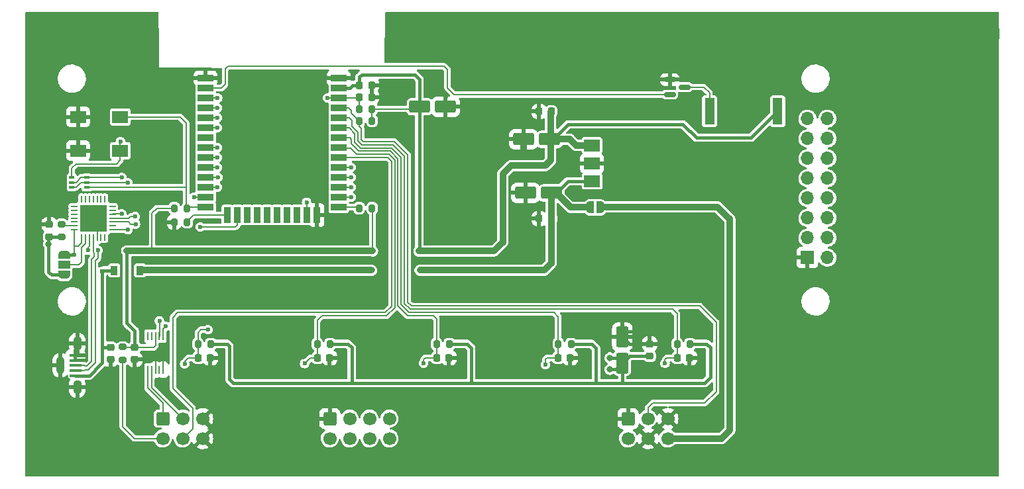
<source format=gbl>
%TF.GenerationSoftware,KiCad,Pcbnew,(6.0.0-0)*%
%TF.CreationDate,2022-02-21T20:15:32+01:00*%
%TF.ProjectId,MiliOhmMeter,4d696c69-4f68-46d4-9d65-7465722e6b69,rev?*%
%TF.SameCoordinates,Original*%
%TF.FileFunction,Copper,L2,Bot*%
%TF.FilePolarity,Positive*%
%FSLAX46Y46*%
G04 Gerber Fmt 4.6, Leading zero omitted, Abs format (unit mm)*
G04 Created by KiCad (PCBNEW (6.0.0-0)) date 2022-02-21 20:15:32*
%MOMM*%
%LPD*%
G01*
G04 APERTURE LIST*
G04 Aperture macros list*
%AMRoundRect*
0 Rectangle with rounded corners*
0 $1 Rounding radius*
0 $2 $3 $4 $5 $6 $7 $8 $9 X,Y pos of 4 corners*
0 Add a 4 corners polygon primitive as box body*
4,1,4,$2,$3,$4,$5,$6,$7,$8,$9,$2,$3,0*
0 Add four circle primitives for the rounded corners*
1,1,$1+$1,$2,$3*
1,1,$1+$1,$4,$5*
1,1,$1+$1,$6,$7*
1,1,$1+$1,$8,$9*
0 Add four rect primitives between the rounded corners*
20,1,$1+$1,$2,$3,$4,$5,0*
20,1,$1+$1,$4,$5,$6,$7,0*
20,1,$1+$1,$6,$7,$8,$9,0*
20,1,$1+$1,$8,$9,$2,$3,0*%
%AMFreePoly0*
4,1,22,0.500000,-0.750000,0.000000,-0.750000,0.000000,-0.745033,-0.079941,-0.743568,-0.215256,-0.701293,-0.333266,-0.622738,-0.424486,-0.514219,-0.481581,-0.384460,-0.499164,-0.250000,-0.500000,-0.250000,-0.500000,0.250000,-0.499164,0.250000,-0.499963,0.256109,-0.478152,0.396186,-0.417904,0.524511,-0.324060,0.630769,-0.204165,0.706417,-0.067858,0.745374,0.000000,0.744959,0.000000,0.750000,
0.500000,0.750000,0.500000,-0.750000,0.500000,-0.750000,$1*%
%AMFreePoly1*
4,1,20,0.000000,0.744959,0.073905,0.744508,0.209726,0.703889,0.328688,0.626782,0.421226,0.519385,0.479903,0.390333,0.500000,0.250000,0.500000,-0.250000,0.499851,-0.262216,0.476331,-0.402017,0.414519,-0.529596,0.319384,-0.634700,0.198574,-0.708877,0.061801,-0.746166,0.000000,-0.745033,0.000000,-0.750000,-0.500000,-0.750000,-0.500000,0.750000,0.000000,0.750000,0.000000,0.744959,
0.000000,0.744959,$1*%
%AMFreePoly2*
4,1,22,0.550000,-0.750000,0.000000,-0.750000,0.000000,-0.745033,-0.079941,-0.743568,-0.215256,-0.701293,-0.333266,-0.622738,-0.424486,-0.514219,-0.481581,-0.384460,-0.499164,-0.250000,-0.500000,-0.250000,-0.500000,0.250000,-0.499164,0.250000,-0.499963,0.256109,-0.478152,0.396186,-0.417904,0.524511,-0.324060,0.630769,-0.204165,0.706417,-0.067858,0.745374,0.000000,0.744959,0.000000,0.750000,
0.550000,0.750000,0.550000,-0.750000,0.550000,-0.750000,$1*%
%AMFreePoly3*
4,1,20,0.000000,0.744959,0.073905,0.744508,0.209726,0.703889,0.328688,0.626782,0.421226,0.519385,0.479903,0.390333,0.500000,0.250000,0.500000,-0.250000,0.499851,-0.262216,0.476331,-0.402017,0.414519,-0.529596,0.319384,-0.634700,0.198574,-0.708877,0.061801,-0.746166,0.000000,-0.745033,0.000000,-0.750000,-0.550000,-0.750000,-0.550000,0.750000,0.000000,0.750000,0.000000,0.744959,
0.000000,0.744959,$1*%
G04 Aperture macros list end*
%TA.AperFunction,ComponentPad*%
%ADD10C,5.499999*%
%TD*%
%TA.AperFunction,ComponentPad*%
%ADD11R,1.700000X1.700000*%
%TD*%
%TA.AperFunction,ComponentPad*%
%ADD12O,1.700000X1.700000*%
%TD*%
%TA.AperFunction,SMDPad,CuDef*%
%ADD13RoundRect,0.225000X-0.250000X0.225000X-0.250000X-0.225000X0.250000X-0.225000X0.250000X0.225000X0*%
%TD*%
%TA.AperFunction,SMDPad,CuDef*%
%ADD14RoundRect,0.225000X0.225000X0.250000X-0.225000X0.250000X-0.225000X-0.250000X0.225000X-0.250000X0*%
%TD*%
%TA.AperFunction,SMDPad,CuDef*%
%ADD15RoundRect,0.200000X-0.200000X-0.275000X0.200000X-0.275000X0.200000X0.275000X-0.200000X0.275000X0*%
%TD*%
%TA.AperFunction,ComponentPad*%
%ADD16RoundRect,0.250000X-0.600000X0.600000X-0.600000X-0.600000X0.600000X-0.600000X0.600000X0.600000X0*%
%TD*%
%TA.AperFunction,ComponentPad*%
%ADD17C,1.700000*%
%TD*%
%TA.AperFunction,SMDPad,CuDef*%
%ADD18RoundRect,0.200000X0.200000X0.275000X-0.200000X0.275000X-0.200000X-0.275000X0.200000X-0.275000X0*%
%TD*%
%TA.AperFunction,SMDPad,CuDef*%
%ADD19R,0.250000X1.100000*%
%TD*%
%TA.AperFunction,SMDPad,CuDef*%
%ADD20RoundRect,0.250000X1.075000X0.550000X-1.075000X0.550000X-1.075000X-0.550000X1.075000X-0.550000X0*%
%TD*%
%TA.AperFunction,SMDPad,CuDef*%
%ADD21R,0.900000X1.200000*%
%TD*%
%TA.AperFunction,SMDPad,CuDef*%
%ADD22RoundRect,0.150000X-0.587500X-0.150000X0.587500X-0.150000X0.587500X0.150000X-0.587500X0.150000X0*%
%TD*%
%TA.AperFunction,SMDPad,CuDef*%
%ADD23FreePoly0,180.000000*%
%TD*%
%TA.AperFunction,SMDPad,CuDef*%
%ADD24FreePoly1,180.000000*%
%TD*%
%TA.AperFunction,SMDPad,CuDef*%
%ADD25RoundRect,0.225000X0.250000X-0.225000X0.250000X0.225000X-0.250000X0.225000X-0.250000X-0.225000X0*%
%TD*%
%TA.AperFunction,SMDPad,CuDef*%
%ADD26RoundRect,0.225000X-0.225000X-0.250000X0.225000X-0.250000X0.225000X0.250000X-0.225000X0.250000X0*%
%TD*%
%TA.AperFunction,SMDPad,CuDef*%
%ADD27RoundRect,0.250000X-1.075000X-0.550000X1.075000X-0.550000X1.075000X0.550000X-1.075000X0.550000X0*%
%TD*%
%TA.AperFunction,SMDPad,CuDef*%
%ADD28RoundRect,0.200000X-0.275000X0.200000X-0.275000X-0.200000X0.275000X-0.200000X0.275000X0.200000X0*%
%TD*%
%TA.AperFunction,SMDPad,CuDef*%
%ADD29RoundRect,0.062500X0.062500X-0.337500X0.062500X0.337500X-0.062500X0.337500X-0.062500X-0.337500X0*%
%TD*%
%TA.AperFunction,SMDPad,CuDef*%
%ADD30RoundRect,0.062500X0.337500X-0.062500X0.337500X0.062500X-0.337500X0.062500X-0.337500X-0.062500X0*%
%TD*%
%TA.AperFunction,SMDPad,CuDef*%
%ADD31R,3.350000X3.350000*%
%TD*%
%TA.AperFunction,SMDPad,CuDef*%
%ADD32RoundRect,0.250000X0.550000X-1.075000X0.550000X1.075000X-0.550000X1.075000X-0.550000X-1.075000X0*%
%TD*%
%TA.AperFunction,SMDPad,CuDef*%
%ADD33R,1.500000X0.450000*%
%TD*%
%TA.AperFunction,ComponentPad*%
%ADD34O,1.100000X2.200000*%
%TD*%
%TA.AperFunction,ComponentPad*%
%ADD35O,1.100000X1.800000*%
%TD*%
%TA.AperFunction,SMDPad,CuDef*%
%ADD36R,2.000000X1.600000*%
%TD*%
%TA.AperFunction,SMDPad,CuDef*%
%ADD37FreePoly2,270.000000*%
%TD*%
%TA.AperFunction,SMDPad,CuDef*%
%ADD38R,1.500000X1.000000*%
%TD*%
%TA.AperFunction,SMDPad,CuDef*%
%ADD39FreePoly3,270.000000*%
%TD*%
%TA.AperFunction,SMDPad,CuDef*%
%ADD40R,0.650000X0.400000*%
%TD*%
%TA.AperFunction,SMDPad,CuDef*%
%ADD41R,1.300000X3.400000*%
%TD*%
%TA.AperFunction,SMDPad,CuDef*%
%ADD42R,2.000000X1.500000*%
%TD*%
%TA.AperFunction,HeatsinkPad*%
%ADD43R,2.000000X3.800000*%
%TD*%
%TA.AperFunction,SMDPad,CuDef*%
%ADD44R,2.000000X0.900000*%
%TD*%
%TA.AperFunction,SMDPad,CuDef*%
%ADD45R,0.900000X2.000000*%
%TD*%
%TA.AperFunction,SMDPad,CuDef*%
%ADD46R,5.000000X5.000000*%
%TD*%
%TA.AperFunction,ViaPad*%
%ADD47C,0.800000*%
%TD*%
%TA.AperFunction,ViaPad*%
%ADD48C,0.600000*%
%TD*%
%TA.AperFunction,Conductor*%
%ADD49C,0.812800*%
%TD*%
%TA.AperFunction,Conductor*%
%ADD50C,0.457200*%
%TD*%
%TA.AperFunction,Conductor*%
%ADD51C,0.203200*%
%TD*%
%TA.AperFunction,Conductor*%
%ADD52C,0.200000*%
%TD*%
G04 APERTURE END LIST*
D10*
%TO.P,H6,1,1*%
%TO.N,GND*%
X58547000Y-68910200D03*
%TD*%
%TO.P,H4,1,1*%
%TO.N,GND*%
X177571400Y-68986400D03*
%TD*%
%TO.P,H3,1,1*%
%TO.N,GND*%
X177546000Y-122910600D03*
%TD*%
%TO.P,H1,1,1*%
%TO.N,GND*%
X58547000Y-122910600D03*
%TD*%
%TO.P,H2,1,1*%
%TO.N,GND*%
X118033800Y-122910600D03*
%TD*%
%TO.P,H5,1,1*%
%TO.N,GND*%
X118033800Y-68910200D03*
%TD*%
D11*
%TO.P,J2,1,Pin_1*%
%TO.N,GND*%
X155780800Y-97653000D03*
D12*
%TO.P,J2,2,Pin_2*%
%TO.N,+3V3*%
X158320800Y-97653000D03*
%TO.P,J2,3,Pin_3*%
%TO.N,unconnected-(J2-Pad3)*%
X155780800Y-95113000D03*
%TO.P,J2,4,Pin_4*%
%TO.N,/OLED_SCK*%
X158320800Y-95113000D03*
%TO.P,J2,5,Pin_5*%
%TO.N,/OLED_MOSI*%
X155780800Y-92573000D03*
%TO.P,J2,6,Pin_6*%
%TO.N,unconnected-(J2-Pad6)*%
X158320800Y-92573000D03*
%TO.P,J2,7,Pin_7*%
%TO.N,unconnected-(J2-Pad7)*%
X155780800Y-90033000D03*
%TO.P,J2,8,Pin_8*%
%TO.N,unconnected-(J2-Pad8)*%
X158320800Y-90033000D03*
%TO.P,J2,9,Pin_9*%
%TO.N,unconnected-(J2-Pad9)*%
X155780800Y-87493000D03*
%TO.P,J2,10,Pin_10*%
%TO.N,unconnected-(J2-Pad10)*%
X158320800Y-87493000D03*
%TO.P,J2,11,Pin_11*%
%TO.N,unconnected-(J2-Pad11)*%
X155780800Y-84953000D03*
%TO.P,J2,12,Pin_12*%
%TO.N,unconnected-(J2-Pad12)*%
X158320800Y-84953000D03*
%TO.P,J2,13,Pin_13*%
%TO.N,unconnected-(J2-Pad13)*%
X155780800Y-82413000D03*
%TO.P,J2,14,Pin_14*%
%TO.N,/OLED_DC*%
X158320800Y-82413000D03*
%TO.P,J2,15,Pin_15*%
%TO.N,/OLED_RST*%
X155780800Y-79873000D03*
%TO.P,J2,16,Pin_16*%
%TO.N,/OLED_CS*%
X158320800Y-79873000D03*
%TD*%
D13*
%TO.P,C8,1*%
%TO.N,+3V3*%
X69850000Y-109156200D03*
%TO.P,C8,2*%
%TO.N,GND*%
X69850000Y-110706200D03*
%TD*%
D14*
%TO.P,C5,1*%
%TO.N,GND*%
X109995000Y-110490000D03*
%TO.P,C5,2*%
%TO.N,/BTN_USR_3*%
X108445000Y-110490000D03*
%TD*%
D13*
%TO.P,C1,1*%
%TO.N,VBUS*%
X66751200Y-109130800D03*
%TO.P,C1,2*%
%TO.N,GND*%
X66751200Y-110680800D03*
%TD*%
D15*
%TO.P,R7,1*%
%TO.N,/ESP_GPIO12*%
X98514400Y-91338400D03*
%TO.P,R7,2*%
%TO.N,+3V3*%
X100164400Y-91338400D03*
%TD*%
D16*
%TO.P,X3,1,Pin_1*%
%TO.N,GND*%
X94767400Y-118262400D03*
D17*
%TO.P,X3,2,Pin_2*%
%TO.N,/uC04*%
X94767400Y-120802400D03*
%TO.P,X3,3,Pin_3*%
%TO.N,/uC05*%
X97307400Y-118262400D03*
%TO.P,X3,4,Pin_4*%
%TO.N,/uC03*%
X97307400Y-120802400D03*
%TO.P,X3,5,Pin_5*%
%TO.N,/uC06*%
X99847400Y-118262400D03*
%TO.P,X3,6,Pin_6*%
%TO.N,/uC02*%
X99847400Y-120802400D03*
%TO.P,X3,7,Pin_7*%
%TO.N,unconnected-(X3-Pad7)*%
X102387400Y-118262400D03*
%TO.P,X3,8,Pin_8*%
%TO.N,/uC01*%
X102387400Y-120802400D03*
%TD*%
D14*
%TO.P,C15,1*%
%TO.N,GND*%
X140729000Y-110490000D03*
%TO.P,C15,2*%
%TO.N,/BTN_USR_5*%
X139179000Y-110490000D03*
%TD*%
D18*
%TO.P,R2,1*%
%TO.N,+3V3*%
X94805000Y-108712000D03*
%TO.P,R2,2*%
%TO.N,/BTN_USR_2*%
X93155000Y-108712000D03*
%TD*%
D14*
%TO.P,C6,1*%
%TO.N,GND*%
X125489000Y-110490000D03*
%TO.P,C6,2*%
%TO.N,/BTN_USR_4*%
X123939000Y-110490000D03*
%TD*%
D19*
%TO.P,U2,1,ADDR*%
%TO.N,GND*%
X73491600Y-112005000D03*
%TO.P,U2,2,ALERT/RDY*%
%TO.N,unconnected-(U2-Pad2)*%
X72991600Y-112005000D03*
%TO.P,U2,3,GND*%
%TO.N,GND*%
X72491600Y-112005000D03*
%TO.P,U2,4,AIN0*%
%TO.N,/IN_ADC0*%
X71991600Y-112005000D03*
%TO.P,U2,5,AIN1*%
%TO.N,/IN_ADC1*%
X71491600Y-112005000D03*
%TO.P,U2,6,AIN2*%
%TO.N,/IN_ADC2*%
X71491600Y-107705000D03*
%TO.P,U2,7,AIN3*%
%TO.N,unconnected-(U2-Pad7)*%
X71991600Y-107705000D03*
%TO.P,U2,8,VDD*%
%TO.N,+3V3*%
X72491600Y-107705000D03*
%TO.P,U2,9,SDA*%
%TO.N,/I2C_SDA*%
X72991600Y-107705000D03*
%TO.P,U2,10,SCL*%
%TO.N,/I2C_SCL*%
X73491600Y-107705000D03*
%TD*%
D20*
%TO.P,C13,1*%
%TO.N,+3V3*%
X122858400Y-82524600D03*
%TO.P,C13,2*%
%TO.N,GND*%
X119508400Y-82524600D03*
%TD*%
D21*
%TO.P,D1,1,K*%
%TO.N,VCC*%
X70534800Y-99314000D03*
%TO.P,D1,2,A*%
%TO.N,VBUS*%
X67234800Y-99314000D03*
%TD*%
D18*
%TO.P,R3,1*%
%TO.N,+3V3*%
X110045000Y-108712000D03*
%TO.P,R3,2*%
%TO.N,/BTN_USR_3*%
X108395000Y-108712000D03*
%TD*%
D22*
%TO.P,Q2,1,G*%
%TO.N,/BUZZER*%
X138203700Y-76794400D03*
%TO.P,Q2,2,S*%
%TO.N,GND*%
X138203700Y-74894400D03*
%TO.P,Q2,3,D*%
%TO.N,Net-(BZ1-Pad2)*%
X140078700Y-75844400D03*
%TD*%
D23*
%TO.P,JP2,1,A*%
%TO.N,/VCC-ext*%
X129326400Y-91236800D03*
D24*
%TO.P,JP2,2,B*%
%TO.N,VCC*%
X128026400Y-91236800D03*
%TD*%
D25*
%TO.P,C17,1*%
%TO.N,+3V3*%
X135636000Y-110249000D03*
%TO.P,C17,2*%
%TO.N,GND*%
X135636000Y-108699000D03*
%TD*%
D16*
%TO.P,X1,1,Pin_1*%
%TO.N,GND*%
X132867400Y-118262400D03*
D17*
%TO.P,X1,2,Pin_2*%
%TO.N,+3V3*%
X132867400Y-120802400D03*
%TO.P,X1,3,Pin_3*%
%TO.N,/ERROR*%
X135407400Y-118262400D03*
%TO.P,X1,4,Pin_4*%
%TO.N,GND*%
X135407400Y-120802400D03*
%TO.P,X1,5,Pin_5*%
X137947400Y-118262400D03*
%TO.P,X1,6,Pin_6*%
%TO.N,/VCC-ext*%
X137947400Y-120802400D03*
%TD*%
D15*
%TO.P,R11,1*%
%TO.N,/ESP_RST*%
X98514400Y-78638400D03*
%TO.P,R11,2*%
%TO.N,+3V3*%
X100164400Y-78638400D03*
%TD*%
D26*
%TO.P,C7,1*%
%TO.N,/ESP_RST*%
X98564400Y-77114400D03*
%TO.P,C7,2*%
%TO.N,GND*%
X100114400Y-77114400D03*
%TD*%
D14*
%TO.P,C4,1*%
%TO.N,GND*%
X94742000Y-110490000D03*
%TO.P,C4,2*%
%TO.N,/BTN_USR_2*%
X93192000Y-110490000D03*
%TD*%
D18*
%TO.P,R6,1*%
%TO.N,+3V3*%
X100164400Y-80162400D03*
%TO.P,R6,2*%
%TO.N,/ERROR*%
X98514400Y-80162400D03*
%TD*%
D27*
%TO.P,C9,1*%
%TO.N,+3V3*%
X106224200Y-78359000D03*
%TO.P,C9,2*%
%TO.N,GND*%
X109574200Y-78359000D03*
%TD*%
D28*
%TO.P,R12,1*%
%TO.N,/USB_RST*%
X60502800Y-93383600D03*
%TO.P,R12,2*%
%TO.N,+3V3*%
X60502800Y-95033600D03*
%TD*%
D16*
%TO.P,X6,1,Pin_1*%
%TO.N,/IN_ADC1*%
X73431400Y-118262400D03*
D17*
%TO.P,X6,2,Pin_2*%
%TO.N,/LEVEL_PU*%
X73431400Y-120802400D03*
%TO.P,X6,3,Pin_3*%
%TO.N,/IN_ADC0*%
X75971400Y-118262400D03*
%TO.P,X6,4,Pin_4*%
%TO.N,/LEVEL*%
X75971400Y-120802400D03*
%TO.P,X6,5,Pin_5*%
%TO.N,GND*%
X78511400Y-118262400D03*
%TO.P,X6,6,Pin_6*%
X78511400Y-120802400D03*
%TD*%
D18*
%TO.P,R5,1*%
%TO.N,+3V3*%
X140779000Y-108712000D03*
%TO.P,R5,2*%
%TO.N,/BTN_USR_5*%
X139129000Y-108712000D03*
%TD*%
D29*
%TO.P,U1,1,~{DCD}*%
%TO.N,unconnected-(U1-Pad1)*%
X66041400Y-95058400D03*
%TO.P,U1,2,~{RI}/CLK*%
%TO.N,unconnected-(U1-Pad2)*%
X65541400Y-95058400D03*
%TO.P,U1,3,GND*%
%TO.N,GND*%
X65041400Y-95058400D03*
%TO.P,U1,4,D+*%
%TO.N,/D+*%
X64541400Y-95058400D03*
%TO.P,U1,5,D-*%
%TO.N,/D-*%
X64041400Y-95058400D03*
%TO.P,U1,6,VDD*%
%TO.N,Net-(JP1-Pad2)*%
X63541400Y-95058400D03*
%TO.P,U1,7,VREGIN*%
%TO.N,VBUS*%
X63041400Y-95058400D03*
D30*
%TO.P,U1,8,VBUS*%
X62091400Y-94108400D03*
%TO.P,U1,9,~{RST}*%
%TO.N,/USB_RST*%
X62091400Y-93608400D03*
%TO.P,U1,10,NC*%
%TO.N,unconnected-(U1-Pad10)*%
X62091400Y-93108400D03*
%TO.P,U1,11,~{SUSPEND}*%
%TO.N,unconnected-(U1-Pad11)*%
X62091400Y-92608400D03*
%TO.P,U1,12,SUSPEND*%
%TO.N,unconnected-(U1-Pad12)*%
X62091400Y-92108400D03*
%TO.P,U1,13*%
%TO.N,unconnected-(U1-Pad13)*%
X62091400Y-91608400D03*
%TO.P,U1,14*%
%TO.N,unconnected-(U1-Pad14)*%
X62091400Y-91108400D03*
D29*
%TO.P,U1,15*%
%TO.N,unconnected-(U1-Pad15)*%
X63041400Y-90158400D03*
%TO.P,U1,16*%
%TO.N,unconnected-(U1-Pad16)*%
X63541400Y-90158400D03*
%TO.P,U1,17*%
%TO.N,unconnected-(U1-Pad17)*%
X64041400Y-90158400D03*
%TO.P,U1,18*%
%TO.N,unconnected-(U1-Pad18)*%
X64541400Y-90158400D03*
%TO.P,U1,19*%
%TO.N,unconnected-(U1-Pad19)*%
X65041400Y-90158400D03*
%TO.P,U1,20*%
%TO.N,unconnected-(U1-Pad20)*%
X65541400Y-90158400D03*
%TO.P,U1,21*%
%TO.N,unconnected-(U1-Pad21)*%
X66041400Y-90158400D03*
D30*
%TO.P,U1,22*%
%TO.N,unconnected-(U1-Pad22)*%
X66991400Y-91108400D03*
%TO.P,U1,23,~{CTS}*%
%TO.N,unconnected-(U1-Pad23)*%
X66991400Y-91608400D03*
%TO.P,U1,24,~{RTS}*%
%TO.N,/RTS*%
X66991400Y-92108400D03*
%TO.P,U1,25,RXD*%
%TO.N,/ESP_TX*%
X66991400Y-92608400D03*
%TO.P,U1,26,TXD*%
%TO.N,/ESP_RX*%
X66991400Y-93108400D03*
%TO.P,U1,27,~{DSR}*%
%TO.N,unconnected-(U1-Pad27)*%
X66991400Y-93608400D03*
%TO.P,U1,28,~{DTR}*%
%TO.N,/DTR*%
X66991400Y-94108400D03*
D31*
%TO.P,U1,29,GND(Epad)*%
%TO.N,GND*%
X64541400Y-92608400D03*
%TD*%
D18*
%TO.P,R1,1*%
%TO.N,+3V3*%
X79565000Y-108712000D03*
%TO.P,R1,2*%
%TO.N,/BTN_USR_1*%
X77915000Y-108712000D03*
%TD*%
D32*
%TO.P,C16,1*%
%TO.N,+3V3*%
X132130800Y-111149000D03*
%TO.P,C16,2*%
%TO.N,GND*%
X132130800Y-107799000D03*
%TD*%
D25*
%TO.P,C2,1*%
%TO.N,+3V3*%
X58928000Y-94983600D03*
%TO.P,C2,2*%
%TO.N,GND*%
X58928000Y-93433600D03*
%TD*%
D33*
%TO.P,J1,1,VBUS*%
%TO.N,VBUS*%
X62264800Y-112755200D03*
%TO.P,J1,2,D-*%
%TO.N,/D-*%
X62264800Y-112105200D03*
%TO.P,J1,3,D+*%
%TO.N,/D+*%
X62264800Y-111455200D03*
%TO.P,J1,4,ID*%
%TO.N,GND*%
X62264800Y-110805200D03*
%TO.P,J1,5,GND*%
X62264800Y-110155200D03*
D34*
%TO.P,J1,SH,Shield*%
X60364800Y-111455200D03*
D35*
X62514800Y-108655200D03*
X62514800Y-114255200D03*
%TD*%
D14*
%TO.P,C11,1*%
%TO.N,VCC*%
X123050600Y-92684600D03*
%TO.P,C11,2*%
%TO.N,GND*%
X121500600Y-92684600D03*
%TD*%
D36*
%TO.P,SW6,1,1*%
%TO.N,/ESP_GPIO0*%
X68003400Y-79654400D03*
%TO.P,SW6,2,2*%
%TO.N,GND*%
X62603400Y-79654400D03*
%TD*%
D28*
%TO.P,R8,1*%
%TO.N,+3V3*%
X68300600Y-109106200D03*
%TO.P,R8,2*%
%TO.N,/LEVEL_PU*%
X68300600Y-110756200D03*
%TD*%
D18*
%TO.P,R4,1*%
%TO.N,+3V3*%
X125589800Y-108712000D03*
%TO.P,R4,2*%
%TO.N,/BTN_USR_4*%
X123939800Y-108712000D03*
%TD*%
D37*
%TO.P,JP1,1,A*%
%TO.N,VBUS*%
X60833000Y-97277400D03*
D38*
%TO.P,JP1,2,C*%
%TO.N,Net-(JP1-Pad2)*%
X60833000Y-98577400D03*
D39*
%TO.P,JP1,3,B*%
%TO.N,+3V3*%
X60833000Y-99877400D03*
%TD*%
D40*
%TO.P,Q1,1,E1*%
%TO.N,/RTS*%
X63713400Y-87386400D03*
%TO.P,Q1,2,B1*%
%TO.N,/DTR*%
X63713400Y-88036400D03*
%TO.P,Q1,3,C2*%
%TO.N,/ESP_GPIO0*%
X63713400Y-88686400D03*
%TO.P,Q1,4,E2*%
%TO.N,/DTR*%
X61813400Y-88686400D03*
%TO.P,Q1,5,B2*%
%TO.N,/RTS*%
X61813400Y-88036400D03*
%TO.P,Q1,6,C1*%
%TO.N,/ESP_RST*%
X61813400Y-87386400D03*
%TD*%
D26*
%TO.P,C14,1*%
%TO.N,+3V3*%
X98564400Y-75590400D03*
%TO.P,C14,2*%
%TO.N,GND*%
X100114400Y-75590400D03*
%TD*%
D41*
%TO.P,BZ1,1,-*%
%TO.N,+3V3*%
X151974800Y-78943200D03*
%TO.P,BZ1,2,+*%
%TO.N,Net-(BZ1-Pad2)*%
X143274800Y-78943200D03*
%TD*%
D36*
%TO.P,SW5,1,1*%
%TO.N,/ESP_RST*%
X68003400Y-83972400D03*
%TO.P,SW5,2,2*%
%TO.N,GND*%
X62603400Y-83972400D03*
%TD*%
D15*
%TO.P,R14,1*%
%TO.N,GND*%
X74892400Y-93116400D03*
%TO.P,R14,2*%
%TO.N,/ESP_GPIO2*%
X76542400Y-93116400D03*
%TD*%
D42*
%TO.P,U4,1,VI*%
%TO.N,VCC*%
X128269600Y-87898000D03*
D43*
%TO.P,U4,2,GND*%
%TO.N,GND*%
X134569606Y-85598000D03*
D42*
X128269600Y-85598000D03*
%TO.P,U4,3,VO*%
%TO.N,+3V3*%
X128269600Y-83298000D03*
%TD*%
D18*
%TO.P,R9,1*%
%TO.N,/ESP_GPIO0*%
X76542400Y-91338400D03*
%TO.P,R9,2*%
%TO.N,+3V3*%
X74892400Y-91338400D03*
%TD*%
D44*
%TO.P,MOD1,1,GND*%
%TO.N,GND*%
X95901400Y-74701400D03*
%TO.P,MOD1,2,3V3*%
%TO.N,+3V3*%
X95901400Y-75971400D03*
%TO.P,MOD1,3,EN*%
%TO.N,/ESP_RST*%
X95901400Y-77241400D03*
%TO.P,MOD1,4,SENSOR_VP*%
%TO.N,/ERROR*%
X95901400Y-78511400D03*
%TO.P,MOD1,5,SENSOR_VN*%
%TO.N,/BTN_USR_5*%
X95901400Y-79781400D03*
%TO.P,MOD1,6,IO34*%
%TO.N,/BTN_USR_4*%
X95901400Y-81051400D03*
%TO.P,MOD1,7,IO35*%
%TO.N,/BTN_USR_3*%
X95901400Y-82321400D03*
%TO.P,MOD1,8,IO32*%
%TO.N,/BTN_USR_2*%
X95901400Y-83591400D03*
%TO.P,MOD1,9,IO33*%
%TO.N,/LEVEL*%
X95901400Y-84861400D03*
%TO.P,MOD1,10,IO25*%
%TO.N,/OLED_RST*%
X95901400Y-86131400D03*
%TO.P,MOD1,11,IO26*%
%TO.N,/OLED_CS*%
X95901400Y-87401400D03*
%TO.P,MOD1,12,IO27*%
%TO.N,/OLED_DC*%
X95901400Y-88671400D03*
%TO.P,MOD1,13,IO14*%
%TO.N,/OLED_MOSI*%
X95901400Y-89941400D03*
%TO.P,MOD1,14,IO12*%
%TO.N,/ESP_GPIO12*%
X95901400Y-91211400D03*
D45*
%TO.P,MOD1,15,GND*%
%TO.N,GND*%
X93116400Y-92211400D03*
%TO.P,MOD1,16,IO13*%
%TO.N,/OLED_SCK*%
X91846400Y-92211400D03*
%TO.P,MOD1,17,SHD/SD2*%
%TO.N,unconnected-(MOD1-Pad17)*%
X90576400Y-92211400D03*
%TO.P,MOD1,18,SWP/SD3*%
%TO.N,unconnected-(MOD1-Pad18)*%
X89306400Y-92211400D03*
%TO.P,MOD1,19,SCS/CMD*%
%TO.N,unconnected-(MOD1-Pad19)*%
X88036400Y-92211400D03*
%TO.P,MOD1,20,SCK/CLK*%
%TO.N,unconnected-(MOD1-Pad20)*%
X86766400Y-92211400D03*
%TO.P,MOD1,21,SDO/SD0*%
%TO.N,unconnected-(MOD1-Pad21)*%
X85496400Y-92211400D03*
%TO.P,MOD1,22,SDI/SD1*%
%TO.N,unconnected-(MOD1-Pad22)*%
X84226400Y-92211400D03*
%TO.P,MOD1,23,IO15*%
%TO.N,/I2C_SCL*%
X82956400Y-92211400D03*
%TO.P,MOD1,24,IO2*%
%TO.N,/ESP_GPIO2*%
X81686400Y-92211400D03*
D44*
%TO.P,MOD1,25,IO0*%
%TO.N,/ESP_GPIO0*%
X78901400Y-91211400D03*
%TO.P,MOD1,26,IO4*%
%TO.N,/I2C_SDA*%
X78901400Y-89941400D03*
%TO.P,MOD1,27,IO16*%
%TO.N,/uC01*%
X78901400Y-88671400D03*
%TO.P,MOD1,28,IO17*%
%TO.N,/uC02*%
X78901400Y-87401400D03*
%TO.P,MOD1,29,IO5*%
%TO.N,/uC03*%
X78901400Y-86131400D03*
%TO.P,MOD1,30,IO18*%
%TO.N,/uC04*%
X78901400Y-84861400D03*
%TO.P,MOD1,31,IO19*%
%TO.N,/uC05*%
X78901400Y-83591400D03*
%TO.P,MOD1,32,NC*%
%TO.N,unconnected-(MOD1-Pad32)*%
X78901400Y-82321400D03*
%TO.P,MOD1,33,IO21*%
%TO.N,/BTN_USR_1*%
X78901400Y-81051400D03*
%TO.P,MOD1,34,RXD0*%
%TO.N,/ESP_RX*%
X78901400Y-79781400D03*
%TO.P,MOD1,35,TXD0*%
%TO.N,/ESP_TX*%
X78901400Y-78511400D03*
%TO.P,MOD1,36,IO22*%
%TO.N,/uC06*%
X78901400Y-77241400D03*
%TO.P,MOD1,37,IO23*%
%TO.N,/BUZZER*%
X78901400Y-75971400D03*
%TO.P,MOD1,38,GND*%
%TO.N,GND*%
X78901400Y-74701400D03*
D46*
%TO.P,MOD1,39,GND*%
X88401400Y-82201400D03*
%TD*%
D14*
%TO.P,C12,1*%
%TO.N,+3V3*%
X123050600Y-78968600D03*
%TO.P,C12,2*%
%TO.N,GND*%
X121500600Y-78968600D03*
%TD*%
%TO.P,C3,1*%
%TO.N,GND*%
X79515000Y-110490000D03*
%TO.P,C3,2*%
%TO.N,/BTN_USR_1*%
X77965000Y-110490000D03*
%TD*%
D20*
%TO.P,C10,1*%
%TO.N,VCC*%
X123112400Y-89382600D03*
%TO.P,C10,2*%
%TO.N,GND*%
X119762400Y-89382600D03*
%TD*%
D47*
%TO.N,VCC*%
X106299000Y-99288600D03*
X100126800Y-99288600D03*
D48*
%TO.N,GND*%
X152349200Y-90144600D03*
X142468600Y-111252000D03*
X73812400Y-74117200D03*
X68072000Y-72542400D03*
X66954400Y-105816400D03*
X114554000Y-112268000D03*
X82753200Y-74117200D03*
X98399600Y-112268000D03*
X109728000Y-105918000D03*
X90525600Y-102870000D03*
X136652000Y-74879200D03*
X115544600Y-85521800D03*
X131292600Y-85598000D03*
X178358800Y-84785200D03*
X106476800Y-102819200D03*
X142367000Y-93446600D03*
X73279000Y-113436400D03*
X77063600Y-74422000D03*
D47*
X133807200Y-107137200D03*
D48*
X101854000Y-109778800D03*
X74269600Y-115265200D03*
X108026200Y-75488800D03*
X117906800Y-117297200D03*
X58902600Y-92430600D03*
X107848400Y-72085200D03*
X63474600Y-93853000D03*
X101295200Y-85979000D03*
X119762400Y-91641800D03*
X104749600Y-75514200D03*
X63652400Y-91592400D03*
X86410800Y-90043000D03*
X75895200Y-124663200D03*
X92075000Y-118262400D03*
X75844400Y-113868200D03*
X134010400Y-100888800D03*
X124561600Y-100888800D03*
X119888000Y-101650800D03*
X97942400Y-93827600D03*
X101549200Y-91592400D03*
X65608200Y-91617800D03*
X90119200Y-84023200D03*
X81584800Y-115036600D03*
X107340400Y-94792800D03*
X63474600Y-110159800D03*
X56692800Y-102514400D03*
X73456800Y-95148400D03*
X132105400Y-85598000D03*
X78587600Y-113385600D03*
X66751200Y-111531400D03*
X96367600Y-111150400D03*
X60858400Y-83947000D03*
X92049600Y-120777000D03*
X72136000Y-87426800D03*
X69240400Y-81635600D03*
X149758400Y-76047600D03*
X125247400Y-105816400D03*
X127660400Y-78841600D03*
X81686400Y-90017600D03*
X115392200Y-94894400D03*
X75133200Y-87426800D03*
X56896000Y-73761600D03*
X134315200Y-112242600D03*
X156667200Y-70104000D03*
X124510800Y-92735400D03*
X64617600Y-115062000D03*
X109575600Y-77063600D03*
X81203800Y-95148400D03*
X76200000Y-107442000D03*
X134112000Y-93395800D03*
X162407600Y-75946000D03*
X88544400Y-112318800D03*
X106527600Y-106781600D03*
X92100400Y-105867200D03*
X101066600Y-75590400D03*
X90474800Y-94996000D03*
X87807800Y-121310400D03*
X148132800Y-104800400D03*
X73990200Y-93141800D03*
X65303400Y-86461600D03*
X101396800Y-79629000D03*
X75082400Y-81381600D03*
X119532400Y-83870800D03*
X137795000Y-105638600D03*
X135686800Y-89763600D03*
X128473200Y-124256800D03*
X88798400Y-85394800D03*
X157073600Y-108204000D03*
X107823000Y-85191600D03*
X72034400Y-116687600D03*
X72186800Y-81381600D03*
X60299600Y-106324400D03*
X86791800Y-80467200D03*
X127101600Y-111379000D03*
X93827600Y-89382600D03*
X70510400Y-113614200D03*
X121920000Y-106426000D03*
X168656000Y-124155200D03*
X81026000Y-111226600D03*
X65735200Y-93751400D03*
X134569200Y-70510400D03*
X67665600Y-67513200D03*
D47*
X133908800Y-108686600D03*
D48*
X65278000Y-81686400D03*
X71983600Y-110032800D03*
X88493600Y-106375200D03*
X63550800Y-124663200D03*
X112522000Y-101600000D03*
X111506000Y-112369600D03*
X97790000Y-73812400D03*
X70916800Y-95097600D03*
X75946000Y-102158800D03*
X71221600Y-118973600D03*
X86029800Y-117779800D03*
X149656800Y-123901200D03*
X151790400Y-85775800D03*
X90220800Y-90068400D03*
X178714400Y-113538000D03*
X69875400Y-111785400D03*
X139268200Y-78613000D03*
X75615800Y-77724000D03*
X108000800Y-67614800D03*
X162458400Y-91846400D03*
X112725200Y-78460600D03*
X88401400Y-82201400D03*
X95504000Y-106934000D03*
X81686400Y-124688600D03*
X92862400Y-82296000D03*
X119762400Y-90752800D03*
X60883800Y-77978000D03*
X109423200Y-101650800D03*
X82956400Y-82270600D03*
X148082000Y-100787200D03*
X115417600Y-89687400D03*
X107721400Y-80492600D03*
X142443200Y-100888800D03*
X73863200Y-89662000D03*
X100126800Y-102870000D03*
X99695000Y-81838800D03*
X142163800Y-105714800D03*
X109880400Y-124663200D03*
X81000600Y-102133400D03*
X107492800Y-89738200D03*
X81635600Y-119100600D03*
X114909600Y-105968800D03*
X82956400Y-78155800D03*
X89712800Y-74066400D03*
X111785400Y-111252000D03*
X67132200Y-102311200D03*
X92862400Y-85394800D03*
X93192600Y-93853000D03*
X57150000Y-117398800D03*
X73583800Y-84505800D03*
X90093800Y-80365600D03*
X70307200Y-102209600D03*
X105105200Y-83235800D03*
X86741000Y-84023200D03*
X92151200Y-114782600D03*
X75539600Y-116459000D03*
X94259400Y-74574400D03*
D47*
%TO.N,+3V3*%
X106146600Y-96824800D03*
X58851800Y-95910400D03*
X100228400Y-96824800D03*
X130556000Y-110490000D03*
X130556000Y-111963200D03*
X68834000Y-96799400D03*
D48*
%TO.N,/ESP_RST*%
X68021200Y-82804000D03*
X94488000Y-77216000D03*
%TO.N,/BTN_USR_1*%
X79197200Y-106883200D03*
X80391000Y-81051400D03*
X76225400Y-111252000D03*
%TO.N,/BTN_USR_2*%
X91541600Y-111226600D03*
%TO.N,/BTN_USR_3*%
X106756200Y-111175800D03*
%TO.N,/BTN_USR_4*%
X122326400Y-111353600D03*
%TO.N,/I2C_SDA*%
X77419200Y-89916000D03*
X72999600Y-105740200D03*
%TO.N,/ESP_RX*%
X80416400Y-79756000D03*
X69951600Y-93370400D03*
%TO.N,/ESP_TX*%
X69900800Y-92405200D03*
X80416400Y-78511400D03*
%TO.N,/I2C_SCL*%
X78232000Y-93726000D03*
X73787000Y-106451400D03*
%TO.N,/BTN_USR_5*%
X137591800Y-111201200D03*
%TO.N,/uC04*%
X80416400Y-84861400D03*
%TO.N,/uC05*%
X80416400Y-83591400D03*
%TO.N,/uC03*%
X80416400Y-86131400D03*
%TO.N,/uC06*%
X80441800Y-77241400D03*
%TO.N,/uC02*%
X80467200Y-87401400D03*
%TO.N,VBUS*%
X65684400Y-99415600D03*
X62107600Y-97277400D03*
%TO.N,/DTR*%
X68961000Y-88061800D03*
X68961000Y-94107000D03*
%TO.N,/RTS*%
X68188600Y-87386400D03*
X68199000Y-92075000D03*
%TO.N,/D-*%
X65143734Y-96725604D03*
X63928876Y-96718777D03*
%TO.N,/OLED_MOSI*%
X97485200Y-89941400D03*
%TO.N,/OLED_DC*%
X97485200Y-88671400D03*
%TO.N,/OLED_RST*%
X97485200Y-86106000D03*
%TO.N,/OLED_CS*%
X97485200Y-87401400D03*
%TO.N,/OLED_SCK*%
X91795600Y-90576400D03*
%TO.N,/uC01*%
X80416400Y-88646000D03*
%TD*%
D49*
%TO.N,VCC*%
X106299000Y-99288600D02*
X122123200Y-99288600D01*
X100076000Y-99288600D02*
X70560209Y-99288600D01*
X125526800Y-91236800D02*
X123672600Y-89382600D01*
X123050605Y-92684600D02*
X123050605Y-89444398D01*
X128026400Y-91236800D02*
X125526800Y-91236800D01*
D50*
X125157200Y-87898000D02*
X123647200Y-89408000D01*
X128269600Y-87898000D02*
X125157200Y-87898000D01*
D49*
X122123200Y-99288600D02*
X123050600Y-98361200D01*
X123050600Y-98361200D02*
X123050600Y-92684600D01*
D51*
%TO.N,GND*%
X81026000Y-111226600D02*
X81026000Y-110667800D01*
X138203700Y-74894400D02*
X136667200Y-74894400D01*
X72491600Y-110706200D02*
X73368200Y-110706200D01*
D50*
X63474600Y-110159800D02*
X62269400Y-110159800D01*
D51*
X62264800Y-110155200D02*
X62264800Y-110805200D01*
X74892400Y-93116400D02*
X74015600Y-93116400D01*
X93116400Y-92211400D02*
X93116400Y-93776800D01*
X92049600Y-120777000D02*
X92049600Y-124790200D01*
X136667200Y-74894400D02*
X136652000Y-74879200D01*
D50*
X128269600Y-85598000D02*
X134569600Y-85598000D01*
D51*
X92151200Y-114782600D02*
X92075000Y-114858800D01*
X74015600Y-93116400D02*
X73990200Y-93141800D01*
X96367600Y-111150400D02*
X95707200Y-110490000D01*
D50*
X120192800Y-92684600D02*
X119762400Y-92254200D01*
D51*
X77343000Y-74701400D02*
X77063600Y-74422000D01*
D50*
X62603400Y-79654400D02*
X62603400Y-83972400D01*
X119762400Y-91641800D02*
X119762400Y-90752800D01*
D51*
X92075000Y-120751600D02*
X92049600Y-120777000D01*
X111785400Y-111252000D02*
X111785400Y-110744000D01*
X111785400Y-110744000D02*
X111531400Y-110490000D01*
X80848200Y-110490000D02*
X79515000Y-110490000D01*
X93116400Y-93776800D02*
X93192600Y-93853000D01*
D50*
X58902600Y-92430600D02*
X58902600Y-93408195D01*
D51*
X126822200Y-110490000D02*
X125489000Y-110490000D01*
D50*
X109574203Y-78359000D02*
X109574203Y-77064997D01*
X119508400Y-79754600D02*
X120294400Y-78968600D01*
X133807200Y-107137200D02*
X132792600Y-107137200D01*
D51*
X65041400Y-95058400D02*
X65041400Y-93108400D01*
D50*
X135636000Y-108699000D02*
X133030800Y-108699000D01*
D51*
X73491600Y-110829600D02*
X73491600Y-112005000D01*
X92049600Y-124790200D02*
X92075000Y-124815600D01*
D49*
X119508400Y-83846800D02*
X119532400Y-83870800D01*
D51*
X111531400Y-110490000D02*
X109995000Y-110490000D01*
X73368200Y-110706200D02*
X73491600Y-110829600D01*
X69850000Y-110706200D02*
X69850000Y-111760000D01*
X127101600Y-110769400D02*
X126822200Y-110490000D01*
D49*
X119508400Y-82524600D02*
X119508400Y-83846800D01*
D51*
X142240000Y-110490000D02*
X140729000Y-110490000D01*
X78901400Y-74701400D02*
X77343000Y-74701400D01*
X69850000Y-111760000D02*
X69875400Y-111785400D01*
D50*
X121500600Y-92684600D02*
X120192800Y-92684600D01*
D51*
X81026000Y-110667800D02*
X80848200Y-110490000D01*
D50*
X119508400Y-82524600D02*
X119508400Y-79754600D01*
X132792600Y-107137200D02*
X132130800Y-107799000D01*
D51*
X100114400Y-75590400D02*
X101066600Y-75590400D01*
D50*
X120294400Y-78968600D02*
X121500600Y-78968600D01*
D51*
X95707200Y-110490000D02*
X94742000Y-110490000D01*
D50*
X133030800Y-108699000D02*
X132130800Y-107799000D01*
X94259400Y-74574400D02*
X94386400Y-74701400D01*
X62603400Y-83972400D02*
X60883800Y-83972400D01*
X66751200Y-110680805D02*
X66751200Y-111531400D01*
D51*
X72491600Y-110706200D02*
X72491600Y-112005000D01*
X142468600Y-111252000D02*
X142468600Y-110718600D01*
X142468600Y-110718600D02*
X142240000Y-110490000D01*
D50*
X119762400Y-92254200D02*
X119762400Y-91641800D01*
D51*
X109574200Y-77065000D02*
X109575600Y-77063600D01*
X69850000Y-110706200D02*
X72491600Y-110706200D01*
D50*
X119762400Y-90752800D02*
X119762400Y-89382600D01*
D51*
X100114400Y-75590400D02*
X100114400Y-77114400D01*
X127101600Y-111379000D02*
X127101600Y-110769400D01*
X92075000Y-114858800D02*
X92075000Y-118262400D01*
D50*
X94386400Y-74701400D02*
X95901400Y-74701400D01*
D51*
X92075000Y-118262400D02*
X92075000Y-120751600D01*
D50*
X60883800Y-83972400D02*
X60858400Y-83947000D01*
%TO.N,+3V3*%
X143357600Y-113004600D02*
X143357600Y-109143800D01*
D49*
X72136000Y-96799400D02*
X100203000Y-96799400D01*
D50*
X81661000Y-108712000D02*
X79565000Y-108712000D01*
X142925800Y-108712000D02*
X140779000Y-108712000D01*
X106197400Y-78587600D02*
X106197400Y-96774000D01*
X132283200Y-113741200D02*
X142621000Y-113741200D01*
D49*
X128269600Y-83298000D02*
X126224000Y-83298000D01*
D50*
X148596600Y-82321400D02*
X151974800Y-78943200D01*
D49*
X116865400Y-95656400D02*
X116865400Y-86944200D01*
D50*
X98882200Y-74244200D02*
X98564400Y-74562000D01*
X59262800Y-99877400D02*
X60833000Y-99877400D01*
D51*
X68326000Y-109131600D02*
X69825400Y-109131600D01*
D50*
X58928000Y-94983605D02*
X60452787Y-94983605D01*
X112826800Y-109220000D02*
X112826800Y-113741200D01*
X98564400Y-74562000D02*
X98564400Y-75590400D01*
X106222800Y-78562200D02*
X106222800Y-74853800D01*
D51*
X69850000Y-109156200D02*
X72250600Y-109156200D01*
D50*
X132130800Y-111149000D02*
X132130800Y-113588800D01*
X143357600Y-109143800D02*
X142925800Y-108712000D01*
D51*
X106146600Y-78638400D02*
X100164400Y-78638400D01*
D50*
X128778000Y-113741200D02*
X132283200Y-113741200D01*
X141579600Y-82321400D02*
X148596600Y-82321400D01*
X105613200Y-74244200D02*
X98882200Y-74244200D01*
D49*
X100203000Y-96799400D02*
X100228400Y-96824800D01*
D50*
X81940400Y-113233200D02*
X81940400Y-108991400D01*
X106222800Y-74853800D02*
X105613200Y-74244200D01*
D49*
X68834000Y-96799400D02*
X72136000Y-96799400D01*
D50*
X82448400Y-113741200D02*
X128778000Y-113741200D01*
X130556000Y-111963200D02*
X131316600Y-111963200D01*
D51*
X72669400Y-91338400D02*
X74892400Y-91338400D01*
D50*
X139877800Y-80619600D02*
X141579600Y-82321400D01*
D51*
X72059800Y-91948000D02*
X72059800Y-96723200D01*
D50*
X131471800Y-110490000D02*
X132130800Y-111149000D01*
D49*
X106146600Y-96824800D02*
X115697000Y-96824800D01*
D51*
X100164400Y-80162400D02*
X100164400Y-78638400D01*
D50*
X97561400Y-113741200D02*
X97561400Y-109194600D01*
D49*
X122275600Y-85902800D02*
X122986800Y-85191600D01*
X125450600Y-82524600D02*
X122858400Y-82524600D01*
D50*
X97561400Y-109194600D02*
X97078800Y-108712000D01*
X58851800Y-99466400D02*
X59262800Y-99877400D01*
X123317000Y-82524600D02*
X125222000Y-80619600D01*
X131316600Y-111963200D02*
X132130800Y-111149000D01*
D49*
X116865400Y-86944200D02*
X117906800Y-85902800D01*
D50*
X142621000Y-113741200D02*
X143357600Y-113004600D01*
X125589800Y-108712000D02*
X128219200Y-108712000D01*
X97688400Y-75590400D02*
X98564400Y-75590400D01*
X106197400Y-96774000D02*
X106146600Y-96824800D01*
X58851800Y-95910400D02*
X58851800Y-99466400D01*
X69850000Y-107025022D02*
X69850000Y-109156200D01*
X128778000Y-109270800D02*
X128778000Y-113741200D01*
X135636000Y-110249000D02*
X133030800Y-110249000D01*
D51*
X72491600Y-108915200D02*
X72491600Y-107705000D01*
D49*
X126224000Y-83298000D02*
X125450600Y-82524600D01*
D51*
X72059800Y-91948000D02*
X72669400Y-91338400D01*
D50*
X125222000Y-80619600D02*
X139877800Y-80619600D01*
X128219200Y-108712000D02*
X128778000Y-109270800D01*
D49*
X117906800Y-85902800D02*
X122275600Y-85902800D01*
D50*
X130556000Y-110490000D02*
X131471800Y-110490000D01*
D49*
X122986800Y-85191600D02*
X122986800Y-82653000D01*
D50*
X81940400Y-108991400D02*
X81661000Y-108712000D01*
D51*
X100203000Y-96799400D02*
X100203000Y-91377008D01*
D50*
X68839289Y-106014311D02*
X69850000Y-107025022D01*
X112318800Y-108712000D02*
X112826800Y-109220000D01*
X133030800Y-110249000D02*
X132130800Y-111149000D01*
D49*
X115697000Y-96824800D02*
X116865400Y-95656400D01*
D50*
X97307400Y-75971400D02*
X97688400Y-75590400D01*
D51*
X72059800Y-96723200D02*
X72136000Y-96799400D01*
D50*
X132130800Y-113588800D02*
X132283200Y-113741200D01*
X110045000Y-108712000D02*
X112318800Y-108712000D01*
X82448400Y-113741200D02*
X81940400Y-113233200D01*
X58851800Y-95910400D02*
X58851800Y-95135200D01*
X97078800Y-108712000D02*
X94805000Y-108712000D01*
D49*
X122986800Y-82396203D02*
X122986800Y-79032405D01*
D50*
X95901400Y-75971400D02*
X97307400Y-75971400D01*
X68839289Y-96799400D02*
X68839289Y-106014311D01*
D51*
X72250600Y-109156200D02*
X72491600Y-108915200D01*
%TO.N,/ESP_RST*%
X67538600Y-85674200D02*
X68003400Y-85209400D01*
X61813400Y-87386400D02*
X61813400Y-86192400D01*
X94513400Y-77241400D02*
X95901400Y-77241400D01*
X68003400Y-82821800D02*
X68021200Y-82804000D01*
X68003400Y-83972400D02*
X68003400Y-82821800D01*
X61813400Y-86192400D02*
X62331600Y-85674200D01*
X95901400Y-77241400D02*
X98437400Y-77241400D01*
X98564400Y-77114400D02*
X98564400Y-78588400D01*
X62331600Y-85674200D02*
X67538600Y-85674200D01*
X68003400Y-85209400D02*
X68003400Y-83972400D01*
%TO.N,/BTN_USR_1*%
X76225400Y-110972600D02*
X76708000Y-110490000D01*
X76708000Y-110490000D02*
X77965000Y-110490000D01*
X77915000Y-107276400D02*
X77915000Y-108712000D01*
X80391000Y-81051400D02*
X78901400Y-81051400D01*
X76225400Y-111252000D02*
X76225400Y-110972600D01*
X79197200Y-106883200D02*
X78308200Y-106883200D01*
X77915000Y-108712000D02*
X77915000Y-110440000D01*
X78308200Y-106883200D02*
X77915000Y-107276400D01*
%TO.N,/BTN_USR_2*%
X93155000Y-105701600D02*
X93155000Y-108712000D01*
X103073200Y-85176342D02*
X103073200Y-104038400D01*
X92278200Y-110490000D02*
X93192000Y-110490000D01*
X91541600Y-111226600D02*
X92278200Y-110490000D01*
X98222280Y-84455480D02*
X102352338Y-84455480D01*
X102352338Y-84455480D02*
X103073200Y-85176342D01*
X95977600Y-83667600D02*
X97434400Y-83667600D01*
X103073200Y-104038400D02*
X102006400Y-105105200D01*
X93155000Y-108712000D02*
X93155000Y-110453000D01*
X97434400Y-83667600D02*
X98222280Y-84455480D01*
X102006400Y-105105200D02*
X93751400Y-105105200D01*
X93751400Y-105105200D02*
X93155000Y-105701600D01*
%TO.N,/BTN_USR_3*%
X97536000Y-82550000D02*
X97536000Y-83108800D01*
X103479120Y-85008205D02*
X103479120Y-103860120D01*
X97307400Y-82321400D02*
X97536000Y-82550000D01*
X108395000Y-105499400D02*
X108395000Y-108712000D01*
X106756200Y-110693200D02*
X106756200Y-111175800D01*
X108445000Y-110490000D02*
X106959400Y-110490000D01*
X103479120Y-103860120D02*
X104698800Y-105079800D01*
X102520475Y-84049560D02*
X103479120Y-85008205D01*
X108395000Y-108712000D02*
X108395000Y-110440000D01*
X107975400Y-105079800D02*
X108395000Y-105499400D01*
X106959400Y-110490000D02*
X106756200Y-110693200D01*
X104698800Y-105079800D02*
X107975400Y-105079800D01*
X97536000Y-83108800D02*
X98476760Y-84049560D01*
X98476760Y-84049560D02*
X102520475Y-84049560D01*
X95901400Y-82321400D02*
X97307400Y-82321400D01*
%TO.N,/BTN_USR_4*%
X123939800Y-108712000D02*
X123939800Y-110489200D01*
X97941920Y-81787520D02*
X97941920Y-82905120D01*
X97231200Y-81076800D02*
X97941920Y-81787520D01*
X122326400Y-110667800D02*
X122504200Y-110490000D01*
X122504200Y-110490000D02*
X123939000Y-110490000D01*
X103885040Y-103691982D02*
X104866938Y-104673880D01*
X123939800Y-105220000D02*
X123939800Y-108712000D01*
X104866938Y-104673880D02*
X123393680Y-104673880D01*
X122326400Y-111353600D02*
X122326400Y-110667800D01*
X95926800Y-81076800D02*
X97231200Y-81076800D01*
X97941920Y-82905120D02*
X98680440Y-83643640D01*
X123393680Y-104673880D02*
X123939800Y-105220000D01*
X102688612Y-83643640D02*
X103885040Y-84840068D01*
X98680440Y-83643640D02*
X102688612Y-83643640D01*
X103885040Y-84840068D02*
X103885040Y-103691982D01*
%TO.N,/ERROR*%
X97536000Y-79197200D02*
X97536000Y-78841600D01*
X144119600Y-105918000D02*
X142063640Y-103862040D01*
X98514400Y-80886800D02*
X98514400Y-80162400D01*
X98514400Y-80162400D02*
X97549200Y-79197200D01*
X142671800Y-116255800D02*
X144119600Y-114808000D01*
X104696880Y-84503793D02*
X103024887Y-82831800D01*
X97549200Y-79197200D02*
X97536000Y-79197200D01*
X136017000Y-116255800D02*
X142671800Y-116255800D01*
X144119600Y-114808000D02*
X144119600Y-105918000D01*
X135407400Y-116865400D02*
X136017000Y-116255800D01*
X97536000Y-78841600D02*
X97205800Y-78511400D01*
X135407400Y-118262400D02*
X135407400Y-116865400D01*
X98755200Y-81127600D02*
X98514400Y-80886800D01*
X97205800Y-78511400D02*
X95901400Y-78511400D01*
X104696880Y-103355706D02*
X104696880Y-84503793D01*
X103024887Y-82831800D02*
X99016716Y-82831800D01*
X142063640Y-103862040D02*
X105203214Y-103862040D01*
X105203214Y-103862040D02*
X104696880Y-103355706D01*
X98755200Y-82570284D02*
X98755200Y-81127600D01*
X99016716Y-82831800D02*
X98755200Y-82570284D01*
%TO.N,/ESP_GPIO0*%
X68003400Y-79654400D02*
X75641200Y-79654400D01*
X76403200Y-88696800D02*
X76403200Y-91172800D01*
X63713400Y-88686400D02*
X76392800Y-88686400D01*
X76392800Y-88686400D02*
X76403200Y-88696800D01*
X76669400Y-91211400D02*
X78901400Y-91211400D01*
X76403200Y-80416400D02*
X76403200Y-88696800D01*
X75641200Y-79654400D02*
X76403200Y-80416400D01*
%TO.N,/IN_ADC0*%
X75971400Y-118262400D02*
X71991600Y-114282600D01*
X71991600Y-114282600D02*
X71991600Y-112005000D01*
%TO.N,/I2C_SDA*%
X77419200Y-89916000D02*
X78876000Y-89916000D01*
X72999600Y-105740200D02*
X72999600Y-107697000D01*
%TO.N,/ESP_RX*%
X80416400Y-79756000D02*
X78926800Y-79756000D01*
X69080000Y-93108400D02*
X66991400Y-93108400D01*
X69342000Y-93370400D02*
X69080000Y-93108400D01*
X69951600Y-93370400D02*
X69342000Y-93370400D01*
%TO.N,/ESP_TX*%
X69342000Y-92405200D02*
X69067889Y-92679311D01*
X69900800Y-92405200D02*
X69342000Y-92405200D01*
X67877774Y-92608400D02*
X66991400Y-92608400D01*
X80416400Y-78511400D02*
X80391000Y-78536800D01*
X69067889Y-92679311D02*
X67948685Y-92679311D01*
X80391000Y-78536800D02*
X78926800Y-78536800D01*
X67948685Y-92679311D02*
X67877774Y-92608400D01*
%TO.N,/I2C_SCL*%
X73491600Y-106746800D02*
X73787000Y-106451400D01*
X82702400Y-93726000D02*
X82956400Y-93472000D01*
X78232000Y-93726000D02*
X82702400Y-93726000D01*
X73491600Y-107705000D02*
X73491600Y-106746800D01*
X82956400Y-93472000D02*
X82956400Y-92211400D01*
%TO.N,/IN_ADC1*%
X73431400Y-116296458D02*
X73431400Y-118262400D01*
X71491600Y-114356658D02*
X73431400Y-116296458D01*
X71491600Y-112005000D02*
X71491600Y-114356658D01*
%TO.N,/BTN_USR_5*%
X104290960Y-103523844D02*
X105035076Y-104267960D01*
X102856749Y-83237720D02*
X104290960Y-84671931D01*
X137591800Y-110718600D02*
X137820400Y-110490000D01*
X97586800Y-80111600D02*
X97586800Y-80858342D01*
X98347840Y-81619382D02*
X98347840Y-82736982D01*
X139129000Y-104864400D02*
X139129000Y-108712000D01*
X97586800Y-80858342D02*
X98347840Y-81619382D01*
X105035076Y-104267960D02*
X138532560Y-104267960D01*
X98848578Y-83237720D02*
X102856749Y-83237720D01*
X137820400Y-110490000D02*
X139179000Y-110490000D01*
X97256600Y-79781400D02*
X97586800Y-80111600D01*
X138532560Y-104267960D02*
X139129000Y-104864400D01*
X104290960Y-84671931D02*
X104290960Y-103523844D01*
X137591800Y-111201200D02*
X137591800Y-110718600D01*
X95901400Y-79781400D02*
X97256600Y-79781400D01*
X139129000Y-108712000D02*
X139129000Y-110440000D01*
X98347840Y-82736982D02*
X98848578Y-83237720D01*
%TO.N,/uC04*%
X80416400Y-84861400D02*
X78901400Y-84861400D01*
%TO.N,/uC05*%
X80416400Y-83591400D02*
X78901400Y-83591400D01*
%TO.N,/uC03*%
X80416400Y-86131400D02*
X78901400Y-86131400D01*
%TO.N,/ESP_GPIO2*%
X77359000Y-92211400D02*
X81686400Y-92211400D01*
X76542400Y-93028000D02*
X77359000Y-92211400D01*
%TO.N,/uC06*%
X80441800Y-77241400D02*
X78901400Y-77241400D01*
%TO.N,/uC02*%
X78901400Y-87401400D02*
X80467200Y-87401400D01*
%TO.N,VBUS*%
X63041400Y-95810200D02*
X62662280Y-96189320D01*
D50*
X66751200Y-109130795D02*
X65849805Y-109130795D01*
X65786000Y-99314000D02*
X67234800Y-99314000D01*
D51*
X62091400Y-94108400D02*
X62128400Y-94145400D01*
X62128400Y-97256600D02*
X62107600Y-97277400D01*
X62662280Y-96189320D02*
X62128880Y-96189320D01*
D50*
X64028800Y-112755200D02*
X62264800Y-112755200D01*
X65684400Y-111099600D02*
X65684400Y-109296200D01*
D51*
X62128400Y-94145400D02*
X62128400Y-97256600D01*
D50*
X65532000Y-111252000D02*
X65684400Y-111099600D01*
X65684400Y-99415600D02*
X65786000Y-99314000D01*
D51*
X63041400Y-95058400D02*
X63041400Y-95810200D01*
D50*
X65684400Y-109296200D02*
X65684400Y-99415600D01*
D51*
X65849800Y-109130800D02*
X65684400Y-109296200D01*
D50*
X62107597Y-97277403D02*
X60833000Y-97277403D01*
X65532000Y-111252000D02*
X64028800Y-112755200D01*
D51*
%TO.N,Net-(JP1-Pad2)*%
X63524556Y-95075244D02*
X63524556Y-95901102D01*
X63068200Y-98221800D02*
X62712600Y-98577400D01*
X63524556Y-95901102D02*
X63068200Y-96357458D01*
X62712600Y-98577400D02*
X60833000Y-98577400D01*
X63068200Y-96357458D02*
X63068200Y-98221800D01*
%TO.N,/DTR*%
X62991600Y-88036400D02*
X63713400Y-88036400D01*
X63713400Y-88036400D02*
X68935600Y-88036400D01*
X62341600Y-88686400D02*
X62991600Y-88036400D01*
X68961000Y-94107000D02*
X66992800Y-94107000D01*
X61813400Y-88686400D02*
X62341600Y-88686400D01*
X68935600Y-88036400D02*
X68961000Y-88061800D01*
%TO.N,/RTS*%
X67024800Y-92075000D02*
X66991400Y-92108400D01*
X63713400Y-87386400D02*
X68188600Y-87386400D01*
X61813400Y-88036400D02*
X62341600Y-88036400D01*
X62341600Y-88036400D02*
X62991600Y-87386400D01*
X68199000Y-92075000D02*
X67024800Y-92075000D01*
X62991600Y-87386400D02*
X63713400Y-87386400D01*
%TO.N,/USB_RST*%
X62091400Y-93608400D02*
X60727600Y-93608400D01*
D52*
%TO.N,/D-*%
X64041400Y-96164400D02*
X64041400Y-95058400D01*
X63928600Y-112005200D02*
X64791800Y-111142000D01*
X63389801Y-112105200D02*
X63489801Y-112005200D01*
X63928876Y-96718777D02*
X63928876Y-96276924D01*
X63928876Y-96276924D02*
X64041400Y-96164400D01*
X62264800Y-112105200D02*
X63389801Y-112105200D01*
X65143734Y-97734466D02*
X65143734Y-96725604D01*
X64791800Y-111142000D02*
X64791800Y-98086400D01*
X63489801Y-112005200D02*
X63928600Y-112005200D01*
X64791800Y-98086400D02*
X65143734Y-97734466D01*
%TO.N,/D+*%
X64541400Y-96704600D02*
X64541400Y-95058400D01*
X64341800Y-97900000D02*
X64661700Y-97580100D01*
X63389801Y-111455200D02*
X63489801Y-111555200D01*
X64541023Y-97002223D02*
X64541023Y-96704600D01*
X62264800Y-111455200D02*
X63389801Y-111455200D01*
X64661700Y-97580100D02*
X64661700Y-97122900D01*
X63742200Y-111555200D02*
X64341800Y-110955600D01*
X63489801Y-111555200D02*
X63742200Y-111555200D01*
X64661700Y-97122900D02*
X64541023Y-97002223D01*
X64341800Y-110955600D02*
X64341800Y-97900000D01*
D51*
%TO.N,/LEVEL*%
X75336400Y-104698800D02*
X101838742Y-104698800D01*
X77241400Y-116916200D02*
X74726800Y-114401600D01*
X102666800Y-85344000D02*
X102184200Y-84861400D01*
X77241400Y-119532400D02*
X77241400Y-116916200D01*
X101838742Y-104698800D02*
X102666800Y-103870742D01*
X74726800Y-105308400D02*
X75336400Y-104698800D01*
X74726800Y-114401600D02*
X74726800Y-105308400D01*
X102184200Y-84861400D02*
X95901400Y-84861400D01*
X102666800Y-103870742D02*
X102666800Y-85344000D01*
X75971400Y-120802400D02*
X77241400Y-119532400D01*
%TO.N,/OLED_MOSI*%
X97485200Y-89941400D02*
X95901400Y-89941400D01*
%TO.N,/OLED_DC*%
X97485200Y-88671400D02*
X95901400Y-88671400D01*
%TO.N,/OLED_RST*%
X97485200Y-86106000D02*
X95926800Y-86106000D01*
%TO.N,/OLED_CS*%
X97485200Y-87401400D02*
X95901400Y-87401400D01*
%TO.N,/ESP_GPIO12*%
X95901400Y-91211400D02*
X98387400Y-91211400D01*
%TO.N,/BUZZER*%
X81381600Y-73533000D02*
X81381600Y-75488800D01*
X81737200Y-73177400D02*
X81381600Y-73533000D01*
X80899000Y-75971400D02*
X78901400Y-75971400D01*
X109804200Y-73634600D02*
X109347000Y-73177400D01*
X109347000Y-73177400D02*
X81737200Y-73177400D01*
X110657600Y-76794400D02*
X109804200Y-75941000D01*
X138203700Y-76794400D02*
X110657600Y-76794400D01*
X81381600Y-75488800D02*
X80899000Y-75971400D01*
X109804200Y-75941000D02*
X109804200Y-73634600D01*
%TO.N,/OLED_SCK*%
X91795600Y-90576400D02*
X91795600Y-92160600D01*
%TO.N,/uC01*%
X80416400Y-88646000D02*
X78926800Y-88646000D01*
%TO.N,/LEVEL_PU*%
X68326000Y-119329200D02*
X69799200Y-120802400D01*
X69799200Y-120802400D02*
X73431400Y-120802400D01*
X68326000Y-110781600D02*
X68326000Y-119329200D01*
D49*
%TO.N,/VCC-ext*%
X137947400Y-120802400D02*
X144830800Y-120802400D01*
X145872200Y-119761000D02*
X145872200Y-92760800D01*
X145872200Y-92760800D02*
X144284400Y-91173000D01*
X144830800Y-120802400D02*
X145872200Y-119761000D01*
X144284400Y-91173000D02*
X129390200Y-91173000D01*
D51*
%TO.N,Net-(BZ1-Pad2)*%
X143274800Y-78943200D02*
X143274800Y-76574400D01*
X143274800Y-76574400D02*
X142544800Y-75844400D01*
X142544800Y-75844400D02*
X140078700Y-75844400D01*
%TD*%
%TA.AperFunction,Conductor*%
%TO.N,GND*%
G36*
X72841371Y-66263202D02*
G01*
X72887864Y-66316858D01*
X72899247Y-66368306D01*
X72926175Y-70165090D01*
X72948800Y-73355200D01*
X72962006Y-73355247D01*
X72962008Y-73355247D01*
X78497257Y-73374771D01*
X80849145Y-73383067D01*
X80917194Y-73403309D01*
X80963498Y-73457128D01*
X80974700Y-73509066D01*
X80974700Y-75268065D01*
X80954698Y-75336186D01*
X80937796Y-75357160D01*
X80767362Y-75527595D01*
X80705050Y-75561620D01*
X80678266Y-75564500D01*
X80470901Y-75564500D01*
X80402780Y-75544498D01*
X80356287Y-75490842D01*
X80346183Y-75420568D01*
X80352919Y-75394271D01*
X80399878Y-75269009D01*
X80403505Y-75253751D01*
X80409031Y-75202886D01*
X80409400Y-75196072D01*
X80409400Y-74973515D01*
X80404925Y-74958276D01*
X80403535Y-74957071D01*
X80395852Y-74955400D01*
X77411516Y-74955400D01*
X77396277Y-74959875D01*
X77395072Y-74961265D01*
X77393401Y-74968948D01*
X77393401Y-75196069D01*
X77393771Y-75202890D01*
X77399295Y-75253752D01*
X77402921Y-75269004D01*
X77448076Y-75389454D01*
X77456614Y-75405049D01*
X77533115Y-75507124D01*
X77552026Y-75526035D01*
X77551107Y-75526954D01*
X77588181Y-75576538D01*
X77596100Y-75620503D01*
X77596100Y-76466758D01*
X77596865Y-76473189D01*
X77597790Y-76480959D01*
X77599267Y-76493378D01*
X77626740Y-76555229D01*
X77636113Y-76625602D01*
X77626830Y-76657322D01*
X77599142Y-76719949D01*
X77596100Y-76746042D01*
X77596100Y-77736758D01*
X77597048Y-77744728D01*
X77598039Y-77753054D01*
X77599267Y-77763378D01*
X77626740Y-77825229D01*
X77636113Y-77895602D01*
X77626830Y-77927322D01*
X77599142Y-77989949D01*
X77596100Y-78016042D01*
X77596100Y-79006758D01*
X77599267Y-79033378D01*
X77626740Y-79095229D01*
X77636113Y-79165602D01*
X77626830Y-79197322D01*
X77599142Y-79259949D01*
X77596100Y-79286042D01*
X77596100Y-80276758D01*
X77596653Y-80281405D01*
X77598032Y-80292995D01*
X77599267Y-80303378D01*
X77626740Y-80365229D01*
X77636113Y-80435602D01*
X77626830Y-80467322D01*
X77599142Y-80529949D01*
X77596100Y-80556042D01*
X77596100Y-81546758D01*
X77599267Y-81573378D01*
X77626740Y-81635229D01*
X77636113Y-81705602D01*
X77626830Y-81737322D01*
X77599142Y-81799949D01*
X77596100Y-81826042D01*
X77596100Y-82816758D01*
X77597396Y-82827652D01*
X77597717Y-82830346D01*
X77599267Y-82843378D01*
X77626740Y-82905229D01*
X77636113Y-82975602D01*
X77626830Y-83007322D01*
X77599142Y-83069949D01*
X77596100Y-83096042D01*
X77596100Y-84086758D01*
X77599267Y-84113378D01*
X77626740Y-84175229D01*
X77636113Y-84245602D01*
X77626830Y-84277322D01*
X77599142Y-84339949D01*
X77596100Y-84366042D01*
X77596100Y-85356758D01*
X77596942Y-85363834D01*
X77597759Y-85370699D01*
X77599267Y-85383378D01*
X77626740Y-85445229D01*
X77636113Y-85515602D01*
X77626830Y-85547322D01*
X77599142Y-85609949D01*
X77596100Y-85636042D01*
X77596100Y-86626758D01*
X77599267Y-86653378D01*
X77626740Y-86715229D01*
X77636113Y-86785602D01*
X77626830Y-86817322D01*
X77599142Y-86879949D01*
X77596100Y-86906042D01*
X77596100Y-87896758D01*
X77599267Y-87923378D01*
X77626740Y-87985229D01*
X77636113Y-88055602D01*
X77626830Y-88087322D01*
X77599142Y-88149949D01*
X77596100Y-88176042D01*
X77596100Y-89166758D01*
X77596540Y-89170452D01*
X77596761Y-89174190D01*
X77595877Y-89174242D01*
X77584719Y-89240379D01*
X77536935Y-89292888D01*
X77468348Y-89311227D01*
X77454972Y-89310186D01*
X77419200Y-89305477D01*
X77411012Y-89306555D01*
X77269371Y-89325202D01*
X77269369Y-89325203D01*
X77261185Y-89326280D01*
X77113939Y-89387272D01*
X77012801Y-89464877D01*
X76946583Y-89490476D01*
X76877035Y-89476211D01*
X76826239Y-89426610D01*
X76810100Y-89364913D01*
X76810100Y-80351954D01*
X76803146Y-80330552D01*
X76798530Y-80311326D01*
X76796560Y-80298887D01*
X76795009Y-80289094D01*
X76784792Y-80269041D01*
X76777228Y-80250780D01*
X76773336Y-80238803D01*
X76773335Y-80238801D01*
X76770270Y-80229368D01*
X76757040Y-80211159D01*
X76746708Y-80194300D01*
X76746421Y-80193735D01*
X76736492Y-80174249D01*
X75883351Y-79321108D01*
X75863296Y-79310890D01*
X75846441Y-79300560D01*
X75836257Y-79293161D01*
X75828232Y-79287330D01*
X75818799Y-79284265D01*
X75818797Y-79284264D01*
X75806820Y-79280372D01*
X75788558Y-79272808D01*
X75777340Y-79267092D01*
X75777339Y-79267092D01*
X75768506Y-79262591D01*
X75746274Y-79259070D01*
X75727048Y-79254454D01*
X75715079Y-79250565D01*
X75705646Y-79247500D01*
X69434700Y-79247500D01*
X69366579Y-79227498D01*
X69320086Y-79173842D01*
X69308700Y-79121500D01*
X69308700Y-78809042D01*
X69307404Y-78798148D01*
X69306650Y-78791807D01*
X69306649Y-78791804D01*
X69305533Y-78782422D01*
X69259364Y-78678481D01*
X69207340Y-78626548D01*
X69187105Y-78606348D01*
X69187103Y-78606347D01*
X69178872Y-78598130D01*
X69074851Y-78552142D01*
X69048758Y-78549100D01*
X66958042Y-78549100D01*
X66947148Y-78550396D01*
X66940807Y-78551150D01*
X66940804Y-78551151D01*
X66931422Y-78552267D01*
X66827481Y-78598436D01*
X66807088Y-78618865D01*
X66755348Y-78670695D01*
X66755347Y-78670697D01*
X66747130Y-78678928D01*
X66701142Y-78782949D01*
X66698100Y-78809042D01*
X66698100Y-80499758D01*
X66698828Y-80505875D01*
X66700085Y-80516440D01*
X66701267Y-80526378D01*
X66747436Y-80630319D01*
X66770706Y-80653548D01*
X66819695Y-80702452D01*
X66819697Y-80702453D01*
X66827928Y-80710670D01*
X66931949Y-80756658D01*
X66958042Y-80759700D01*
X69048758Y-80759700D01*
X69059652Y-80758404D01*
X69065993Y-80757650D01*
X69065996Y-80757649D01*
X69075378Y-80756533D01*
X69179319Y-80710364D01*
X69219398Y-80670214D01*
X69251452Y-80638105D01*
X69251453Y-80638103D01*
X69259670Y-80629872D01*
X69305658Y-80525851D01*
X69308700Y-80499758D01*
X69308700Y-80187300D01*
X69328702Y-80119179D01*
X69382358Y-80072686D01*
X69434700Y-80061300D01*
X75420467Y-80061300D01*
X75488588Y-80081302D01*
X75509562Y-80098205D01*
X75959395Y-80548038D01*
X75993421Y-80610350D01*
X75996300Y-80637133D01*
X75996300Y-88153500D01*
X75976298Y-88221621D01*
X75922642Y-88268114D01*
X75870300Y-88279500D01*
X69686538Y-88279500D01*
X69618417Y-88259498D01*
X69571924Y-88205842D01*
X69561616Y-88137054D01*
X69570445Y-88069989D01*
X69570445Y-88069988D01*
X69571523Y-88061800D01*
X69566603Y-88024425D01*
X69551798Y-87911971D01*
X69551797Y-87911969D01*
X69550720Y-87903785D01*
X69489728Y-87756539D01*
X69392705Y-87630095D01*
X69266262Y-87533072D01*
X69119015Y-87472080D01*
X68961000Y-87451277D01*
X68935198Y-87454674D01*
X68865050Y-87443735D01*
X68811951Y-87396607D01*
X68793830Y-87346198D01*
X68791872Y-87331321D01*
X68784589Y-87276001D01*
X68779398Y-87236571D01*
X68779397Y-87236569D01*
X68778320Y-87228385D01*
X68717328Y-87081139D01*
X68620305Y-86954695D01*
X68599420Y-86938669D01*
X68528358Y-86884142D01*
X68493862Y-86857672D01*
X68346615Y-86796680D01*
X68188600Y-86775877D01*
X68180412Y-86776955D01*
X68038771Y-86795602D01*
X68038769Y-86795603D01*
X68030585Y-86796680D01*
X67883339Y-86857672D01*
X67758499Y-86953464D01*
X67692281Y-86979063D01*
X67681798Y-86979500D01*
X64315455Y-86979500D01*
X64247334Y-86959498D01*
X64226438Y-86942673D01*
X64222108Y-86938351D01*
X64222104Y-86938348D01*
X64213872Y-86930130D01*
X64109851Y-86884142D01*
X64083758Y-86881100D01*
X63343042Y-86881100D01*
X63332148Y-86882396D01*
X63325807Y-86883150D01*
X63325804Y-86883151D01*
X63316422Y-86884267D01*
X63212481Y-86930436D01*
X63204261Y-86938670D01*
X63204260Y-86938671D01*
X63200420Y-86942518D01*
X63138137Y-86976597D01*
X63111247Y-86979500D01*
X62927154Y-86979500D01*
X62917721Y-86982565D01*
X62905752Y-86986454D01*
X62886526Y-86991070D01*
X62864294Y-86994591D01*
X62855461Y-86999092D01*
X62855460Y-86999092D01*
X62844242Y-87004808D01*
X62825980Y-87012372D01*
X62814003Y-87016264D01*
X62814001Y-87016265D01*
X62804568Y-87019330D01*
X62796543Y-87025161D01*
X62786359Y-87032560D01*
X62769504Y-87042890D01*
X62749449Y-87053108D01*
X62645945Y-87156612D01*
X62583633Y-87190638D01*
X62512818Y-87185573D01*
X62455982Y-87143026D01*
X62441716Y-87113896D01*
X62440533Y-87114422D01*
X62399088Y-87021116D01*
X62394364Y-87010481D01*
X62348471Y-86964668D01*
X62322105Y-86938348D01*
X62322103Y-86938347D01*
X62313872Y-86930130D01*
X62295351Y-86921942D01*
X62241135Y-86876102D01*
X62220300Y-86806702D01*
X62220300Y-86413134D01*
X62240302Y-86345013D01*
X62257205Y-86324038D01*
X62463240Y-86118004D01*
X62525552Y-86083979D01*
X62552335Y-86081100D01*
X67603046Y-86081100D01*
X67624448Y-86074146D01*
X67643674Y-86069530D01*
X67656113Y-86067560D01*
X67665906Y-86066009D01*
X67685959Y-86055792D01*
X67704220Y-86048228D01*
X67716197Y-86044336D01*
X67716199Y-86044335D01*
X67725632Y-86041270D01*
X67743841Y-86028040D01*
X67760696Y-86017710D01*
X67780751Y-86007492D01*
X67871892Y-85916351D01*
X68313766Y-85474478D01*
X68313769Y-85474474D01*
X68336692Y-85451551D01*
X68346912Y-85431493D01*
X68357240Y-85414640D01*
X68359323Y-85411773D01*
X68370469Y-85396432D01*
X68377423Y-85375031D01*
X68384988Y-85356765D01*
X68386368Y-85354058D01*
X68395209Y-85336706D01*
X68396760Y-85326915D01*
X68396761Y-85326911D01*
X68398733Y-85314463D01*
X68403347Y-85295244D01*
X68407233Y-85283282D01*
X68410299Y-85273847D01*
X68410299Y-85241430D01*
X68410300Y-85241424D01*
X68410300Y-85203700D01*
X68430302Y-85135579D01*
X68483958Y-85089086D01*
X68536300Y-85077700D01*
X69048758Y-85077700D01*
X69059652Y-85076404D01*
X69065993Y-85075650D01*
X69065996Y-85075649D01*
X69075378Y-85074533D01*
X69144819Y-85043688D01*
X69168684Y-85033088D01*
X69179319Y-85028364D01*
X69219398Y-84988214D01*
X69251452Y-84956105D01*
X69251453Y-84956103D01*
X69259670Y-84947872D01*
X69305658Y-84843851D01*
X69308700Y-84817758D01*
X69308700Y-83127042D01*
X69307404Y-83116148D01*
X69306650Y-83109807D01*
X69306649Y-83109804D01*
X69305533Y-83100422D01*
X69259364Y-82996481D01*
X69195241Y-82932470D01*
X69187105Y-82924348D01*
X69187103Y-82924347D01*
X69178872Y-82916130D01*
X69074851Y-82870142D01*
X69048758Y-82867100D01*
X68750529Y-82867100D01*
X68682408Y-82847098D01*
X68635915Y-82793442D01*
X68625607Y-82757546D01*
X68625148Y-82754055D01*
X68615834Y-82683312D01*
X68611998Y-82654171D01*
X68611997Y-82654169D01*
X68610920Y-82645985D01*
X68549928Y-82498739D01*
X68452905Y-82372295D01*
X68432299Y-82356483D01*
X68386550Y-82321379D01*
X68326462Y-82275272D01*
X68179215Y-82214280D01*
X68021200Y-82193477D01*
X68013012Y-82194555D01*
X67871371Y-82213202D01*
X67871369Y-82213203D01*
X67863185Y-82214280D01*
X67715939Y-82275272D01*
X67662054Y-82316619D01*
X67600487Y-82363861D01*
X67589495Y-82372295D01*
X67492472Y-82498739D01*
X67431480Y-82645985D01*
X67430403Y-82654169D01*
X67430402Y-82654171D01*
X67426566Y-82683312D01*
X67417253Y-82754055D01*
X67416793Y-82757546D01*
X67388071Y-82822473D01*
X67328806Y-82861565D01*
X67291871Y-82867100D01*
X66958042Y-82867100D01*
X66947148Y-82868396D01*
X66940807Y-82869150D01*
X66940804Y-82869151D01*
X66931422Y-82870267D01*
X66827481Y-82916436D01*
X66797098Y-82946872D01*
X66755348Y-82988695D01*
X66755347Y-82988697D01*
X66747130Y-82996928D01*
X66701142Y-83100949D01*
X66698100Y-83127042D01*
X66698100Y-84817758D01*
X66698829Y-84823886D01*
X66700085Y-84834440D01*
X66701267Y-84844378D01*
X66747436Y-84948319D01*
X66755836Y-84956704D01*
X66819695Y-85020452D01*
X66819697Y-85020453D01*
X66827928Y-85028670D01*
X66838568Y-85033374D01*
X66844353Y-85037335D01*
X66889260Y-85092325D01*
X66897309Y-85162864D01*
X66865944Y-85226556D01*
X66805123Y-85263181D01*
X66773168Y-85267300D01*
X64119269Y-85267300D01*
X64051148Y-85247298D01*
X64004655Y-85193642D01*
X63994551Y-85123368D01*
X64018442Y-85065735D01*
X64048189Y-85026044D01*
X64056724Y-85010454D01*
X64101878Y-84890006D01*
X64105505Y-84874751D01*
X64111031Y-84823886D01*
X64111400Y-84817072D01*
X64111400Y-84244515D01*
X64106925Y-84229276D01*
X64105535Y-84228071D01*
X64097852Y-84226400D01*
X61113516Y-84226400D01*
X61098277Y-84230875D01*
X61097072Y-84232265D01*
X61095401Y-84239948D01*
X61095401Y-84817069D01*
X61095771Y-84823890D01*
X61101295Y-84874752D01*
X61104921Y-84890004D01*
X61150076Y-85010454D01*
X61158614Y-85026049D01*
X61235115Y-85128124D01*
X61247676Y-85140685D01*
X61349751Y-85217186D01*
X61365346Y-85225724D01*
X61485794Y-85270878D01*
X61501049Y-85274505D01*
X61551914Y-85280031D01*
X61558728Y-85280400D01*
X61845765Y-85280400D01*
X61913886Y-85300402D01*
X61960379Y-85354058D01*
X61970483Y-85424332D01*
X61940989Y-85488912D01*
X61934861Y-85495495D01*
X61749509Y-85680848D01*
X61480108Y-85950249D01*
X61469892Y-85970300D01*
X61459560Y-85987159D01*
X61446330Y-86005368D01*
X61443265Y-86014801D01*
X61443264Y-86014803D01*
X61439372Y-86026780D01*
X61431808Y-86045042D01*
X61426331Y-86055792D01*
X61421591Y-86065094D01*
X61420040Y-86074887D01*
X61418070Y-86087326D01*
X61413454Y-86106552D01*
X61406500Y-86127954D01*
X61406500Y-86806771D01*
X61386498Y-86874892D01*
X61331650Y-86921921D01*
X61312481Y-86930436D01*
X61304263Y-86938668D01*
X61304262Y-86938669D01*
X61240348Y-87002695D01*
X61240347Y-87002697D01*
X61232130Y-87010928D01*
X61186142Y-87114949D01*
X61183100Y-87141042D01*
X61183100Y-87631758D01*
X61186267Y-87658378D01*
X61190103Y-87667014D01*
X61192610Y-87676136D01*
X61189372Y-87677026D01*
X61196520Y-87730763D01*
X61191782Y-87746955D01*
X61192465Y-87747141D01*
X61189972Y-87756285D01*
X61186142Y-87764949D01*
X61183100Y-87791042D01*
X61183100Y-88281758D01*
X61186267Y-88308378D01*
X61190103Y-88317014D01*
X61192610Y-88326136D01*
X61189372Y-88327026D01*
X61196520Y-88380763D01*
X61191782Y-88396955D01*
X61192465Y-88397141D01*
X61189972Y-88406285D01*
X61186142Y-88414949D01*
X61183100Y-88441042D01*
X61183100Y-88931758D01*
X61186267Y-88958378D01*
X61232436Y-89062319D01*
X61266729Y-89096552D01*
X61304695Y-89134452D01*
X61304697Y-89134453D01*
X61312928Y-89142670D01*
X61416949Y-89188658D01*
X61443042Y-89191700D01*
X62183758Y-89191700D01*
X62194652Y-89190404D01*
X62200993Y-89189650D01*
X62200996Y-89189649D01*
X62210378Y-89188533D01*
X62314319Y-89142364D01*
X62328164Y-89128495D01*
X62390444Y-89094415D01*
X62396365Y-89093300D01*
X62406046Y-89093300D01*
X62427448Y-89086346D01*
X62446674Y-89081730D01*
X62459113Y-89079760D01*
X62468906Y-89078209D01*
X62488959Y-89067992D01*
X62507220Y-89060428D01*
X62519197Y-89056536D01*
X62519199Y-89056535D01*
X62528632Y-89053470D01*
X62546841Y-89040240D01*
X62563696Y-89029910D01*
X62583751Y-89019692D01*
X62868005Y-88735438D01*
X62930317Y-88701412D01*
X63001132Y-88706477D01*
X63057968Y-88749024D01*
X63082779Y-88815544D01*
X63083100Y-88824533D01*
X63083100Y-88931758D01*
X63086267Y-88958378D01*
X63132436Y-89062319D01*
X63166729Y-89096552D01*
X63204695Y-89134452D01*
X63204697Y-89134453D01*
X63212928Y-89142670D01*
X63316949Y-89188658D01*
X63343042Y-89191700D01*
X64083758Y-89191700D01*
X64094652Y-89190404D01*
X64100993Y-89189650D01*
X64100996Y-89189649D01*
X64110378Y-89188533D01*
X64214319Y-89142364D01*
X64226380Y-89130282D01*
X64288663Y-89096203D01*
X64315553Y-89093300D01*
X75870300Y-89093300D01*
X75938421Y-89113302D01*
X75984914Y-89166958D01*
X75996300Y-89219300D01*
X75996300Y-90640602D01*
X75976298Y-90708723D01*
X75971126Y-90716167D01*
X75900002Y-90811066D01*
X75900000Y-90811069D01*
X75894620Y-90818248D01*
X75891470Y-90826651D01*
X75847089Y-90945040D01*
X75843813Y-90953778D01*
X75842960Y-90961630D01*
X75842663Y-90964363D01*
X75841838Y-90966350D01*
X75841132Y-90969317D01*
X75840652Y-90969203D01*
X75815423Y-91029926D01*
X75757060Y-91070353D01*
X75686106Y-91072810D01*
X75625088Y-91036516D01*
X75593378Y-90972995D01*
X75592137Y-90964366D01*
X75592137Y-90964363D01*
X75590987Y-90953778D01*
X75540180Y-90818248D01*
X75534800Y-90811069D01*
X75534798Y-90811066D01*
X75458757Y-90709606D01*
X75458756Y-90709605D01*
X75453375Y-90702425D01*
X75441994Y-90693895D01*
X75344734Y-90621002D01*
X75344731Y-90621000D01*
X75337552Y-90615620D01*
X75254773Y-90584588D01*
X75209417Y-90567585D01*
X75209415Y-90567585D01*
X75202022Y-90564813D01*
X75194172Y-90563960D01*
X75194171Y-90563960D01*
X75143626Y-90558469D01*
X75143625Y-90558469D01*
X75140229Y-90558100D01*
X74892473Y-90558100D01*
X74644572Y-90558101D01*
X74641178Y-90558470D01*
X74641172Y-90558470D01*
X74590636Y-90563959D01*
X74590632Y-90563960D01*
X74582778Y-90564813D01*
X74447248Y-90615620D01*
X74440069Y-90621000D01*
X74440066Y-90621002D01*
X74342806Y-90693895D01*
X74331425Y-90702425D01*
X74326044Y-90709605D01*
X74326043Y-90709606D01*
X74250002Y-90811066D01*
X74250000Y-90811069D01*
X74244620Y-90818248D01*
X74241471Y-90826649D01*
X74241470Y-90826650D01*
X74232818Y-90849730D01*
X74190176Y-90906495D01*
X74123614Y-90931194D01*
X74114836Y-90931500D01*
X72604954Y-90931500D01*
X72595521Y-90934565D01*
X72583552Y-90938454D01*
X72564326Y-90943070D01*
X72542094Y-90946591D01*
X72533261Y-90951092D01*
X72533260Y-90951092D01*
X72522042Y-90956808D01*
X72503780Y-90964372D01*
X72491803Y-90968264D01*
X72491801Y-90968265D01*
X72482368Y-90971330D01*
X72474343Y-90977161D01*
X72464159Y-90984560D01*
X72447304Y-90994890D01*
X72427249Y-91005108D01*
X71726508Y-91705849D01*
X71717264Y-91723993D01*
X71716292Y-91725900D01*
X71705960Y-91742759D01*
X71692730Y-91760968D01*
X71689665Y-91770401D01*
X71689664Y-91770403D01*
X71685772Y-91782380D01*
X71678208Y-91800641D01*
X71667991Y-91820694D01*
X71666440Y-91830487D01*
X71664470Y-91842926D01*
X71659854Y-91862152D01*
X71652900Y-91883554D01*
X71652900Y-95961700D01*
X71632898Y-96029821D01*
X71579242Y-96076314D01*
X71526900Y-96087700D01*
X68790807Y-96087700D01*
X68732029Y-96094813D01*
X68670530Y-96102255D01*
X68670527Y-96102256D01*
X68662989Y-96103168D01*
X68655888Y-96105851D01*
X68655885Y-96105852D01*
X68575789Y-96136118D01*
X68501851Y-96164057D01*
X68495593Y-96168358D01*
X68366248Y-96257254D01*
X68359888Y-96261625D01*
X68354836Y-96267295D01*
X68354835Y-96267296D01*
X68250349Y-96384568D01*
X68250347Y-96384571D01*
X68245296Y-96390240D01*
X68241741Y-96396953D01*
X68241741Y-96396954D01*
X68234343Y-96410927D01*
X68164691Y-96542476D01*
X68122726Y-96709545D01*
X68122686Y-96717143D01*
X68122686Y-96717145D01*
X68122434Y-96765256D01*
X68121824Y-96881802D01*
X68123596Y-96889182D01*
X68123596Y-96889184D01*
X68160255Y-97041880D01*
X68162037Y-97049301D01*
X68165518Y-97056045D01*
X68235146Y-97190945D01*
X68241044Y-97202373D01*
X68246033Y-97208092D01*
X68246037Y-97208098D01*
X68274338Y-97240540D01*
X68304046Y-97305022D01*
X68305389Y-97323369D01*
X68305389Y-105999677D01*
X68305278Y-106004954D01*
X68302760Y-106065028D01*
X68312357Y-106105943D01*
X68314520Y-106117616D01*
X68320221Y-106159237D01*
X68323632Y-106167120D01*
X68323633Y-106167122D01*
X68325876Y-106172306D01*
X68332908Y-106193569D01*
X68334199Y-106199072D01*
X68334202Y-106199079D01*
X68336163Y-106207442D01*
X68340300Y-106214968D01*
X68340303Y-106214975D01*
X68356411Y-106244276D01*
X68361632Y-106254933D01*
X68378316Y-106293486D01*
X68387285Y-106304562D01*
X68399770Y-106323144D01*
X68406634Y-106335629D01*
X68413424Y-106343495D01*
X68437082Y-106367153D01*
X68445907Y-106376954D01*
X68470373Y-106407167D01*
X68483906Y-106416784D01*
X68484986Y-106417552D01*
X68501091Y-106431162D01*
X68901820Y-106831890D01*
X69279195Y-107209265D01*
X69313220Y-107271578D01*
X69316100Y-107298361D01*
X69316100Y-108418341D01*
X69296098Y-108486462D01*
X69266284Y-108518700D01*
X69221496Y-108552696D01*
X69181947Y-108604799D01*
X69124832Y-108646964D01*
X69053984Y-108651556D01*
X68991900Y-108617117D01*
X68980761Y-108604182D01*
X68941957Y-108552406D01*
X68941956Y-108552405D01*
X68936575Y-108545225D01*
X68929394Y-108539843D01*
X68827934Y-108463802D01*
X68827931Y-108463800D01*
X68820752Y-108458420D01*
X68747392Y-108430919D01*
X68692617Y-108410385D01*
X68692615Y-108410385D01*
X68685222Y-108407613D01*
X68677372Y-108406760D01*
X68677371Y-108406760D01*
X68626826Y-108401269D01*
X68626825Y-108401269D01*
X68623429Y-108400900D01*
X68300648Y-108400900D01*
X67977772Y-108400901D01*
X67974378Y-108401270D01*
X67974372Y-108401270D01*
X67923836Y-108406759D01*
X67923832Y-108406760D01*
X67915978Y-108407613D01*
X67780448Y-108458420D01*
X67773269Y-108463800D01*
X67773266Y-108463802D01*
X67671806Y-108539843D01*
X67664625Y-108545225D01*
X67644794Y-108571686D01*
X67630018Y-108591401D01*
X67573159Y-108633916D01*
X67502340Y-108638942D01*
X67440047Y-108604882D01*
X67428830Y-108592016D01*
X67384896Y-108534136D01*
X67379704Y-108527296D01*
X67263974Y-108439451D01*
X67128884Y-108385965D01*
X67120847Y-108384992D01*
X67120845Y-108384992D01*
X67089076Y-108381148D01*
X67042403Y-108375500D01*
X66751431Y-108375500D01*
X66459998Y-108375501D01*
X66421656Y-108380140D01*
X66381545Y-108384993D01*
X66381541Y-108384994D01*
X66373516Y-108385965D01*
X66372258Y-108386463D01*
X66304366Y-108383957D01*
X66246097Y-108343397D01*
X66219006Y-108277772D01*
X66218300Y-108264453D01*
X66218300Y-99973900D01*
X66238302Y-99905779D01*
X66291958Y-99859286D01*
X66344300Y-99847900D01*
X66354362Y-99847900D01*
X66422483Y-99867902D01*
X66468976Y-99921558D01*
X66478392Y-99959490D01*
X66479500Y-99959358D01*
X66481485Y-99976040D01*
X66482667Y-99985978D01*
X66528836Y-100089919D01*
X66568986Y-100129998D01*
X66601095Y-100162052D01*
X66601097Y-100162053D01*
X66609328Y-100170270D01*
X66713349Y-100216258D01*
X66739442Y-100219300D01*
X67730158Y-100219300D01*
X67741052Y-100218004D01*
X67747393Y-100217250D01*
X67747396Y-100217249D01*
X67756778Y-100216133D01*
X67860719Y-100169964D01*
X67900798Y-100129814D01*
X67932852Y-100097705D01*
X67932853Y-100097703D01*
X67941070Y-100089472D01*
X67987058Y-99985451D01*
X67990100Y-99959358D01*
X67990100Y-98668642D01*
X67988270Y-98653257D01*
X67988050Y-98651407D01*
X67988049Y-98651404D01*
X67986933Y-98642022D01*
X67940764Y-98538081D01*
X67875990Y-98473420D01*
X67868505Y-98465948D01*
X67868503Y-98465947D01*
X67860272Y-98457730D01*
X67756251Y-98411742D01*
X67730158Y-98408700D01*
X66739442Y-98408700D01*
X66728548Y-98409996D01*
X66722207Y-98410750D01*
X66722204Y-98410751D01*
X66712822Y-98411867D01*
X66608881Y-98458036D01*
X66580094Y-98486874D01*
X66536748Y-98530295D01*
X66536747Y-98530297D01*
X66528530Y-98538528D01*
X66482542Y-98642549D01*
X66479500Y-98668642D01*
X66477713Y-98668434D01*
X66455982Y-98728571D01*
X66399585Y-98771698D01*
X66354345Y-98780100D01*
X65800634Y-98780100D01*
X65795357Y-98779989D01*
X65792661Y-98779876D01*
X65735283Y-98777471D01*
X65694360Y-98787069D01*
X65682706Y-98789229D01*
X65664622Y-98791706D01*
X65649584Y-98793766D01*
X65649582Y-98793766D01*
X65641074Y-98794932D01*
X65633189Y-98798344D01*
X65627995Y-98800591D01*
X65606734Y-98807623D01*
X65592869Y-98810875D01*
X65586050Y-98814624D01*
X65558244Y-98821686D01*
X65550289Y-98822733D01*
X65534571Y-98824802D01*
X65534569Y-98824803D01*
X65526385Y-98825880D01*
X65385475Y-98884248D01*
X65385473Y-98884248D01*
X65379139Y-98886872D01*
X65378730Y-98885884D01*
X65317106Y-98900835D01*
X65250014Y-98877615D01*
X65206126Y-98821809D01*
X65197100Y-98774978D01*
X65197100Y-98306471D01*
X65217102Y-98238350D01*
X65234005Y-98217376D01*
X65475716Y-97975665D01*
X65485876Y-97955725D01*
X65496207Y-97938867D01*
X65503531Y-97928787D01*
X65503532Y-97928784D01*
X65509361Y-97920762D01*
X65516278Y-97899473D01*
X65523844Y-97881207D01*
X65526286Y-97876416D01*
X65534002Y-97861272D01*
X65535554Y-97851476D01*
X65537505Y-97839162D01*
X65542119Y-97819942D01*
X65545576Y-97809301D01*
X65549034Y-97798659D01*
X65549034Y-97234380D01*
X65569036Y-97166259D01*
X65575939Y-97157693D01*
X65575439Y-97157309D01*
X65596603Y-97129727D01*
X65672462Y-97030865D01*
X65733454Y-96883619D01*
X65738852Y-96842622D01*
X65753179Y-96733792D01*
X65754257Y-96725604D01*
X65748963Y-96685394D01*
X65734532Y-96575775D01*
X65734531Y-96575773D01*
X65733454Y-96567589D01*
X65672462Y-96420343D01*
X65575439Y-96293899D01*
X65448996Y-96196876D01*
X65336014Y-96150077D01*
X65280734Y-96105530D01*
X65258313Y-96038166D01*
X65275871Y-95969375D01*
X65327833Y-95920997D01*
X65336015Y-95917260D01*
X65383982Y-95897391D01*
X65398163Y-95889204D01*
X65504234Y-95807813D01*
X65511440Y-95800607D01*
X65573751Y-95766580D01*
X65600537Y-95763699D01*
X65638762Y-95763699D01*
X65643320Y-95763028D01*
X65643322Y-95763028D01*
X65686045Y-95756740D01*
X65711053Y-95753059D01*
X65735935Y-95740843D01*
X65805896Y-95728774D01*
X65846797Y-95740744D01*
X65872371Y-95753245D01*
X65898388Y-95757041D01*
X65939510Y-95763040D01*
X65939516Y-95763040D01*
X65944037Y-95763700D01*
X66041028Y-95763700D01*
X66138762Y-95763699D01*
X66143320Y-95763028D01*
X66143322Y-95763028D01*
X66186045Y-95756740D01*
X66211053Y-95753059D01*
X66320966Y-95699094D01*
X66328321Y-95691726D01*
X66328324Y-95691724D01*
X66400116Y-95619805D01*
X66407472Y-95612436D01*
X66423597Y-95579448D01*
X66456951Y-95511214D01*
X66456951Y-95511213D01*
X66461245Y-95502429D01*
X66462657Y-95492752D01*
X66471040Y-95435289D01*
X66471040Y-95435285D01*
X66471700Y-95430763D01*
X66471699Y-94789976D01*
X66491701Y-94721855D01*
X66522135Y-94689149D01*
X66572122Y-94651686D01*
X66584689Y-94639120D01*
X66622149Y-94589136D01*
X66679008Y-94546620D01*
X66722976Y-94538700D01*
X67332141Y-94538699D01*
X67363762Y-94538699D01*
X67368320Y-94538028D01*
X67368322Y-94538028D01*
X67426367Y-94529485D01*
X67426369Y-94529484D01*
X67436053Y-94528059D01*
X67444839Y-94523745D01*
X67454198Y-94520837D01*
X67454877Y-94523023D01*
X67494155Y-94513900D01*
X68454197Y-94513900D01*
X68522318Y-94533902D01*
X68530901Y-94539938D01*
X68649182Y-94630698D01*
X68649185Y-94630700D01*
X68655738Y-94635728D01*
X68802985Y-94696720D01*
X68961000Y-94717523D01*
X68969188Y-94716445D01*
X69110827Y-94697798D01*
X69119015Y-94696720D01*
X69266262Y-94635728D01*
X69392705Y-94538705D01*
X69489728Y-94412261D01*
X69550720Y-94265015D01*
X69552075Y-94254728D01*
X69570445Y-94115188D01*
X69571523Y-94107000D01*
X69566748Y-94070733D01*
X69577687Y-94000586D01*
X69624814Y-93947487D01*
X69693168Y-93928296D01*
X69739888Y-93937878D01*
X69756056Y-93944575D01*
X69793585Y-93960120D01*
X69801773Y-93961198D01*
X69854587Y-93968151D01*
X69951600Y-93980923D01*
X69959788Y-93979845D01*
X70101427Y-93961198D01*
X70109615Y-93960120D01*
X70256862Y-93899128D01*
X70334988Y-93839180D01*
X70376754Y-93807132D01*
X70376755Y-93807131D01*
X70383305Y-93802105D01*
X70480328Y-93675661D01*
X70541320Y-93528415D01*
X70542863Y-93516700D01*
X70561045Y-93378588D01*
X70562123Y-93370400D01*
X70556346Y-93326521D01*
X70542398Y-93220571D01*
X70542397Y-93220569D01*
X70541320Y-93212385D01*
X70480328Y-93065139D01*
X70383305Y-92938695D01*
X70384169Y-92938032D01*
X70353813Y-92882441D01*
X70358878Y-92811626D01*
X70376969Y-92778958D01*
X70429528Y-92710461D01*
X70490520Y-92563215D01*
X70493030Y-92544155D01*
X70510245Y-92413388D01*
X70511323Y-92405200D01*
X70503043Y-92342310D01*
X70491598Y-92255371D01*
X70491597Y-92255369D01*
X70490520Y-92247185D01*
X70429528Y-92099939D01*
X70332505Y-91973495D01*
X70324294Y-91967194D01*
X70230951Y-91895570D01*
X70206062Y-91876472D01*
X70058815Y-91815480D01*
X69900800Y-91794677D01*
X69892612Y-91795755D01*
X69750971Y-91814402D01*
X69750969Y-91814403D01*
X69742785Y-91815480D01*
X69595539Y-91876472D01*
X69470699Y-91972264D01*
X69404481Y-91997863D01*
X69393998Y-91998300D01*
X69309976Y-91998300D01*
X69309972Y-91998301D01*
X69277553Y-91998301D01*
X69258545Y-92004477D01*
X69256156Y-92005253D01*
X69236937Y-92009867D01*
X69224489Y-92011839D01*
X69224485Y-92011840D01*
X69214694Y-92013391D01*
X69195601Y-92023120D01*
X69194635Y-92023612D01*
X69176369Y-92031177D01*
X69154968Y-92038131D01*
X69136760Y-92051360D01*
X69119907Y-92061688D01*
X69099849Y-92071908D01*
X69076936Y-92094821D01*
X69076907Y-92094848D01*
X69023540Y-92148215D01*
X68961228Y-92182241D01*
X68890413Y-92177176D01*
X68833577Y-92134629D01*
X68811251Y-92074772D01*
X68809523Y-92075000D01*
X68789798Y-91925171D01*
X68789797Y-91925169D01*
X68788720Y-91916985D01*
X68727728Y-91769739D01*
X68630705Y-91643295D01*
X68619034Y-91634339D01*
X68567484Y-91594784D01*
X68504262Y-91546272D01*
X68357015Y-91485280D01*
X68199000Y-91464477D01*
X68190812Y-91465555D01*
X68049171Y-91484202D01*
X68049169Y-91484203D01*
X68040985Y-91485280D01*
X67893739Y-91546272D01*
X67887187Y-91551299D01*
X67880038Y-91555427D01*
X67878622Y-91552974D01*
X67825267Y-91573600D01*
X67755718Y-91559335D01*
X67704922Y-91509733D01*
X67690127Y-91466386D01*
X67687485Y-91448435D01*
X67687485Y-91448434D01*
X67686059Y-91438747D01*
X67673843Y-91413865D01*
X67661774Y-91343904D01*
X67673744Y-91303003D01*
X67686245Y-91277429D01*
X67696700Y-91205763D01*
X67696699Y-91011038D01*
X67695164Y-91000605D01*
X67687485Y-90948436D01*
X67686059Y-90938747D01*
X67632094Y-90828834D01*
X67624726Y-90821479D01*
X67624724Y-90821476D01*
X67552805Y-90749684D01*
X67545436Y-90742328D01*
X67529248Y-90734415D01*
X67444214Y-90692849D01*
X67444213Y-90692849D01*
X67435429Y-90688555D01*
X67425754Y-90687144D01*
X67425752Y-90687143D01*
X67368289Y-90678760D01*
X67368285Y-90678760D01*
X67363763Y-90678100D01*
X67332378Y-90678100D01*
X66722976Y-90678101D01*
X66654855Y-90658099D01*
X66622149Y-90627665D01*
X66584686Y-90577678D01*
X66572120Y-90565111D01*
X66522136Y-90527651D01*
X66479620Y-90470792D01*
X66471700Y-90426824D01*
X66471699Y-89790647D01*
X66471699Y-89786038D01*
X66461059Y-89713747D01*
X66407094Y-89603834D01*
X66399726Y-89596479D01*
X66399724Y-89596476D01*
X66327805Y-89524684D01*
X66320436Y-89517328D01*
X66260491Y-89488026D01*
X66219214Y-89467849D01*
X66219213Y-89467849D01*
X66210429Y-89463555D01*
X66200754Y-89462144D01*
X66200752Y-89462143D01*
X66143290Y-89453760D01*
X66143284Y-89453760D01*
X66138763Y-89453100D01*
X66041772Y-89453100D01*
X65944038Y-89453101D01*
X65939480Y-89453772D01*
X65939478Y-89453772D01*
X65896755Y-89460060D01*
X65871747Y-89463741D01*
X65846865Y-89475957D01*
X65776904Y-89488026D01*
X65736003Y-89476056D01*
X65710429Y-89463555D01*
X65684412Y-89459759D01*
X65643290Y-89453760D01*
X65643284Y-89453760D01*
X65638763Y-89453100D01*
X65541772Y-89453100D01*
X65444038Y-89453101D01*
X65439480Y-89453772D01*
X65439478Y-89453772D01*
X65396755Y-89460060D01*
X65371747Y-89463741D01*
X65346865Y-89475957D01*
X65276904Y-89488026D01*
X65236003Y-89476056D01*
X65210429Y-89463555D01*
X65184412Y-89459759D01*
X65143290Y-89453760D01*
X65143284Y-89453760D01*
X65138763Y-89453100D01*
X65041772Y-89453100D01*
X64944038Y-89453101D01*
X64939480Y-89453772D01*
X64939478Y-89453772D01*
X64896755Y-89460060D01*
X64871747Y-89463741D01*
X64846865Y-89475957D01*
X64776904Y-89488026D01*
X64736003Y-89476056D01*
X64710429Y-89463555D01*
X64684412Y-89459759D01*
X64643290Y-89453760D01*
X64643284Y-89453760D01*
X64638763Y-89453100D01*
X64541772Y-89453100D01*
X64444038Y-89453101D01*
X64439480Y-89453772D01*
X64439478Y-89453772D01*
X64396755Y-89460060D01*
X64371747Y-89463741D01*
X64346865Y-89475957D01*
X64276904Y-89488026D01*
X64236003Y-89476056D01*
X64210429Y-89463555D01*
X64184412Y-89459759D01*
X64143290Y-89453760D01*
X64143284Y-89453760D01*
X64138763Y-89453100D01*
X64041772Y-89453100D01*
X63944038Y-89453101D01*
X63939480Y-89453772D01*
X63939478Y-89453772D01*
X63896755Y-89460060D01*
X63871747Y-89463741D01*
X63846865Y-89475957D01*
X63776904Y-89488026D01*
X63736003Y-89476056D01*
X63710429Y-89463555D01*
X63684412Y-89459759D01*
X63643290Y-89453760D01*
X63643284Y-89453760D01*
X63638763Y-89453100D01*
X63541772Y-89453100D01*
X63444038Y-89453101D01*
X63439480Y-89453772D01*
X63439478Y-89453772D01*
X63396755Y-89460060D01*
X63371747Y-89463741D01*
X63346865Y-89475957D01*
X63276904Y-89488026D01*
X63236003Y-89476056D01*
X63210429Y-89463555D01*
X63184412Y-89459759D01*
X63143290Y-89453760D01*
X63143284Y-89453760D01*
X63138763Y-89453100D01*
X63041772Y-89453100D01*
X62944038Y-89453101D01*
X62939480Y-89453772D01*
X62939478Y-89453772D01*
X62896755Y-89460060D01*
X62871747Y-89463741D01*
X62761834Y-89517706D01*
X62754479Y-89525074D01*
X62754476Y-89525076D01*
X62695776Y-89583880D01*
X62675328Y-89604364D01*
X62670756Y-89613716D01*
X62670756Y-89613717D01*
X62626157Y-89704957D01*
X62621555Y-89714371D01*
X62611100Y-89786037D01*
X62611101Y-90151248D01*
X62611101Y-90426824D01*
X62591099Y-90494945D01*
X62560665Y-90527651D01*
X62510678Y-90565114D01*
X62498111Y-90577680D01*
X62460651Y-90627664D01*
X62403792Y-90670180D01*
X62359824Y-90678100D01*
X61750659Y-90678101D01*
X61719038Y-90678101D01*
X61714480Y-90678772D01*
X61714478Y-90678772D01*
X61678836Y-90684018D01*
X61646747Y-90688741D01*
X61536834Y-90742706D01*
X61529479Y-90750074D01*
X61529476Y-90750076D01*
X61460038Y-90819637D01*
X61450328Y-90829364D01*
X61445756Y-90838716D01*
X61445756Y-90838717D01*
X61401157Y-90929957D01*
X61396555Y-90939371D01*
X61395144Y-90949046D01*
X61395143Y-90949048D01*
X61387622Y-91000605D01*
X61386100Y-91011037D01*
X61386101Y-91205762D01*
X61396741Y-91278053D01*
X61408957Y-91302935D01*
X61421026Y-91372896D01*
X61409056Y-91413797D01*
X61396555Y-91439371D01*
X61395143Y-91449051D01*
X61389397Y-91488440D01*
X61386100Y-91511037D01*
X61386101Y-91705762D01*
X61386772Y-91710320D01*
X61386772Y-91710322D01*
X61387477Y-91715112D01*
X61396741Y-91778053D01*
X61408957Y-91802935D01*
X61421026Y-91872896D01*
X61409056Y-91913797D01*
X61396555Y-91939371D01*
X61394169Y-91955729D01*
X61386944Y-92005253D01*
X61386100Y-92011037D01*
X61386101Y-92205762D01*
X61386772Y-92210320D01*
X61386772Y-92210322D01*
X61387266Y-92213680D01*
X61396741Y-92278053D01*
X61408957Y-92302935D01*
X61421026Y-92372896D01*
X61409056Y-92413797D01*
X61396555Y-92439371D01*
X61395143Y-92449051D01*
X61388468Y-92494808D01*
X61386100Y-92511037D01*
X61386101Y-92705762D01*
X61386772Y-92710320D01*
X61386772Y-92710322D01*
X61395642Y-92770589D01*
X61385772Y-92840897D01*
X61339458Y-92894707D01*
X61271404Y-92914935D01*
X61203217Y-92895160D01*
X61170163Y-92864506D01*
X61138775Y-92822625D01*
X61089297Y-92785543D01*
X61030134Y-92741202D01*
X61030131Y-92741200D01*
X61022952Y-92735820D01*
X60940856Y-92705044D01*
X60894817Y-92687785D01*
X60894815Y-92687785D01*
X60887422Y-92685013D01*
X60879572Y-92684160D01*
X60879571Y-92684160D01*
X60829026Y-92678669D01*
X60829025Y-92678669D01*
X60825629Y-92678300D01*
X60502848Y-92678300D01*
X60179972Y-92678301D01*
X60176578Y-92678670D01*
X60176572Y-92678670D01*
X60126036Y-92684159D01*
X60126032Y-92684160D01*
X60118178Y-92685013D01*
X59982648Y-92735820D01*
X59975469Y-92741200D01*
X59975466Y-92741202D01*
X59930992Y-92774534D01*
X59864486Y-92799382D01*
X59795103Y-92784329D01*
X59756679Y-92751970D01*
X59751174Y-92745024D01*
X59640571Y-92634614D01*
X59629160Y-92625602D01*
X59496120Y-92543596D01*
X59482939Y-92537449D01*
X59334186Y-92488109D01*
X59320810Y-92485242D01*
X59229903Y-92475928D01*
X59223486Y-92475600D01*
X59200115Y-92475600D01*
X59184876Y-92480075D01*
X59183671Y-92481465D01*
X59182000Y-92489148D01*
X59182000Y-93561600D01*
X59161998Y-93629721D01*
X59108342Y-93676214D01*
X59056000Y-93687600D01*
X57963115Y-93687600D01*
X57947876Y-93692075D01*
X57946671Y-93693465D01*
X57945000Y-93701148D01*
X57945000Y-93704038D01*
X57945337Y-93710553D01*
X57954894Y-93802657D01*
X57957788Y-93816056D01*
X58007381Y-93964707D01*
X58013555Y-93977886D01*
X58095788Y-94110773D01*
X58104824Y-94122174D01*
X58215429Y-94232586D01*
X58226843Y-94241600D01*
X58229766Y-94243402D01*
X58231343Y-94245154D01*
X58232585Y-94246135D01*
X58232417Y-94246348D01*
X58277260Y-94296174D01*
X58288684Y-94366245D01*
X58264015Y-94426840D01*
X58211651Y-94495826D01*
X58158165Y-94630916D01*
X58147700Y-94717397D01*
X58147701Y-95249802D01*
X58151323Y-95279739D01*
X58157193Y-95328255D01*
X58157194Y-95328259D01*
X58158165Y-95336284D01*
X58211651Y-95471374D01*
X58215255Y-95476123D01*
X58230984Y-95544061D01*
X58222590Y-95582515D01*
X58177138Y-95699094D01*
X58163641Y-95733711D01*
X58162649Y-95741244D01*
X58162649Y-95741245D01*
X58144683Y-95877714D01*
X58141359Y-95902960D01*
X58147844Y-95961700D01*
X58154048Y-96017890D01*
X58160092Y-96072639D01*
X58162701Y-96079770D01*
X58162702Y-96079772D01*
X58214510Y-96221342D01*
X58218758Y-96232951D01*
X58222994Y-96239254D01*
X58222994Y-96239255D01*
X58296482Y-96348617D01*
X58317900Y-96418893D01*
X58317900Y-99451766D01*
X58317789Y-99457043D01*
X58315271Y-99517117D01*
X58324868Y-99558032D01*
X58327031Y-99569705D01*
X58332732Y-99611326D01*
X58336143Y-99619209D01*
X58336144Y-99619211D01*
X58338387Y-99624395D01*
X58345419Y-99645658D01*
X58346710Y-99651161D01*
X58346713Y-99651168D01*
X58348674Y-99659531D01*
X58352811Y-99667057D01*
X58352814Y-99667064D01*
X58368922Y-99696365D01*
X58374143Y-99707022D01*
X58390827Y-99745575D01*
X58399796Y-99756651D01*
X58412281Y-99775233D01*
X58419145Y-99787718D01*
X58425935Y-99795584D01*
X58449593Y-99819242D01*
X58458418Y-99829043D01*
X58482884Y-99859256D01*
X58489886Y-99864232D01*
X58489888Y-99864234D01*
X58497499Y-99869643D01*
X58513605Y-99883254D01*
X58874926Y-100244575D01*
X58878579Y-100248384D01*
X58919279Y-100292645D01*
X58955000Y-100314793D01*
X58964755Y-100321497D01*
X58998242Y-100346915D01*
X59011489Y-100352160D01*
X59031493Y-100362221D01*
X59043601Y-100369728D01*
X59051848Y-100372124D01*
X59083961Y-100381454D01*
X59095173Y-100385293D01*
X59134250Y-100400764D01*
X59142792Y-100401662D01*
X59142801Y-100401664D01*
X59148417Y-100402254D01*
X59170395Y-100406565D01*
X59177739Y-100408699D01*
X59177741Y-100408699D01*
X59184073Y-100410539D01*
X59190994Y-100411047D01*
X59192129Y-100411131D01*
X59192140Y-100411131D01*
X59194436Y-100411300D01*
X59227891Y-100411300D01*
X59241061Y-100411990D01*
X59279728Y-100416054D01*
X59288200Y-100414621D01*
X59288202Y-100414621D01*
X59297400Y-100413065D01*
X59318413Y-100411300D01*
X59916330Y-100411300D01*
X59984451Y-100431302D01*
X60000884Y-100443884D01*
X60092099Y-100526448D01*
X60095815Y-100528955D01*
X60095817Y-100528956D01*
X60161389Y-100573185D01*
X60161394Y-100573188D01*
X60165108Y-100575693D01*
X60294000Y-100638140D01*
X60377891Y-100664913D01*
X60480808Y-100682228D01*
X60516733Y-100688272D01*
X60516736Y-100688272D01*
X60519129Y-100688675D01*
X60521548Y-100688892D01*
X60521556Y-100688893D01*
X60564427Y-100692738D01*
X60564428Y-100692738D01*
X60566858Y-100692956D01*
X60569285Y-100692986D01*
X60569291Y-100692986D01*
X60572256Y-100693022D01*
X60579200Y-100693107D01*
X60627030Y-100689993D01*
X60632142Y-100689261D01*
X60650004Y-100687988D01*
X61006452Y-100687988D01*
X61019118Y-100688800D01*
X61019129Y-100688675D01*
X61064427Y-100692738D01*
X61064428Y-100692738D01*
X61066858Y-100692956D01*
X61069285Y-100692986D01*
X61069291Y-100692986D01*
X61072256Y-100693022D01*
X61079200Y-100693107D01*
X61114344Y-100690819D01*
X61124605Y-100690151D01*
X61124608Y-100690151D01*
X61127030Y-100689993D01*
X61183841Y-100681857D01*
X61264362Y-100670326D01*
X61264368Y-100670325D01*
X61268807Y-100669689D01*
X61273113Y-100668430D01*
X61273117Y-100668429D01*
X61349028Y-100646231D01*
X61349032Y-100646230D01*
X61353329Y-100644973D01*
X61483708Y-100585693D01*
X61557895Y-100538249D01*
X61666396Y-100444759D01*
X61669335Y-100441390D01*
X61669339Y-100441386D01*
X61703990Y-100401664D01*
X61724286Y-100378399D01*
X61802186Y-100258214D01*
X61839123Y-100178272D01*
X61840408Y-100173974D01*
X61840411Y-100173967D01*
X61878873Y-100045354D01*
X61880159Y-100041054D01*
X61893175Y-99953962D01*
X61893732Y-99862736D01*
X61894023Y-99815222D01*
X61894023Y-99815217D01*
X61894050Y-99810741D01*
X61893712Y-99808276D01*
X61893588Y-99804446D01*
X61893588Y-99327400D01*
X61892263Y-99298743D01*
X61876031Y-99241692D01*
X61876628Y-99170698D01*
X61881179Y-99158427D01*
X61881428Y-99157515D01*
X61885258Y-99148851D01*
X61888300Y-99122758D01*
X61888300Y-99110300D01*
X61908302Y-99042179D01*
X61961958Y-98995686D01*
X62014300Y-98984300D01*
X62777046Y-98984300D01*
X62798448Y-98977346D01*
X62817674Y-98972730D01*
X62830113Y-98970760D01*
X62839906Y-98969209D01*
X62859959Y-98958992D01*
X62878220Y-98951428D01*
X62890197Y-98947536D01*
X62890199Y-98947535D01*
X62899632Y-98944470D01*
X62917841Y-98931240D01*
X62934696Y-98920910D01*
X62954751Y-98910692D01*
X63045892Y-98819551D01*
X63378566Y-98486878D01*
X63378569Y-98486874D01*
X63401492Y-98463951D01*
X63411712Y-98443893D01*
X63422040Y-98427040D01*
X63429438Y-98416857D01*
X63435269Y-98408832D01*
X63442223Y-98387431D01*
X63449788Y-98369165D01*
X63455509Y-98357938D01*
X63455509Y-98357937D01*
X63460009Y-98349106D01*
X63461560Y-98339315D01*
X63461561Y-98339311D01*
X63463533Y-98326863D01*
X63468147Y-98307644D01*
X63472033Y-98295682D01*
X63475099Y-98286247D01*
X63475099Y-98253830D01*
X63475100Y-98253824D01*
X63475100Y-97374561D01*
X63495102Y-97306440D01*
X63548758Y-97259947D01*
X63619032Y-97249843D01*
X63649318Y-97258152D01*
X63770861Y-97308497D01*
X63928876Y-97329300D01*
X63937064Y-97328222D01*
X64033540Y-97315521D01*
X64103689Y-97326460D01*
X64156787Y-97373589D01*
X64175977Y-97441943D01*
X64155166Y-97509821D01*
X64139081Y-97529538D01*
X64009818Y-97658801D01*
X64000596Y-97676900D01*
X63999658Y-97678741D01*
X63989327Y-97695599D01*
X63982003Y-97705679D01*
X63982002Y-97705682D01*
X63976173Y-97713704D01*
X63973109Y-97723135D01*
X63969257Y-97734991D01*
X63961691Y-97753256D01*
X63951532Y-97773194D01*
X63949981Y-97782987D01*
X63949980Y-97782990D01*
X63948029Y-97795304D01*
X63943415Y-97814524D01*
X63936500Y-97835807D01*
X63936500Y-110735529D01*
X63916498Y-110803650D01*
X63899595Y-110824624D01*
X63693865Y-111030354D01*
X63631553Y-111064380D01*
X63560738Y-111059315D01*
X63522257Y-111036483D01*
X63516935Y-111031871D01*
X63509252Y-111030200D01*
X62165800Y-111030200D01*
X62097679Y-111010198D01*
X62051186Y-110956542D01*
X62039800Y-110904200D01*
X62039800Y-110562085D01*
X62489800Y-110562085D01*
X62494275Y-110577324D01*
X62495665Y-110578529D01*
X62503348Y-110580200D01*
X63504684Y-110580200D01*
X63519923Y-110575725D01*
X63521128Y-110574335D01*
X63522799Y-110566652D01*
X63522799Y-110535531D01*
X63522430Y-110528725D01*
X63518638Y-110493805D01*
X63518639Y-110466594D01*
X63522431Y-110431688D01*
X63522800Y-110424871D01*
X63522800Y-110398315D01*
X63518325Y-110383076D01*
X63516935Y-110381871D01*
X63509252Y-110380200D01*
X62507915Y-110380200D01*
X62492676Y-110384675D01*
X62491471Y-110386065D01*
X62489800Y-110393748D01*
X62489800Y-110562085D01*
X62039800Y-110562085D01*
X62039800Y-109912085D01*
X62768800Y-109912085D01*
X62773275Y-109927324D01*
X62774665Y-109928529D01*
X62782348Y-109930200D01*
X63504684Y-109930200D01*
X63519923Y-109925725D01*
X63521128Y-109924335D01*
X63522799Y-109916652D01*
X63522799Y-109885531D01*
X63522429Y-109878710D01*
X63516905Y-109827848D01*
X63513279Y-109812596D01*
X63468123Y-109692142D01*
X63459591Y-109676559D01*
X63446911Y-109659640D01*
X63422064Y-109593133D01*
X63437323Y-109523374D01*
X63488984Y-109429402D01*
X63493812Y-109418138D01*
X63552825Y-109232105D01*
X63555373Y-109220116D01*
X63572407Y-109068253D01*
X63572800Y-109061229D01*
X63572800Y-108927315D01*
X63568325Y-108912076D01*
X63566935Y-108910871D01*
X63559252Y-108909200D01*
X62786915Y-108909200D01*
X62771676Y-108913675D01*
X62770471Y-108915065D01*
X62768800Y-108922748D01*
X62768800Y-109912085D01*
X62039800Y-109912085D01*
X62039800Y-109508200D01*
X62059802Y-109440079D01*
X62113458Y-109393586D01*
X62165800Y-109382200D01*
X62242685Y-109382200D01*
X62257924Y-109377725D01*
X62259129Y-109376335D01*
X62260800Y-109368652D01*
X62260800Y-108927315D01*
X62256325Y-108912076D01*
X62254935Y-108910871D01*
X62247252Y-108909200D01*
X61474915Y-108909200D01*
X61459676Y-108913675D01*
X61458471Y-108915065D01*
X61456800Y-108922748D01*
X61456800Y-109054324D01*
X61457101Y-109060472D01*
X61471327Y-109205561D01*
X61473709Y-109217590D01*
X61490241Y-109272349D01*
X61490781Y-109343343D01*
X61452853Y-109403360D01*
X61404399Y-109428431D01*
X61404593Y-109428948D01*
X61400260Y-109430573D01*
X61398757Y-109431350D01*
X61397196Y-109431721D01*
X61276746Y-109476876D01*
X61261151Y-109485414D01*
X61159076Y-109561915D01*
X61146515Y-109574476D01*
X61070014Y-109676551D01*
X61061476Y-109692146D01*
X61016322Y-109812594D01*
X61012695Y-109827849D01*
X61009873Y-109853824D01*
X60982632Y-109919386D01*
X60924269Y-109959813D01*
X60853315Y-109962269D01*
X60824682Y-109951053D01*
X60782193Y-109928079D01*
X60770893Y-109923329D01*
X60636107Y-109881605D01*
X60622005Y-109881399D01*
X60618800Y-109888155D01*
X60618800Y-113015247D01*
X60622773Y-113028778D01*
X60630568Y-113029898D01*
X60757142Y-112992646D01*
X60768510Y-112988053D01*
X60941466Y-112897634D01*
X60951728Y-112890918D01*
X61103820Y-112768632D01*
X61112586Y-112760048D01*
X61139380Y-112728117D01*
X61198490Y-112688791D01*
X61269477Y-112687665D01*
X61329805Y-112725097D01*
X61360318Y-112789201D01*
X61361901Y-112809104D01*
X61361901Y-112995256D01*
X61370772Y-113039858D01*
X61377667Y-113050178D01*
X61377668Y-113050179D01*
X61386234Y-113062999D01*
X61404566Y-113090434D01*
X61414882Y-113097327D01*
X61444825Y-113117335D01*
X61444828Y-113117336D01*
X61455142Y-113124228D01*
X61467309Y-113126648D01*
X61467311Y-113126649D01*
X61485543Y-113130275D01*
X61499743Y-113133100D01*
X61518819Y-113133100D01*
X61586940Y-113153102D01*
X61633433Y-113206758D01*
X61643537Y-113277032D01*
X61629234Y-113319801D01*
X61540616Y-113480998D01*
X61535788Y-113492262D01*
X61476775Y-113678295D01*
X61474227Y-113690284D01*
X61457193Y-113842147D01*
X61456800Y-113849171D01*
X61456800Y-113983085D01*
X61461275Y-113998324D01*
X61462665Y-113999529D01*
X61470348Y-114001200D01*
X63554685Y-114001200D01*
X63569924Y-113996725D01*
X63571129Y-113995335D01*
X63572800Y-113987652D01*
X63572800Y-113856076D01*
X63572499Y-113849928D01*
X63558273Y-113704839D01*
X63555890Y-113692804D01*
X63499483Y-113505977D01*
X63494810Y-113494639D01*
X63483971Y-113474254D01*
X63469651Y-113404716D01*
X63495198Y-113338476D01*
X63552503Y-113296563D01*
X63595222Y-113289100D01*
X64014166Y-113289100D01*
X64019443Y-113289211D01*
X64079517Y-113291729D01*
X64120440Y-113282130D01*
X64132106Y-113279969D01*
X64165216Y-113275434D01*
X64165218Y-113275433D01*
X64173726Y-113274268D01*
X64181609Y-113270857D01*
X64181611Y-113270856D01*
X64186795Y-113268613D01*
X64208058Y-113261581D01*
X64213561Y-113260290D01*
X64213568Y-113260287D01*
X64221931Y-113258326D01*
X64229457Y-113254189D01*
X64229464Y-113254186D01*
X64258765Y-113238078D01*
X64269422Y-113232857D01*
X64300089Y-113219586D01*
X64300091Y-113219585D01*
X64307975Y-113216173D01*
X64319051Y-113207204D01*
X64337633Y-113194719D01*
X64344332Y-113191036D01*
X64350118Y-113187855D01*
X64357984Y-113181065D01*
X64381642Y-113157407D01*
X64391443Y-113148582D01*
X64414979Y-113129523D01*
X64421656Y-113124116D01*
X64426632Y-113117114D01*
X64426634Y-113117112D01*
X64432043Y-113109501D01*
X64445654Y-113093395D01*
X65861158Y-111677890D01*
X65861185Y-111677864D01*
X65979744Y-111559305D01*
X66042055Y-111525280D01*
X66112871Y-111530344D01*
X66134955Y-111541140D01*
X66183080Y-111570804D01*
X66196261Y-111576951D01*
X66345014Y-111626291D01*
X66358390Y-111629158D01*
X66449297Y-111638472D01*
X66455713Y-111638800D01*
X66479085Y-111638800D01*
X66494324Y-111634325D01*
X66495529Y-111632935D01*
X66497200Y-111625252D01*
X66497200Y-110552800D01*
X66517202Y-110484679D01*
X66570858Y-110438186D01*
X66623200Y-110426800D01*
X66879200Y-110426800D01*
X66947321Y-110446802D01*
X66993814Y-110500458D01*
X67005200Y-110552800D01*
X67005200Y-111620685D01*
X67009675Y-111635924D01*
X67011065Y-111637129D01*
X67018748Y-111638800D01*
X67046638Y-111638800D01*
X67053153Y-111638463D01*
X67145257Y-111628906D01*
X67158656Y-111626012D01*
X67307307Y-111576419D01*
X67320486Y-111570245D01*
X67453373Y-111488012D01*
X67464774Y-111478976D01*
X67565452Y-111378122D01*
X67627734Y-111344043D01*
X67698554Y-111349046D01*
X67730190Y-111366314D01*
X67749211Y-111380569D01*
X67780448Y-111403980D01*
X67837331Y-111425304D01*
X67894093Y-111467943D01*
X67918794Y-111534505D01*
X67919100Y-111543285D01*
X67919100Y-119393646D01*
X67922165Y-119403079D01*
X67926054Y-119415048D01*
X67930670Y-119434274D01*
X67934191Y-119456506D01*
X67938692Y-119465339D01*
X67938692Y-119465340D01*
X67944408Y-119476558D01*
X67951972Y-119494820D01*
X67954666Y-119503110D01*
X67958930Y-119516232D01*
X67964761Y-119524257D01*
X67972160Y-119534441D01*
X67982490Y-119551296D01*
X67992708Y-119571351D01*
X68015634Y-119594277D01*
X69534122Y-121112766D01*
X69534126Y-121112769D01*
X69557049Y-121135692D01*
X69577107Y-121145912D01*
X69593959Y-121156240D01*
X69612168Y-121169469D01*
X69633568Y-121176422D01*
X69651833Y-121183987D01*
X69657687Y-121186970D01*
X69663043Y-121189699D01*
X69671894Y-121194209D01*
X69681685Y-121195760D01*
X69681689Y-121195761D01*
X69694137Y-121197733D01*
X69713357Y-121202347D01*
X69734753Y-121209299D01*
X69767172Y-121209299D01*
X69767176Y-121209300D01*
X72266080Y-121209300D01*
X72334201Y-121229302D01*
X72380505Y-121282548D01*
X72426595Y-121382524D01*
X72549140Y-121555921D01*
X72701232Y-121704083D01*
X72706028Y-121707288D01*
X72706031Y-121707290D01*
X72777286Y-121754901D01*
X72877777Y-121822047D01*
X72883085Y-121824328D01*
X72883086Y-121824328D01*
X73067560Y-121903584D01*
X73067563Y-121903585D01*
X73072863Y-121905862D01*
X73078492Y-121907136D01*
X73078493Y-121907136D01*
X73274321Y-121951448D01*
X73274324Y-121951448D01*
X73279957Y-121952723D01*
X73285728Y-121952950D01*
X73285730Y-121952950D01*
X73350486Y-121955494D01*
X73492123Y-121961059D01*
X73597189Y-121945825D01*
X73696541Y-121931420D01*
X73696546Y-121931419D01*
X73702255Y-121930591D01*
X73707719Y-121928736D01*
X73707724Y-121928735D01*
X73897848Y-121864196D01*
X73903316Y-121862340D01*
X74088572Y-121758592D01*
X74251820Y-121622820D01*
X74387592Y-121459572D01*
X74491340Y-121274316D01*
X74516811Y-121199282D01*
X74557735Y-121078724D01*
X74557736Y-121078719D01*
X74559591Y-121073255D01*
X74560419Y-121067546D01*
X74560420Y-121067541D01*
X74571734Y-120989505D01*
X74574687Y-120969138D01*
X74604257Y-120904593D01*
X74664028Y-120866281D01*
X74735025Y-120866365D01*
X74794705Y-120904820D01*
X74824122Y-120969436D01*
X74824965Y-120977547D01*
X74825058Y-120978133D01*
X74825436Y-120983903D01*
X74877701Y-121189699D01*
X74966595Y-121382524D01*
X75089140Y-121555921D01*
X75241232Y-121704083D01*
X75246028Y-121707288D01*
X75246031Y-121707290D01*
X75317286Y-121754901D01*
X75417777Y-121822047D01*
X75423085Y-121824328D01*
X75423086Y-121824328D01*
X75607560Y-121903584D01*
X75607563Y-121903585D01*
X75612863Y-121905862D01*
X75618492Y-121907136D01*
X75618493Y-121907136D01*
X75814321Y-121951448D01*
X75814324Y-121951448D01*
X75819957Y-121952723D01*
X75825728Y-121952950D01*
X75825730Y-121952950D01*
X75890486Y-121955494D01*
X76032123Y-121961059D01*
X76137189Y-121945825D01*
X76236541Y-121931420D01*
X76236546Y-121931419D01*
X76242255Y-121930591D01*
X76247719Y-121928736D01*
X76247724Y-121928735D01*
X76252090Y-121927253D01*
X77751377Y-121927253D01*
X77756658Y-121934307D01*
X77918156Y-122028679D01*
X77927442Y-122033129D01*
X78126401Y-122109103D01*
X78136299Y-122111979D01*
X78344995Y-122154438D01*
X78355223Y-122155657D01*
X78568050Y-122163462D01*
X78578336Y-122162995D01*
X78789585Y-122135934D01*
X78799662Y-122133792D01*
X79003655Y-122072591D01*
X79013242Y-122068833D01*
X79204498Y-121975138D01*
X79213344Y-121969865D01*
X79260647Y-121936123D01*
X79269048Y-121925423D01*
X79262060Y-121912270D01*
X78524212Y-121174422D01*
X78510268Y-121166808D01*
X78508435Y-121166939D01*
X78501820Y-121171190D01*
X77758137Y-121914873D01*
X77751377Y-121927253D01*
X76252090Y-121927253D01*
X76437848Y-121864196D01*
X76443316Y-121862340D01*
X76628572Y-121758592D01*
X76791820Y-121622820D01*
X76927592Y-121459572D01*
X77022643Y-121289847D01*
X77073378Y-121240186D01*
X77142910Y-121225838D01*
X77209160Y-121251360D01*
X77249319Y-121304010D01*
X77293170Y-121412003D01*
X77297813Y-121421194D01*
X77377860Y-121551820D01*
X77388316Y-121561280D01*
X77397094Y-121557496D01*
X78151058Y-120803532D01*
X78875808Y-120803532D01*
X78875939Y-120805365D01*
X78880190Y-120811980D01*
X79621874Y-121553664D01*
X79633884Y-121560223D01*
X79645623Y-121551255D01*
X79676404Y-121508419D01*
X79681715Y-121499580D01*
X79776070Y-121308667D01*
X79779869Y-121299072D01*
X79841776Y-121095315D01*
X79843955Y-121085234D01*
X79871990Y-120872287D01*
X79872509Y-120865612D01*
X79873972Y-120805764D01*
X79873778Y-120799046D01*
X79856181Y-120585004D01*
X79854496Y-120574824D01*
X79802614Y-120368275D01*
X79799294Y-120358524D01*
X79714372Y-120163214D01*
X79709505Y-120154139D01*
X79644463Y-120053597D01*
X79633777Y-120044395D01*
X79624212Y-120048798D01*
X78883422Y-120789588D01*
X78875808Y-120803532D01*
X78151058Y-120803532D01*
X79264789Y-119689801D01*
X79271810Y-119676944D01*
X79265011Y-119667613D01*
X79260959Y-119664921D01*
X79223516Y-119644252D01*
X79173545Y-119593820D01*
X79158773Y-119524377D01*
X79183889Y-119457972D01*
X79211240Y-119431365D01*
X79260647Y-119396123D01*
X79269048Y-119385423D01*
X79262060Y-119372270D01*
X78241285Y-118351495D01*
X78207259Y-118289183D01*
X78209094Y-118263532D01*
X78875808Y-118263532D01*
X78875939Y-118265365D01*
X78880190Y-118271980D01*
X79621874Y-119013664D01*
X79633884Y-119020223D01*
X79645623Y-119011255D01*
X79676404Y-118968419D01*
X79681715Y-118959580D01*
X79706469Y-118909495D01*
X93409401Y-118909495D01*
X93409738Y-118916014D01*
X93419657Y-119011606D01*
X93422549Y-119025000D01*
X93473988Y-119179184D01*
X93480161Y-119192362D01*
X93565463Y-119330207D01*
X93574499Y-119341608D01*
X93689229Y-119456139D01*
X93700640Y-119465151D01*
X93838643Y-119550216D01*
X93851824Y-119556363D01*
X94006110Y-119607538D01*
X94019486Y-119610405D01*
X94059988Y-119614555D01*
X94125716Y-119641396D01*
X94166498Y-119699511D01*
X94169386Y-119770449D01*
X94133465Y-119831687D01*
X94111573Y-119848182D01*
X94085423Y-119863739D01*
X93925785Y-120003737D01*
X93922218Y-120008262D01*
X93922213Y-120008267D01*
X93800063Y-120163214D01*
X93794333Y-120170483D01*
X93791645Y-120175592D01*
X93698159Y-120353280D01*
X93698157Y-120353285D01*
X93695470Y-120358392D01*
X93632505Y-120561171D01*
X93607549Y-120772028D01*
X93621436Y-120983903D01*
X93673701Y-121189699D01*
X93762595Y-121382524D01*
X93885140Y-121555921D01*
X94037232Y-121704083D01*
X94042028Y-121707288D01*
X94042031Y-121707290D01*
X94113286Y-121754901D01*
X94213777Y-121822047D01*
X94219085Y-121824328D01*
X94219086Y-121824328D01*
X94403560Y-121903584D01*
X94403563Y-121903585D01*
X94408863Y-121905862D01*
X94414492Y-121907136D01*
X94414493Y-121907136D01*
X94610321Y-121951448D01*
X94610324Y-121951448D01*
X94615957Y-121952723D01*
X94621728Y-121952950D01*
X94621730Y-121952950D01*
X94686486Y-121955494D01*
X94828123Y-121961059D01*
X94933189Y-121945825D01*
X95032541Y-121931420D01*
X95032546Y-121931419D01*
X95038255Y-121930591D01*
X95043719Y-121928736D01*
X95043724Y-121928735D01*
X95233848Y-121864196D01*
X95239316Y-121862340D01*
X95424572Y-121758592D01*
X95587820Y-121622820D01*
X95723592Y-121459572D01*
X95827340Y-121274316D01*
X95852811Y-121199282D01*
X95893735Y-121078724D01*
X95893736Y-121078719D01*
X95895591Y-121073255D01*
X95896419Y-121067546D01*
X95896420Y-121067541D01*
X95907734Y-120989505D01*
X95910687Y-120969138D01*
X95940257Y-120904593D01*
X96000028Y-120866281D01*
X96071025Y-120866365D01*
X96130705Y-120904820D01*
X96160122Y-120969436D01*
X96160965Y-120977547D01*
X96161058Y-120978133D01*
X96161436Y-120983903D01*
X96213701Y-121189699D01*
X96302595Y-121382524D01*
X96425140Y-121555921D01*
X96577232Y-121704083D01*
X96582028Y-121707288D01*
X96582031Y-121707290D01*
X96653286Y-121754901D01*
X96753777Y-121822047D01*
X96759085Y-121824328D01*
X96759086Y-121824328D01*
X96943560Y-121903584D01*
X96943563Y-121903585D01*
X96948863Y-121905862D01*
X96954492Y-121907136D01*
X96954493Y-121907136D01*
X97150321Y-121951448D01*
X97150324Y-121951448D01*
X97155957Y-121952723D01*
X97161728Y-121952950D01*
X97161730Y-121952950D01*
X97226486Y-121955494D01*
X97368123Y-121961059D01*
X97473189Y-121945825D01*
X97572541Y-121931420D01*
X97572546Y-121931419D01*
X97578255Y-121930591D01*
X97583719Y-121928736D01*
X97583724Y-121928735D01*
X97773848Y-121864196D01*
X97779316Y-121862340D01*
X97964572Y-121758592D01*
X98127820Y-121622820D01*
X98263592Y-121459572D01*
X98367340Y-121274316D01*
X98392811Y-121199282D01*
X98433735Y-121078724D01*
X98433736Y-121078719D01*
X98435591Y-121073255D01*
X98436419Y-121067546D01*
X98436420Y-121067541D01*
X98447734Y-120989505D01*
X98450687Y-120969138D01*
X98480257Y-120904593D01*
X98540028Y-120866281D01*
X98611025Y-120866365D01*
X98670705Y-120904820D01*
X98700122Y-120969436D01*
X98700965Y-120977547D01*
X98701058Y-120978133D01*
X98701436Y-120983903D01*
X98753701Y-121189699D01*
X98842595Y-121382524D01*
X98965140Y-121555921D01*
X99117232Y-121704083D01*
X99122028Y-121707288D01*
X99122031Y-121707290D01*
X99193286Y-121754901D01*
X99293777Y-121822047D01*
X99299085Y-121824328D01*
X99299086Y-121824328D01*
X99483560Y-121903584D01*
X99483563Y-121903585D01*
X99488863Y-121905862D01*
X99494492Y-121907136D01*
X99494493Y-121907136D01*
X99690321Y-121951448D01*
X99690324Y-121951448D01*
X99695957Y-121952723D01*
X99701728Y-121952950D01*
X99701730Y-121952950D01*
X99766486Y-121955494D01*
X99908123Y-121961059D01*
X100013189Y-121945825D01*
X100112541Y-121931420D01*
X100112546Y-121931419D01*
X100118255Y-121930591D01*
X100123719Y-121928736D01*
X100123724Y-121928735D01*
X100313848Y-121864196D01*
X100319316Y-121862340D01*
X100504572Y-121758592D01*
X100667820Y-121622820D01*
X100803592Y-121459572D01*
X100907340Y-121274316D01*
X100932811Y-121199282D01*
X100973735Y-121078724D01*
X100973736Y-121078719D01*
X100975591Y-121073255D01*
X100976419Y-121067546D01*
X100976420Y-121067541D01*
X100987734Y-120989505D01*
X100990687Y-120969138D01*
X101020257Y-120904593D01*
X101080028Y-120866281D01*
X101151025Y-120866365D01*
X101210705Y-120904820D01*
X101240122Y-120969436D01*
X101240965Y-120977547D01*
X101241058Y-120978133D01*
X101241436Y-120983903D01*
X101293701Y-121189699D01*
X101382595Y-121382524D01*
X101505140Y-121555921D01*
X101657232Y-121704083D01*
X101662028Y-121707288D01*
X101662031Y-121707290D01*
X101733286Y-121754901D01*
X101833777Y-121822047D01*
X101839085Y-121824328D01*
X101839086Y-121824328D01*
X102023560Y-121903584D01*
X102023563Y-121903585D01*
X102028863Y-121905862D01*
X102034492Y-121907136D01*
X102034493Y-121907136D01*
X102230321Y-121951448D01*
X102230324Y-121951448D01*
X102235957Y-121952723D01*
X102241728Y-121952950D01*
X102241730Y-121952950D01*
X102306486Y-121955494D01*
X102448123Y-121961059D01*
X102553189Y-121945825D01*
X102652541Y-121931420D01*
X102652546Y-121931419D01*
X102658255Y-121930591D01*
X102663719Y-121928736D01*
X102663724Y-121928735D01*
X102853848Y-121864196D01*
X102859316Y-121862340D01*
X103044572Y-121758592D01*
X103207820Y-121622820D01*
X103343592Y-121459572D01*
X103447340Y-121274316D01*
X103472811Y-121199282D01*
X103513735Y-121078724D01*
X103513736Y-121078719D01*
X103515591Y-121073255D01*
X103516419Y-121067546D01*
X103516420Y-121067541D01*
X103545526Y-120866797D01*
X103546059Y-120863123D01*
X103547649Y-120802400D01*
X103528221Y-120590961D01*
X103470586Y-120386604D01*
X103376675Y-120196172D01*
X103249633Y-120026042D01*
X103093715Y-119881913D01*
X102914142Y-119768611D01*
X102880468Y-119755176D01*
X102803425Y-119724439D01*
X102716929Y-119689930D01*
X102711261Y-119688803D01*
X102711259Y-119688802D01*
X102540967Y-119654929D01*
X102478057Y-119622022D01*
X102442925Y-119560327D01*
X102446725Y-119489432D01*
X102488251Y-119431846D01*
X102547466Y-119406655D01*
X102658255Y-119390591D01*
X102663719Y-119388736D01*
X102663724Y-119388735D01*
X102811640Y-119338524D01*
X102859316Y-119322340D01*
X103044572Y-119218592D01*
X103207820Y-119082820D01*
X103343592Y-118919572D01*
X103447340Y-118734316D01*
X103477965Y-118644099D01*
X103513735Y-118538724D01*
X103513736Y-118538719D01*
X103515591Y-118533255D01*
X103516419Y-118527546D01*
X103516420Y-118527541D01*
X103545526Y-118326797D01*
X103546059Y-118323123D01*
X103547649Y-118262400D01*
X103532492Y-118097441D01*
X103528750Y-118056715D01*
X103528749Y-118056712D01*
X103528221Y-118050961D01*
X103516218Y-118008400D01*
X103511109Y-117990285D01*
X131509400Y-117990285D01*
X131513875Y-118005524D01*
X131515265Y-118006729D01*
X131522948Y-118008400D01*
X132595285Y-118008400D01*
X132610524Y-118003925D01*
X132611729Y-118002535D01*
X132613400Y-117994852D01*
X132613400Y-116922516D01*
X132608925Y-116907277D01*
X132607535Y-116906072D01*
X132599852Y-116904401D01*
X132220305Y-116904401D01*
X132213786Y-116904738D01*
X132118194Y-116914657D01*
X132104800Y-116917549D01*
X131950616Y-116968988D01*
X131937438Y-116975161D01*
X131799593Y-117060463D01*
X131788192Y-117069499D01*
X131673661Y-117184229D01*
X131664649Y-117195640D01*
X131579584Y-117333643D01*
X131573437Y-117346824D01*
X131522262Y-117501110D01*
X131519395Y-117514486D01*
X131509728Y-117608838D01*
X131509400Y-117615255D01*
X131509400Y-117990285D01*
X103511109Y-117990285D01*
X103472154Y-117852164D01*
X103470586Y-117846604D01*
X103376675Y-117656172D01*
X103300153Y-117553697D01*
X103253086Y-117490666D01*
X103253085Y-117490665D01*
X103249633Y-117486042D01*
X103093715Y-117341913D01*
X102914142Y-117228611D01*
X102887867Y-117218128D01*
X102853496Y-117204415D01*
X102716929Y-117149930D01*
X102711261Y-117148803D01*
X102711259Y-117148802D01*
X102514346Y-117109634D01*
X102514344Y-117109634D01*
X102508679Y-117108507D01*
X102502904Y-117108431D01*
X102502900Y-117108431D01*
X102396683Y-117107041D01*
X102296368Y-117105728D01*
X102290671Y-117106707D01*
X102290670Y-117106707D01*
X102092795Y-117140708D01*
X102092792Y-117140709D01*
X102087105Y-117141686D01*
X101887900Y-117215176D01*
X101705423Y-117323739D01*
X101545785Y-117463737D01*
X101542218Y-117468262D01*
X101542213Y-117468267D01*
X101420063Y-117623214D01*
X101414333Y-117630483D01*
X101411645Y-117635592D01*
X101318159Y-117813280D01*
X101318157Y-117813285D01*
X101315470Y-117818392D01*
X101252505Y-118021171D01*
X101251826Y-118026910D01*
X101243090Y-118100721D01*
X101215220Y-118166019D01*
X101156472Y-118205883D01*
X101085497Y-118207658D01*
X101024830Y-118170779D01*
X100993733Y-118106955D01*
X100992492Y-118097441D01*
X100988750Y-118056715D01*
X100988749Y-118056712D01*
X100988221Y-118050961D01*
X100976218Y-118008400D01*
X100932154Y-117852164D01*
X100930586Y-117846604D01*
X100836675Y-117656172D01*
X100760153Y-117553697D01*
X100713086Y-117490666D01*
X100713085Y-117490665D01*
X100709633Y-117486042D01*
X100553715Y-117341913D01*
X100374142Y-117228611D01*
X100347867Y-117218128D01*
X100313496Y-117204415D01*
X100176929Y-117149930D01*
X100171261Y-117148803D01*
X100171259Y-117148802D01*
X99974346Y-117109634D01*
X99974344Y-117109634D01*
X99968679Y-117108507D01*
X99962904Y-117108431D01*
X99962900Y-117108431D01*
X99856683Y-117107041D01*
X99756368Y-117105728D01*
X99750671Y-117106707D01*
X99750670Y-117106707D01*
X99552795Y-117140708D01*
X99552792Y-117140709D01*
X99547105Y-117141686D01*
X99347900Y-117215176D01*
X99165423Y-117323739D01*
X99005785Y-117463737D01*
X99002218Y-117468262D01*
X99002213Y-117468267D01*
X98880063Y-117623214D01*
X98874333Y-117630483D01*
X98871645Y-117635592D01*
X98778159Y-117813280D01*
X98778157Y-117813285D01*
X98775470Y-117818392D01*
X98712505Y-118021171D01*
X98711826Y-118026910D01*
X98703090Y-118100721D01*
X98675220Y-118166019D01*
X98616472Y-118205883D01*
X98545497Y-118207658D01*
X98484830Y-118170779D01*
X98453733Y-118106955D01*
X98452492Y-118097441D01*
X98448750Y-118056715D01*
X98448749Y-118056712D01*
X98448221Y-118050961D01*
X98436218Y-118008400D01*
X98392154Y-117852164D01*
X98390586Y-117846604D01*
X98296675Y-117656172D01*
X98220153Y-117553697D01*
X98173086Y-117490666D01*
X98173085Y-117490665D01*
X98169633Y-117486042D01*
X98013715Y-117341913D01*
X97834142Y-117228611D01*
X97807867Y-117218128D01*
X97773496Y-117204415D01*
X97636929Y-117149930D01*
X97631261Y-117148803D01*
X97631259Y-117148802D01*
X97434346Y-117109634D01*
X97434344Y-117109634D01*
X97428679Y-117108507D01*
X97422904Y-117108431D01*
X97422900Y-117108431D01*
X97316683Y-117107041D01*
X97216368Y-117105728D01*
X97210671Y-117106707D01*
X97210670Y-117106707D01*
X97012795Y-117140708D01*
X97012792Y-117140709D01*
X97007105Y-117141686D01*
X96807900Y-117215176D01*
X96625423Y-117323739D01*
X96465785Y-117463737D01*
X96425545Y-117514782D01*
X96343623Y-117618699D01*
X96285742Y-117659812D01*
X96214822Y-117663106D01*
X96153379Y-117627534D01*
X96120922Y-117564392D01*
X96119346Y-117553697D01*
X96115143Y-117513194D01*
X96112251Y-117499800D01*
X96060812Y-117345616D01*
X96054639Y-117332438D01*
X95969337Y-117194593D01*
X95960301Y-117183192D01*
X95845571Y-117068661D01*
X95834160Y-117059649D01*
X95696157Y-116974584D01*
X95682976Y-116968437D01*
X95528690Y-116917262D01*
X95515314Y-116914395D01*
X95420962Y-116904728D01*
X95414545Y-116904400D01*
X95039515Y-116904400D01*
X95024276Y-116908875D01*
X95023071Y-116910265D01*
X95021400Y-116917948D01*
X95021400Y-118390400D01*
X95001398Y-118458521D01*
X94947742Y-118505014D01*
X94895400Y-118516400D01*
X93427516Y-118516400D01*
X93412277Y-118520875D01*
X93411072Y-118522265D01*
X93409401Y-118529948D01*
X93409401Y-118909495D01*
X79706469Y-118909495D01*
X79776070Y-118768667D01*
X79779869Y-118759072D01*
X79841776Y-118555315D01*
X79843955Y-118545234D01*
X79871990Y-118332287D01*
X79872509Y-118325612D01*
X79873972Y-118265764D01*
X79873778Y-118259046D01*
X79856181Y-118045004D01*
X79854496Y-118034824D01*
X79843308Y-117990285D01*
X93409400Y-117990285D01*
X93413875Y-118005524D01*
X93415265Y-118006729D01*
X93422948Y-118008400D01*
X94495285Y-118008400D01*
X94510524Y-118003925D01*
X94511729Y-118002535D01*
X94513400Y-117994852D01*
X94513400Y-116922516D01*
X94508925Y-116907277D01*
X94507535Y-116906072D01*
X94499852Y-116904401D01*
X94120305Y-116904401D01*
X94113786Y-116904738D01*
X94018194Y-116914657D01*
X94004800Y-116917549D01*
X93850616Y-116968988D01*
X93837438Y-116975161D01*
X93699593Y-117060463D01*
X93688192Y-117069499D01*
X93573661Y-117184229D01*
X93564649Y-117195640D01*
X93479584Y-117333643D01*
X93473437Y-117346824D01*
X93422262Y-117501110D01*
X93419395Y-117514486D01*
X93409728Y-117608838D01*
X93409400Y-117615255D01*
X93409400Y-117990285D01*
X79843308Y-117990285D01*
X79802614Y-117828275D01*
X79799294Y-117818524D01*
X79714372Y-117623214D01*
X79709505Y-117614139D01*
X79644463Y-117513597D01*
X79633777Y-117504395D01*
X79624212Y-117508798D01*
X78883422Y-118249588D01*
X78875808Y-118263532D01*
X78209094Y-118263532D01*
X78212324Y-118218368D01*
X78241285Y-118173305D01*
X79264789Y-117149801D01*
X79271810Y-117136944D01*
X79265011Y-117127613D01*
X79260954Y-117124918D01*
X79074517Y-117021999D01*
X79065105Y-117017769D01*
X78864359Y-116946680D01*
X78854389Y-116944046D01*
X78644727Y-116906701D01*
X78634473Y-116905731D01*
X78421516Y-116903128D01*
X78411232Y-116903848D01*
X78200721Y-116936061D01*
X78190693Y-116938450D01*
X77988268Y-117004612D01*
X77978759Y-117008609D01*
X77832480Y-117084757D01*
X77762821Y-117098470D01*
X77696805Y-117072345D01*
X77655394Y-117014677D01*
X77648300Y-116972994D01*
X77648300Y-116884176D01*
X77648299Y-116884170D01*
X77648299Y-116851753D01*
X77641347Y-116830356D01*
X77636733Y-116811137D01*
X77634761Y-116798689D01*
X77634760Y-116798685D01*
X77633209Y-116788894D01*
X77622987Y-116768833D01*
X77615422Y-116750568D01*
X77608469Y-116729168D01*
X77595240Y-116710959D01*
X77584912Y-116694107D01*
X77574692Y-116674049D01*
X77551769Y-116651126D01*
X77551766Y-116651122D01*
X75170605Y-114269962D01*
X75136580Y-114207650D01*
X75133700Y-114180867D01*
X75133700Y-105529133D01*
X75153702Y-105461012D01*
X75170605Y-105440038D01*
X75468038Y-105142605D01*
X75530350Y-105108579D01*
X75557133Y-105105700D01*
X92871267Y-105105700D01*
X92939388Y-105125702D01*
X92985881Y-105179358D01*
X92995985Y-105249632D01*
X92966491Y-105314212D01*
X92960362Y-105320795D01*
X92821708Y-105459449D01*
X92811631Y-105479228D01*
X92811492Y-105479500D01*
X92801160Y-105496359D01*
X92787930Y-105514568D01*
X92784865Y-105524001D01*
X92784864Y-105524003D01*
X92780972Y-105535980D01*
X92773408Y-105554241D01*
X92763191Y-105574294D01*
X92761640Y-105584087D01*
X92759670Y-105596526D01*
X92755054Y-105615752D01*
X92748100Y-105637154D01*
X92748100Y-107897525D01*
X92728098Y-107965646D01*
X92697666Y-107998350D01*
X92594025Y-108076025D01*
X92588644Y-108083205D01*
X92588643Y-108083206D01*
X92512602Y-108184666D01*
X92512600Y-108184669D01*
X92507220Y-108191848D01*
X92456413Y-108327378D01*
X92455560Y-108335228D01*
X92455560Y-108335229D01*
X92450361Y-108383085D01*
X92449700Y-108389171D01*
X92449701Y-109034828D01*
X92450070Y-109038222D01*
X92450070Y-109038228D01*
X92455559Y-109088764D01*
X92455560Y-109088768D01*
X92456413Y-109096622D01*
X92507220Y-109232152D01*
X92512600Y-109239331D01*
X92512602Y-109239334D01*
X92579087Y-109328044D01*
X92594025Y-109347975D01*
X92690499Y-109420278D01*
X92697665Y-109425649D01*
X92740180Y-109482508D01*
X92748100Y-109526475D01*
X92748100Y-109677802D01*
X92728098Y-109745923D01*
X92698280Y-109778164D01*
X92602740Y-109850684D01*
X92588496Y-109861496D01*
X92583304Y-109868336D01*
X92542307Y-109922347D01*
X92500651Y-109977226D01*
X92497488Y-109985215D01*
X92490255Y-110003483D01*
X92446581Y-110059457D01*
X92373103Y-110083100D01*
X92213754Y-110083100D01*
X92204321Y-110086165D01*
X92192352Y-110090054D01*
X92173126Y-110094670D01*
X92150894Y-110098191D01*
X92142061Y-110102692D01*
X92142060Y-110102692D01*
X92130842Y-110108408D01*
X92112580Y-110115972D01*
X92100603Y-110119864D01*
X92100601Y-110119865D01*
X92091168Y-110122930D01*
X92074025Y-110135385D01*
X92072959Y-110136160D01*
X92056104Y-110146490D01*
X92036049Y-110156708D01*
X91612243Y-110580514D01*
X91549931Y-110614540D01*
X91539594Y-110616341D01*
X91391771Y-110635802D01*
X91391769Y-110635803D01*
X91383585Y-110636880D01*
X91236339Y-110697872D01*
X91109895Y-110794895D01*
X91012872Y-110921339D01*
X90951880Y-111068585D01*
X90950803Y-111076769D01*
X90950802Y-111076771D01*
X90938457Y-111170542D01*
X90931077Y-111226600D01*
X90932155Y-111234788D01*
X90949471Y-111366314D01*
X90951880Y-111384615D01*
X91012872Y-111531861D01*
X91109895Y-111658305D01*
X91116445Y-111663331D01*
X91116446Y-111663332D01*
X91163583Y-111699501D01*
X91236338Y-111755328D01*
X91383585Y-111816320D01*
X91541600Y-111837123D01*
X91549788Y-111836045D01*
X91691427Y-111817398D01*
X91699615Y-111816320D01*
X91846862Y-111755328D01*
X91919617Y-111699501D01*
X91966754Y-111663332D01*
X91966755Y-111663331D01*
X91973305Y-111658305D01*
X92070328Y-111531861D01*
X92131320Y-111384615D01*
X92133730Y-111366314D01*
X92151859Y-111228606D01*
X92180581Y-111163679D01*
X92187686Y-111155957D01*
X92329572Y-111014071D01*
X92391884Y-110980045D01*
X92462699Y-110985110D01*
X92519029Y-111026986D01*
X92564876Y-111087386D01*
X92588496Y-111118504D01*
X92704226Y-111206349D01*
X92839316Y-111259835D01*
X92847353Y-111260808D01*
X92847355Y-111260808D01*
X92879124Y-111264652D01*
X92925797Y-111270300D01*
X93191789Y-111270300D01*
X93458202Y-111270299D01*
X93496544Y-111265660D01*
X93536655Y-111260807D01*
X93536659Y-111260806D01*
X93544684Y-111259835D01*
X93552201Y-111256859D01*
X93552204Y-111256858D01*
X93623559Y-111228606D01*
X93679774Y-111206349D01*
X93748863Y-111153907D01*
X93815214Y-111128654D01*
X93884687Y-111143282D01*
X93932184Y-111187965D01*
X93934788Y-111192174D01*
X93943824Y-111203574D01*
X94054429Y-111313986D01*
X94065840Y-111322998D01*
X94198880Y-111405004D01*
X94212061Y-111411151D01*
X94360814Y-111460491D01*
X94374190Y-111463358D01*
X94465097Y-111472672D01*
X94470126Y-111472929D01*
X94485124Y-111468525D01*
X94486329Y-111467135D01*
X94488000Y-111459452D01*
X94488000Y-111454885D01*
X94996000Y-111454885D01*
X95000475Y-111470124D01*
X95001865Y-111471329D01*
X95009548Y-111473000D01*
X95012438Y-111473000D01*
X95018953Y-111472663D01*
X95111057Y-111463106D01*
X95124456Y-111460212D01*
X95273107Y-111410619D01*
X95286286Y-111404445D01*
X95419173Y-111322212D01*
X95430574Y-111313176D01*
X95540986Y-111202571D01*
X95549998Y-111191160D01*
X95632004Y-111058120D01*
X95638151Y-111044939D01*
X95687491Y-110896186D01*
X95690358Y-110882810D01*
X95699672Y-110791903D01*
X95700000Y-110785487D01*
X95700000Y-110762115D01*
X95695525Y-110746876D01*
X95694135Y-110745671D01*
X95686452Y-110744000D01*
X95014115Y-110744000D01*
X94998876Y-110748475D01*
X94997671Y-110749865D01*
X94996000Y-110757548D01*
X94996000Y-111454885D01*
X94488000Y-111454885D01*
X94488000Y-110362000D01*
X94508002Y-110293879D01*
X94561658Y-110247386D01*
X94614000Y-110236000D01*
X95681885Y-110236000D01*
X95697124Y-110231525D01*
X95698329Y-110230135D01*
X95700000Y-110222452D01*
X95700000Y-110194562D01*
X95699663Y-110188047D01*
X95690106Y-110095943D01*
X95687212Y-110082544D01*
X95637619Y-109933893D01*
X95631445Y-109920714D01*
X95549212Y-109787827D01*
X95540176Y-109776426D01*
X95429571Y-109666014D01*
X95418160Y-109657002D01*
X95320808Y-109596994D01*
X95273315Y-109544222D01*
X95261891Y-109474151D01*
X95290165Y-109409027D01*
X95311356Y-109388910D01*
X95365975Y-109347975D01*
X95404677Y-109296335D01*
X95461536Y-109253820D01*
X95505503Y-109245900D01*
X96805461Y-109245900D01*
X96873582Y-109265902D01*
X96894556Y-109282805D01*
X96990595Y-109378844D01*
X97024621Y-109441156D01*
X97027500Y-109467939D01*
X97027500Y-113081300D01*
X97007498Y-113149421D01*
X96953842Y-113195914D01*
X96901500Y-113207300D01*
X82721740Y-113207300D01*
X82653619Y-113187298D01*
X82632645Y-113170396D01*
X82511205Y-113048957D01*
X82477180Y-112986645D01*
X82474300Y-112959861D01*
X82474300Y-109006018D01*
X82474411Y-109000742D01*
X82476568Y-108949268D01*
X82476928Y-108940683D01*
X82469935Y-108910871D01*
X82467333Y-108899775D01*
X82465170Y-108888102D01*
X82462301Y-108867158D01*
X82459468Y-108846474D01*
X82455407Y-108837088D01*
X82453811Y-108833401D01*
X82446779Y-108812138D01*
X82445487Y-108806631D01*
X82445486Y-108806628D01*
X82443525Y-108798268D01*
X82432447Y-108778116D01*
X82423282Y-108761446D01*
X82418060Y-108750786D01*
X82404784Y-108720107D01*
X82404784Y-108720106D01*
X82401373Y-108712225D01*
X82392408Y-108701154D01*
X82379915Y-108682561D01*
X82376235Y-108675867D01*
X82376232Y-108675863D01*
X82373054Y-108670082D01*
X82366265Y-108662216D01*
X82342607Y-108638558D01*
X82333782Y-108628757D01*
X82314723Y-108605221D01*
X82309316Y-108598544D01*
X82294703Y-108588159D01*
X82278598Y-108574549D01*
X82048873Y-108344825D01*
X82045220Y-108341015D01*
X82025880Y-108319983D01*
X82004521Y-108296755D01*
X81997220Y-108292228D01*
X81968809Y-108274612D01*
X81959026Y-108267889D01*
X81943463Y-108256076D01*
X81925558Y-108242485D01*
X81917576Y-108239325D01*
X81917575Y-108239324D01*
X81915104Y-108238346D01*
X81912311Y-108237240D01*
X81892305Y-108227178D01*
X81880199Y-108219672D01*
X81839853Y-108207950D01*
X81828623Y-108204105D01*
X81797539Y-108191798D01*
X81797535Y-108191797D01*
X81789551Y-108188636D01*
X81781013Y-108187739D01*
X81781010Y-108187738D01*
X81775384Y-108187147D01*
X81753405Y-108182835D01*
X81746061Y-108180701D01*
X81746059Y-108180701D01*
X81739727Y-108178861D01*
X81732806Y-108178353D01*
X81731671Y-108178269D01*
X81731660Y-108178269D01*
X81729364Y-108178100D01*
X81695910Y-108178100D01*
X81682740Y-108177410D01*
X81652617Y-108174244D01*
X81652616Y-108174244D01*
X81644072Y-108173346D01*
X81635600Y-108174779D01*
X81635598Y-108174779D01*
X81626400Y-108176335D01*
X81605387Y-108178100D01*
X80265503Y-108178100D01*
X80197382Y-108158098D01*
X80164677Y-108127665D01*
X80138550Y-108092804D01*
X80125975Y-108076025D01*
X80101224Y-108057475D01*
X80017334Y-107994602D01*
X80017331Y-107994600D01*
X80010152Y-107989220D01*
X79947267Y-107965646D01*
X79882017Y-107941185D01*
X79882015Y-107941185D01*
X79874622Y-107938413D01*
X79866772Y-107937560D01*
X79866771Y-107937560D01*
X79816226Y-107932069D01*
X79816225Y-107932069D01*
X79812829Y-107931700D01*
X79565073Y-107931700D01*
X79317172Y-107931701D01*
X79313778Y-107932070D01*
X79313772Y-107932070D01*
X79263236Y-107937559D01*
X79263232Y-107937560D01*
X79255378Y-107938413D01*
X79119848Y-107989220D01*
X79112669Y-107994600D01*
X79112666Y-107994602D01*
X79028776Y-108057475D01*
X79004025Y-108076025D01*
X78998644Y-108083205D01*
X78998643Y-108083206D01*
X78922602Y-108184666D01*
X78922600Y-108184669D01*
X78917220Y-108191848D01*
X78866413Y-108327378D01*
X78865560Y-108335229D01*
X78865560Y-108335230D01*
X78865263Y-108337963D01*
X78864438Y-108339950D01*
X78863732Y-108342917D01*
X78863252Y-108342803D01*
X78838023Y-108403526D01*
X78779660Y-108443953D01*
X78708706Y-108446410D01*
X78647688Y-108410116D01*
X78615978Y-108346595D01*
X78614737Y-108337966D01*
X78614440Y-108335235D01*
X78613587Y-108327378D01*
X78562780Y-108191848D01*
X78557400Y-108184669D01*
X78557398Y-108184666D01*
X78481357Y-108083206D01*
X78481356Y-108083205D01*
X78475975Y-108076025D01*
X78372334Y-107998350D01*
X78329820Y-107941492D01*
X78321900Y-107897525D01*
X78321900Y-107497133D01*
X78341902Y-107429012D01*
X78358805Y-107408038D01*
X78439838Y-107327005D01*
X78502150Y-107292979D01*
X78528933Y-107290100D01*
X78690397Y-107290100D01*
X78758518Y-107310102D01*
X78767101Y-107316138D01*
X78885382Y-107406898D01*
X78885385Y-107406900D01*
X78891938Y-107411928D01*
X79039185Y-107472920D01*
X79197200Y-107493723D01*
X79205388Y-107492645D01*
X79347027Y-107473998D01*
X79355215Y-107472920D01*
X79502462Y-107411928D01*
X79565684Y-107363416D01*
X79622354Y-107319932D01*
X79622355Y-107319931D01*
X79628905Y-107314905D01*
X79725928Y-107188461D01*
X79786920Y-107041215D01*
X79792444Y-106999260D01*
X79806645Y-106891388D01*
X79807723Y-106883200D01*
X79786920Y-106725185D01*
X79725928Y-106577939D01*
X79628905Y-106451495D01*
X79602407Y-106431162D01*
X79509013Y-106359499D01*
X79502462Y-106354472D01*
X79355215Y-106293480D01*
X79197200Y-106272677D01*
X79189012Y-106273755D01*
X79047371Y-106292402D01*
X79047369Y-106292403D01*
X79039185Y-106293480D01*
X78891939Y-106354472D01*
X78767099Y-106450264D01*
X78700881Y-106475863D01*
X78690398Y-106476300D01*
X78243754Y-106476300D01*
X78234321Y-106479365D01*
X78222352Y-106483254D01*
X78203126Y-106487870D01*
X78180894Y-106491391D01*
X78172061Y-106495892D01*
X78172060Y-106495892D01*
X78160842Y-106501608D01*
X78142580Y-106509172D01*
X78130603Y-106513064D01*
X78130601Y-106513065D01*
X78121168Y-106516130D01*
X78113143Y-106521961D01*
X78102959Y-106529360D01*
X78086104Y-106539690D01*
X78066049Y-106549908D01*
X77581708Y-107034249D01*
X77577205Y-107043087D01*
X77571492Y-107054300D01*
X77561160Y-107071159D01*
X77547930Y-107089368D01*
X77544865Y-107098801D01*
X77544864Y-107098803D01*
X77540972Y-107110780D01*
X77533408Y-107129041D01*
X77523191Y-107149094D01*
X77521640Y-107158887D01*
X77519670Y-107171326D01*
X77515054Y-107190552D01*
X77508100Y-107211954D01*
X77508100Y-107897525D01*
X77488098Y-107965646D01*
X77457666Y-107998350D01*
X77354025Y-108076025D01*
X77348644Y-108083205D01*
X77348643Y-108083206D01*
X77272602Y-108184666D01*
X77272600Y-108184669D01*
X77267220Y-108191848D01*
X77216413Y-108327378D01*
X77215560Y-108335228D01*
X77215560Y-108335229D01*
X77210361Y-108383085D01*
X77209700Y-108389171D01*
X77209701Y-109034828D01*
X77210070Y-109038222D01*
X77210070Y-109038228D01*
X77215559Y-109088764D01*
X77215560Y-109088768D01*
X77216413Y-109096622D01*
X77267220Y-109232152D01*
X77272600Y-109239331D01*
X77272602Y-109239334D01*
X77339087Y-109328044D01*
X77354025Y-109347975D01*
X77450499Y-109420278D01*
X77457665Y-109425649D01*
X77500180Y-109482508D01*
X77508100Y-109526475D01*
X77508100Y-109687670D01*
X77488098Y-109755791D01*
X77458280Y-109788032D01*
X77378108Y-109848887D01*
X77361496Y-109861496D01*
X77356304Y-109868336D01*
X77315307Y-109922347D01*
X77273651Y-109977226D01*
X77270488Y-109985215D01*
X77263255Y-110003483D01*
X77219581Y-110059457D01*
X77146103Y-110083100D01*
X76675976Y-110083100D01*
X76675972Y-110083101D01*
X76643553Y-110083101D01*
X76624545Y-110089277D01*
X76622156Y-110090053D01*
X76602937Y-110094667D01*
X76590489Y-110096639D01*
X76590485Y-110096640D01*
X76580694Y-110098191D01*
X76560641Y-110108409D01*
X76560635Y-110108412D01*
X76542369Y-110115977D01*
X76520968Y-110122931D01*
X76502760Y-110136160D01*
X76485907Y-110146488D01*
X76465849Y-110156708D01*
X76442936Y-110179621D01*
X76442922Y-110179634D01*
X75983249Y-110639308D01*
X75892108Y-110730449D01*
X75887606Y-110739285D01*
X75883650Y-110744730D01*
X75858419Y-110770631D01*
X75793695Y-110820295D01*
X75696672Y-110946739D01*
X75635680Y-111093985D01*
X75634603Y-111102169D01*
X75634602Y-111102171D01*
X75621890Y-111198730D01*
X75614877Y-111252000D01*
X75615955Y-111260188D01*
X75633435Y-111392960D01*
X75635680Y-111410015D01*
X75696672Y-111557261D01*
X75793695Y-111683705D01*
X75800245Y-111688731D01*
X75800246Y-111688732D01*
X75814281Y-111699501D01*
X75920138Y-111780728D01*
X76067385Y-111841720D01*
X76225400Y-111862523D01*
X76233588Y-111861445D01*
X76375227Y-111842798D01*
X76383415Y-111841720D01*
X76530662Y-111780728D01*
X76636519Y-111699501D01*
X76650554Y-111688732D01*
X76650555Y-111688731D01*
X76657105Y-111683705D01*
X76754128Y-111557261D01*
X76815120Y-111410015D01*
X76817366Y-111392960D01*
X76834845Y-111260188D01*
X76835923Y-111252000D01*
X76828910Y-111198730D01*
X76816198Y-111102171D01*
X76816197Y-111102169D01*
X76815120Y-111093985D01*
X76807604Y-111075840D01*
X76800015Y-111005250D01*
X76834926Y-110938517D01*
X76839648Y-110933795D01*
X76901965Y-110899777D01*
X76928735Y-110896900D01*
X77146103Y-110896900D01*
X77214224Y-110916902D01*
X77263255Y-110976517D01*
X77273651Y-111002774D01*
X77299238Y-111036483D01*
X77337367Y-111086715D01*
X77361496Y-111118504D01*
X77477226Y-111206349D01*
X77612316Y-111259835D01*
X77620353Y-111260808D01*
X77620355Y-111260808D01*
X77652124Y-111264652D01*
X77698797Y-111270300D01*
X77964789Y-111270300D01*
X78231202Y-111270299D01*
X78269544Y-111265660D01*
X78309655Y-111260807D01*
X78309659Y-111260806D01*
X78317684Y-111259835D01*
X78325201Y-111256859D01*
X78325204Y-111256858D01*
X78396559Y-111228606D01*
X78452774Y-111206349D01*
X78521863Y-111153907D01*
X78588214Y-111128654D01*
X78657687Y-111143282D01*
X78705184Y-111187965D01*
X78707788Y-111192174D01*
X78716824Y-111203574D01*
X78827429Y-111313986D01*
X78838840Y-111322998D01*
X78971880Y-111405004D01*
X78985061Y-111411151D01*
X79133814Y-111460491D01*
X79147190Y-111463358D01*
X79238097Y-111472672D01*
X79243126Y-111472929D01*
X79258124Y-111468525D01*
X79259329Y-111467135D01*
X79261000Y-111459452D01*
X79261000Y-111454885D01*
X79769000Y-111454885D01*
X79773475Y-111470124D01*
X79774865Y-111471329D01*
X79782548Y-111473000D01*
X79785438Y-111473000D01*
X79791953Y-111472663D01*
X79884057Y-111463106D01*
X79897456Y-111460212D01*
X80046107Y-111410619D01*
X80059286Y-111404445D01*
X80192173Y-111322212D01*
X80203574Y-111313176D01*
X80313986Y-111202571D01*
X80322998Y-111191160D01*
X80405004Y-111058120D01*
X80411151Y-111044939D01*
X80460491Y-110896186D01*
X80463358Y-110882810D01*
X80472672Y-110791903D01*
X80473000Y-110785487D01*
X80473000Y-110762115D01*
X80468525Y-110746876D01*
X80467135Y-110745671D01*
X80459452Y-110744000D01*
X79787115Y-110744000D01*
X79771876Y-110748475D01*
X79770671Y-110749865D01*
X79769000Y-110757548D01*
X79769000Y-111454885D01*
X79261000Y-111454885D01*
X79261000Y-110362000D01*
X79281002Y-110293879D01*
X79334658Y-110247386D01*
X79387000Y-110236000D01*
X80454885Y-110236000D01*
X80470124Y-110231525D01*
X80471329Y-110230135D01*
X80473000Y-110222452D01*
X80473000Y-110194562D01*
X80472663Y-110188047D01*
X80463106Y-110095943D01*
X80460212Y-110082544D01*
X80410619Y-109933893D01*
X80404445Y-109920714D01*
X80322212Y-109787827D01*
X80313176Y-109776426D01*
X80202571Y-109666014D01*
X80191160Y-109657002D01*
X80086675Y-109592597D01*
X80039182Y-109539825D01*
X80027758Y-109469753D01*
X80056032Y-109404630D01*
X80077225Y-109384511D01*
X80080309Y-109382200D01*
X80125975Y-109347975D01*
X80164677Y-109296335D01*
X80221536Y-109253820D01*
X80265503Y-109245900D01*
X81280500Y-109245900D01*
X81348621Y-109265902D01*
X81395114Y-109319558D01*
X81406500Y-109371900D01*
X81406500Y-113218566D01*
X81406389Y-113223843D01*
X81403871Y-113283917D01*
X81412288Y-113319801D01*
X81413468Y-113324832D01*
X81415631Y-113336505D01*
X81421332Y-113378126D01*
X81424743Y-113386009D01*
X81424744Y-113386011D01*
X81426987Y-113391195D01*
X81434019Y-113412458D01*
X81435310Y-113417961D01*
X81435313Y-113417968D01*
X81437274Y-113426331D01*
X81441411Y-113433857D01*
X81441414Y-113433864D01*
X81457522Y-113463165D01*
X81462743Y-113473822D01*
X81471752Y-113494639D01*
X81479427Y-113512375D01*
X81488396Y-113523451D01*
X81500881Y-113542033D01*
X81507745Y-113554518D01*
X81514535Y-113562384D01*
X81538193Y-113586042D01*
X81547018Y-113595843D01*
X81571484Y-113626056D01*
X81578486Y-113631032D01*
X81578488Y-113631034D01*
X81586099Y-113636443D01*
X81602205Y-113650054D01*
X82060526Y-114108375D01*
X82064179Y-114112184D01*
X82104879Y-114156445D01*
X82140603Y-114178595D01*
X82150374Y-114185311D01*
X82177000Y-114205522D01*
X82177003Y-114205524D01*
X82183841Y-114210714D01*
X82191827Y-114213876D01*
X82191829Y-114213877D01*
X82197086Y-114215959D01*
X82217090Y-114226020D01*
X82221894Y-114228998D01*
X82221897Y-114228999D01*
X82229201Y-114233528D01*
X82266369Y-114244326D01*
X82269553Y-114245251D01*
X82280782Y-114249096D01*
X82309001Y-114260268D01*
X82319849Y-114264563D01*
X82328390Y-114265461D01*
X82328391Y-114265461D01*
X82334014Y-114266052D01*
X82355995Y-114270365D01*
X82369673Y-114274339D01*
X82376839Y-114274865D01*
X82377729Y-114274931D01*
X82377740Y-114274931D01*
X82380036Y-114275100D01*
X82413492Y-114275100D01*
X82426663Y-114275790D01*
X82445111Y-114277729D01*
X82465328Y-114279854D01*
X82473800Y-114278421D01*
X82473802Y-114278421D01*
X82483000Y-114276865D01*
X82504013Y-114275100D01*
X97536732Y-114275100D01*
X97545962Y-114275438D01*
X97595239Y-114279057D01*
X97603655Y-114277360D01*
X97606755Y-114277165D01*
X97627439Y-114275100D01*
X112802132Y-114275100D01*
X112811362Y-114275438D01*
X112860639Y-114279057D01*
X112869055Y-114277360D01*
X112872155Y-114277165D01*
X112892839Y-114275100D01*
X128753332Y-114275100D01*
X128762562Y-114275438D01*
X128811839Y-114279057D01*
X128820255Y-114277360D01*
X128823355Y-114277165D01*
X128844039Y-114275100D01*
X132248290Y-114275100D01*
X132261460Y-114275790D01*
X132291583Y-114278956D01*
X132291584Y-114278956D01*
X132300128Y-114279854D01*
X132308600Y-114278421D01*
X132308602Y-114278421D01*
X132317800Y-114276865D01*
X132338813Y-114275100D01*
X142606366Y-114275100D01*
X142611643Y-114275211D01*
X142671717Y-114277729D01*
X142712640Y-114268130D01*
X142724306Y-114265969D01*
X142757416Y-114261434D01*
X142757418Y-114261433D01*
X142765926Y-114260268D01*
X142773809Y-114256857D01*
X142773811Y-114256856D01*
X142778995Y-114254613D01*
X142800258Y-114247581D01*
X142805761Y-114246290D01*
X142805768Y-114246287D01*
X142814131Y-114244326D01*
X142821657Y-114240189D01*
X142821664Y-114240186D01*
X142850965Y-114224078D01*
X142861622Y-114218857D01*
X142892289Y-114205586D01*
X142892291Y-114205585D01*
X142900175Y-114202173D01*
X142911251Y-114193204D01*
X142929833Y-114180719D01*
X142936532Y-114177036D01*
X142942318Y-114173855D01*
X142950184Y-114167065D01*
X142973842Y-114143407D01*
X142983643Y-114134582D01*
X143007179Y-114115523D01*
X143013856Y-114110116D01*
X143018832Y-114103114D01*
X143018834Y-114103112D01*
X143024243Y-114095501D01*
X143037854Y-114079395D01*
X143497605Y-113619644D01*
X143559917Y-113585618D01*
X143630732Y-113590683D01*
X143687568Y-113633230D01*
X143712379Y-113699750D01*
X143712700Y-113708739D01*
X143712700Y-114587266D01*
X143692698Y-114655387D01*
X143675795Y-114676361D01*
X142540162Y-115811995D01*
X142477850Y-115846020D01*
X142451067Y-115848900D01*
X135952554Y-115848900D01*
X135943121Y-115851965D01*
X135931152Y-115855854D01*
X135911926Y-115860470D01*
X135889694Y-115863991D01*
X135880861Y-115868492D01*
X135880860Y-115868492D01*
X135869642Y-115874208D01*
X135851380Y-115881772D01*
X135839403Y-115885664D01*
X135839401Y-115885665D01*
X135829968Y-115888730D01*
X135821943Y-115894561D01*
X135811759Y-115901960D01*
X135794904Y-115912290D01*
X135774849Y-115922508D01*
X135074108Y-116623249D01*
X135063990Y-116643108D01*
X135063892Y-116643300D01*
X135053560Y-116660159D01*
X135040330Y-116678368D01*
X135037265Y-116687801D01*
X135037264Y-116687803D01*
X135033372Y-116699780D01*
X135025808Y-116718041D01*
X135015591Y-116738094D01*
X135014040Y-116747887D01*
X135012070Y-116760326D01*
X135007454Y-116779552D01*
X135000500Y-116800954D01*
X135000500Y-117093197D01*
X134980498Y-117161318D01*
X134926842Y-117207811D01*
X134918110Y-117211409D01*
X134913319Y-117213176D01*
X134913311Y-117213180D01*
X134907900Y-117215176D01*
X134902939Y-117218128D01*
X134902938Y-117218128D01*
X134798145Y-117280474D01*
X134725423Y-117323739D01*
X134565785Y-117463737D01*
X134525545Y-117514782D01*
X134443623Y-117618699D01*
X134385742Y-117659812D01*
X134314822Y-117663106D01*
X134253379Y-117627534D01*
X134220922Y-117564392D01*
X134219346Y-117553697D01*
X134215143Y-117513194D01*
X134212251Y-117499800D01*
X134160812Y-117345616D01*
X134154639Y-117332438D01*
X134069337Y-117194593D01*
X134060301Y-117183192D01*
X133945571Y-117068661D01*
X133934160Y-117059649D01*
X133796157Y-116974584D01*
X133782976Y-116968437D01*
X133628690Y-116917262D01*
X133615314Y-116914395D01*
X133520962Y-116904728D01*
X133514545Y-116904400D01*
X133139515Y-116904400D01*
X133124276Y-116908875D01*
X133123071Y-116910265D01*
X133121400Y-116917948D01*
X133121400Y-118390400D01*
X133101398Y-118458521D01*
X133047742Y-118505014D01*
X132995400Y-118516400D01*
X131527516Y-118516400D01*
X131512277Y-118520875D01*
X131511072Y-118522265D01*
X131509401Y-118529948D01*
X131509401Y-118909495D01*
X131509738Y-118916014D01*
X131519657Y-119011606D01*
X131522549Y-119025000D01*
X131573988Y-119179184D01*
X131580161Y-119192362D01*
X131665463Y-119330207D01*
X131674499Y-119341608D01*
X131789229Y-119456139D01*
X131800640Y-119465151D01*
X131938643Y-119550216D01*
X131951824Y-119556363D01*
X132106110Y-119607538D01*
X132119486Y-119610405D01*
X132159988Y-119614555D01*
X132225716Y-119641396D01*
X132266498Y-119699511D01*
X132269386Y-119770449D01*
X132233465Y-119831687D01*
X132211573Y-119848182D01*
X132185423Y-119863739D01*
X132025785Y-120003737D01*
X132022218Y-120008262D01*
X132022213Y-120008267D01*
X131900063Y-120163214D01*
X131894333Y-120170483D01*
X131891645Y-120175592D01*
X131798159Y-120353280D01*
X131798157Y-120353285D01*
X131795470Y-120358392D01*
X131732505Y-120561171D01*
X131707549Y-120772028D01*
X131721436Y-120983903D01*
X131773701Y-121189699D01*
X131862595Y-121382524D01*
X131985140Y-121555921D01*
X132137232Y-121704083D01*
X132142028Y-121707288D01*
X132142031Y-121707290D01*
X132213286Y-121754901D01*
X132313777Y-121822047D01*
X132319085Y-121824328D01*
X132319086Y-121824328D01*
X132503560Y-121903584D01*
X132503563Y-121903585D01*
X132508863Y-121905862D01*
X132514492Y-121907136D01*
X132514493Y-121907136D01*
X132710321Y-121951448D01*
X132710324Y-121951448D01*
X132715957Y-121952723D01*
X132721728Y-121952950D01*
X132721730Y-121952950D01*
X132786486Y-121955494D01*
X132928123Y-121961059D01*
X133033189Y-121945825D01*
X133132541Y-121931420D01*
X133132546Y-121931419D01*
X133138255Y-121930591D01*
X133143719Y-121928736D01*
X133143724Y-121928735D01*
X133148090Y-121927253D01*
X134647377Y-121927253D01*
X134652658Y-121934307D01*
X134814156Y-122028679D01*
X134823442Y-122033129D01*
X135022401Y-122109103D01*
X135032299Y-122111979D01*
X135240995Y-122154438D01*
X135251223Y-122155657D01*
X135464050Y-122163462D01*
X135474336Y-122162995D01*
X135685585Y-122135934D01*
X135695662Y-122133792D01*
X135899655Y-122072591D01*
X135909242Y-122068833D01*
X136100498Y-121975138D01*
X136109344Y-121969865D01*
X136156647Y-121936123D01*
X136165048Y-121925423D01*
X136158060Y-121912270D01*
X135420212Y-121174422D01*
X135406268Y-121166808D01*
X135404435Y-121166939D01*
X135397820Y-121171190D01*
X134654137Y-121914873D01*
X134647377Y-121927253D01*
X133148090Y-121927253D01*
X133333848Y-121864196D01*
X133339316Y-121862340D01*
X133524572Y-121758592D01*
X133687820Y-121622820D01*
X133823592Y-121459572D01*
X133918643Y-121289847D01*
X133969378Y-121240186D01*
X134038910Y-121225838D01*
X134105160Y-121251360D01*
X134145319Y-121304010D01*
X134189170Y-121412003D01*
X134193813Y-121421194D01*
X134273860Y-121551820D01*
X134284316Y-121561280D01*
X134293094Y-121557496D01*
X135035378Y-120815212D01*
X135042992Y-120801268D01*
X135042861Y-120799435D01*
X135038610Y-120792820D01*
X134297249Y-120051459D01*
X134285713Y-120045159D01*
X134273431Y-120054782D01*
X134225489Y-120125062D01*
X134220404Y-120134013D01*
X134140028Y-120307169D01*
X134093204Y-120360536D01*
X134024960Y-120380117D01*
X133956965Y-120359693D01*
X133912734Y-120309848D01*
X133859229Y-120201351D01*
X133856675Y-120196172D01*
X133729633Y-120026042D01*
X133573715Y-119881913D01*
X133517831Y-119846653D01*
X133470894Y-119793387D01*
X133460205Y-119723200D01*
X133489160Y-119658376D01*
X133548564Y-119619496D01*
X133572064Y-119614765D01*
X133616606Y-119610143D01*
X133630000Y-119607251D01*
X133784184Y-119555812D01*
X133797362Y-119549639D01*
X133935207Y-119464337D01*
X133946608Y-119455301D01*
X134061139Y-119340571D01*
X134070151Y-119329160D01*
X134155216Y-119191157D01*
X134161363Y-119177976D01*
X134212538Y-119023690D01*
X134215405Y-119010315D01*
X134219864Y-118966796D01*
X134246705Y-118901069D01*
X134304820Y-118860287D01*
X134375758Y-118857399D01*
X134436996Y-118893321D01*
X134448104Y-118906918D01*
X134525140Y-119015921D01*
X134597602Y-119086511D01*
X134650008Y-119137562D01*
X134677232Y-119164083D01*
X134682028Y-119167288D01*
X134682031Y-119167290D01*
X134808671Y-119251908D01*
X134853777Y-119282047D01*
X134859080Y-119284326D01*
X134859085Y-119284328D01*
X134886693Y-119296189D01*
X134907262Y-119305026D01*
X134961954Y-119350292D01*
X134983492Y-119417943D01*
X134965035Y-119486499D01*
X134912445Y-119534194D01*
X134896671Y-119540557D01*
X134884273Y-119544610D01*
X134874759Y-119548609D01*
X134685866Y-119646940D01*
X134677134Y-119652439D01*
X134657077Y-119667499D01*
X134648623Y-119678827D01*
X134655368Y-119691158D01*
X135394588Y-120430378D01*
X135408532Y-120437992D01*
X135410365Y-120437861D01*
X135416980Y-120433610D01*
X136160789Y-119689801D01*
X136167810Y-119676944D01*
X136161011Y-119667613D01*
X136156954Y-119664918D01*
X135970517Y-119561999D01*
X135961104Y-119557768D01*
X135915597Y-119541653D01*
X135858060Y-119500058D01*
X135832145Y-119433960D01*
X135846079Y-119364345D01*
X135896090Y-119312946D01*
X136064572Y-119218592D01*
X136227820Y-119082820D01*
X136363592Y-118919572D01*
X136458643Y-118749847D01*
X136509378Y-118700186D01*
X136578910Y-118685838D01*
X136645160Y-118711360D01*
X136685319Y-118764010D01*
X136729170Y-118872003D01*
X136733813Y-118881194D01*
X136813860Y-119011820D01*
X136824316Y-119021280D01*
X136833094Y-119017496D01*
X137575378Y-118275212D01*
X137581756Y-118263532D01*
X138311808Y-118263532D01*
X138311939Y-118265365D01*
X138316190Y-118271980D01*
X139057874Y-119013664D01*
X139069884Y-119020223D01*
X139081623Y-119011255D01*
X139112404Y-118968419D01*
X139117715Y-118959580D01*
X139212070Y-118768667D01*
X139215869Y-118759072D01*
X139277776Y-118555315D01*
X139279955Y-118545234D01*
X139307990Y-118332287D01*
X139308509Y-118325612D01*
X139309972Y-118265764D01*
X139309778Y-118259046D01*
X139292181Y-118045004D01*
X139290496Y-118034824D01*
X139238614Y-117828275D01*
X139235294Y-117818524D01*
X139150372Y-117623214D01*
X139145505Y-117614139D01*
X139080463Y-117513597D01*
X139069777Y-117504395D01*
X139060212Y-117508798D01*
X138319422Y-118249588D01*
X138311808Y-118263532D01*
X137581756Y-118263532D01*
X137582992Y-118261268D01*
X137582861Y-118259435D01*
X137578610Y-118252820D01*
X136837249Y-117511459D01*
X136825713Y-117505159D01*
X136813431Y-117514782D01*
X136765489Y-117585062D01*
X136760404Y-117594013D01*
X136680028Y-117767169D01*
X136633204Y-117820536D01*
X136564960Y-117840117D01*
X136496965Y-117819693D01*
X136452734Y-117769848D01*
X136399229Y-117661351D01*
X136396675Y-117656172D01*
X136320153Y-117553697D01*
X136273086Y-117490666D01*
X136273085Y-117490665D01*
X136269633Y-117486042D01*
X136113715Y-117341913D01*
X135934142Y-117228611D01*
X135928787Y-117226474D01*
X135928778Y-117226470D01*
X135893610Y-117212440D01*
X135837751Y-117168619D01*
X135814300Y-117095410D01*
X135814300Y-117086133D01*
X135834302Y-117018012D01*
X135851205Y-116997038D01*
X136148638Y-116699605D01*
X136210950Y-116665579D01*
X136237733Y-116662700D01*
X137766728Y-116662700D01*
X137834849Y-116682702D01*
X137881342Y-116736358D01*
X137891446Y-116806632D01*
X137861952Y-116871212D01*
X137802226Y-116909596D01*
X137785787Y-116913250D01*
X137636721Y-116936061D01*
X137626693Y-116938450D01*
X137424268Y-117004612D01*
X137414759Y-117008609D01*
X137225866Y-117106940D01*
X137217134Y-117112439D01*
X137197077Y-117127499D01*
X137188623Y-117138827D01*
X137195368Y-117151158D01*
X137934588Y-117890378D01*
X137948532Y-117897992D01*
X137950365Y-117897861D01*
X137956980Y-117893610D01*
X138700789Y-117149801D01*
X138707810Y-117136944D01*
X138701011Y-117127613D01*
X138696954Y-117124918D01*
X138510517Y-117021999D01*
X138501105Y-117017769D01*
X138300359Y-116946680D01*
X138290389Y-116944046D01*
X138114672Y-116912747D01*
X138051115Y-116881109D01*
X138014752Y-116820132D01*
X138017128Y-116749175D01*
X138057489Y-116690767D01*
X138123021Y-116663452D01*
X138136768Y-116662700D01*
X142736246Y-116662700D01*
X142757648Y-116655746D01*
X142776874Y-116651130D01*
X142789313Y-116649160D01*
X142799106Y-116647609D01*
X142819159Y-116637392D01*
X142837420Y-116629828D01*
X142849397Y-116625936D01*
X142849399Y-116625935D01*
X142858832Y-116622870D01*
X142877041Y-116609640D01*
X142893896Y-116599310D01*
X142913951Y-116589092D01*
X143005092Y-116497951D01*
X144429966Y-115073078D01*
X144429969Y-115073074D01*
X144452892Y-115050151D01*
X144463112Y-115030093D01*
X144473440Y-115013240D01*
X144480838Y-115003057D01*
X144486669Y-114995032D01*
X144493623Y-114973631D01*
X144501188Y-114955365D01*
X144506909Y-114944138D01*
X144506909Y-114944137D01*
X144511409Y-114935306D01*
X144512960Y-114925515D01*
X144512961Y-114925511D01*
X144514933Y-114913063D01*
X144519547Y-114893844D01*
X144523433Y-114881882D01*
X144526499Y-114872447D01*
X144526499Y-114840030D01*
X144526500Y-114840024D01*
X144526500Y-105853554D01*
X144519546Y-105832152D01*
X144514930Y-105812926D01*
X144512960Y-105800487D01*
X144511409Y-105790694D01*
X144501192Y-105770641D01*
X144493628Y-105752380D01*
X144489736Y-105740403D01*
X144489735Y-105740401D01*
X144486670Y-105730968D01*
X144473440Y-105712759D01*
X144463108Y-105695900D01*
X144457395Y-105684687D01*
X144452892Y-105675849D01*
X142305791Y-103528748D01*
X142285736Y-103518530D01*
X142268881Y-103508200D01*
X142258697Y-103500801D01*
X142250672Y-103494970D01*
X142241239Y-103491905D01*
X142241237Y-103491904D01*
X142229260Y-103488012D01*
X142210998Y-103480448D01*
X142199780Y-103474732D01*
X142199779Y-103474732D01*
X142190946Y-103470231D01*
X142168714Y-103466710D01*
X142149488Y-103462094D01*
X142137519Y-103458205D01*
X142128086Y-103455140D01*
X105423949Y-103455140D01*
X105355828Y-103435138D01*
X105334854Y-103418236D01*
X105140685Y-103224068D01*
X105106660Y-103161756D01*
X105103780Y-103134972D01*
X105103780Y-99371002D01*
X105586824Y-99371002D01*
X105588596Y-99378382D01*
X105588596Y-99378384D01*
X105625265Y-99531121D01*
X105627037Y-99538501D01*
X105706044Y-99691573D01*
X105711036Y-99697295D01*
X105711037Y-99697297D01*
X105804509Y-99804446D01*
X105819282Y-99821381D01*
X105960216Y-99920430D01*
X106120708Y-99983003D01*
X106128235Y-99983994D01*
X106144603Y-99986149D01*
X106252087Y-100000300D01*
X122094170Y-100000300D01*
X122102740Y-100000592D01*
X122153146Y-100004029D01*
X122153150Y-100004029D01*
X122160721Y-100004545D01*
X122168197Y-100003240D01*
X122168200Y-100003240D01*
X122223983Y-99993504D01*
X122230508Y-99992541D01*
X122286667Y-99985745D01*
X122286668Y-99985745D01*
X122294211Y-99984832D01*
X122301319Y-99982146D01*
X122303619Y-99981581D01*
X122320680Y-99976914D01*
X122322934Y-99976234D01*
X122330415Y-99974928D01*
X122389205Y-99949121D01*
X122395302Y-99946633D01*
X122448247Y-99926627D01*
X122448250Y-99926626D01*
X122455349Y-99923943D01*
X122461604Y-99919644D01*
X122463695Y-99918551D01*
X122479157Y-99909945D01*
X122481191Y-99908742D01*
X122488146Y-99905689D01*
X122494171Y-99901066D01*
X122494176Y-99901063D01*
X122539074Y-99866612D01*
X122544409Y-99862736D01*
X122591047Y-99830682D01*
X122591053Y-99830677D01*
X122597312Y-99826375D01*
X122638963Y-99779628D01*
X122643943Y-99774353D01*
X123533316Y-98884980D01*
X123539582Y-98879126D01*
X123577659Y-98845910D01*
X123577661Y-98845908D01*
X123583381Y-98840918D01*
X123591730Y-98829039D01*
X123605873Y-98808914D01*
X123620300Y-98788386D01*
X123624230Y-98783095D01*
X123626579Y-98780100D01*
X123663834Y-98732587D01*
X123666962Y-98725660D01*
X123668170Y-98723665D01*
X123676951Y-98708270D01*
X123678059Y-98706204D01*
X123682430Y-98699984D01*
X123685190Y-98692904D01*
X123685193Y-98692899D01*
X123705751Y-98640170D01*
X123708307Y-98634088D01*
X123731594Y-98582513D01*
X123734720Y-98575590D01*
X123736104Y-98568122D01*
X123736812Y-98565863D01*
X123741662Y-98548834D01*
X123742243Y-98546570D01*
X123745003Y-98539492D01*
X123753386Y-98475821D01*
X123754412Y-98469346D01*
X123766112Y-98406216D01*
X123762509Y-98343723D01*
X123762300Y-98336471D01*
X123762300Y-93170010D01*
X123771148Y-93123626D01*
X123783647Y-93092056D01*
X123795435Y-93062284D01*
X123796630Y-93052414D01*
X123801636Y-93011037D01*
X123805900Y-92975803D01*
X123805899Y-92393398D01*
X123800036Y-92344939D01*
X123796407Y-92314945D01*
X123796406Y-92314941D01*
X123795435Y-92306916D01*
X123791664Y-92297390D01*
X123771153Y-92245587D01*
X123762305Y-92199203D01*
X123762305Y-90782990D01*
X123782307Y-90714869D01*
X123835963Y-90668376D01*
X123906237Y-90658272D01*
X123970817Y-90687766D01*
X123977398Y-90693893D01*
X124493794Y-91210290D01*
X125003020Y-91719516D01*
X125008874Y-91725782D01*
X125041733Y-91763449D01*
X125047082Y-91769581D01*
X125053293Y-91773946D01*
X125053294Y-91773947D01*
X125068307Y-91784498D01*
X125094539Y-91802933D01*
X125099607Y-91806495D01*
X125104899Y-91810426D01*
X125155413Y-91850034D01*
X125162340Y-91853162D01*
X125164335Y-91854370D01*
X125179730Y-91863151D01*
X125181796Y-91864259D01*
X125188016Y-91868630D01*
X125195096Y-91871390D01*
X125195101Y-91871393D01*
X125247830Y-91891951D01*
X125253912Y-91894507D01*
X125257511Y-91896132D01*
X125312410Y-91920920D01*
X125319878Y-91922304D01*
X125322137Y-91923012D01*
X125339166Y-91927862D01*
X125341430Y-91928443D01*
X125348508Y-91931203D01*
X125412179Y-91939586D01*
X125418654Y-91940612D01*
X125481784Y-91952312D01*
X125489364Y-91951875D01*
X125489365Y-91951875D01*
X125544277Y-91948709D01*
X125551529Y-91948500D01*
X127296427Y-91948500D01*
X127364548Y-91968502D01*
X127391880Y-91992252D01*
X127410095Y-92013391D01*
X127459041Y-92070196D01*
X127462410Y-92073135D01*
X127462414Y-92073139D01*
X127469047Y-92078925D01*
X127525401Y-92128086D01*
X127645586Y-92205986D01*
X127725528Y-92242923D01*
X127729826Y-92244208D01*
X127729833Y-92244211D01*
X127823489Y-92272219D01*
X127862746Y-92283959D01*
X127867182Y-92284622D01*
X127890666Y-92288132D01*
X127949838Y-92296975D01*
X128017766Y-92297390D01*
X128088578Y-92297823D01*
X128088583Y-92297823D01*
X128093059Y-92297850D01*
X128095524Y-92297512D01*
X128099354Y-92297388D01*
X128526400Y-92297388D01*
X128527843Y-92297321D01*
X128527855Y-92297321D01*
X128536981Y-92296899D01*
X128555057Y-92296063D01*
X128638861Y-92272219D01*
X128708369Y-92272803D01*
X128714203Y-92276415D01*
X128725676Y-92278560D01*
X128725677Y-92278560D01*
X128742128Y-92281635D01*
X128826400Y-92297388D01*
X129316995Y-92297388D01*
X129317765Y-92297390D01*
X129388573Y-92297823D01*
X129388579Y-92297823D01*
X129393059Y-92297850D01*
X129397502Y-92297241D01*
X129397508Y-92297241D01*
X129437298Y-92291790D01*
X129480304Y-92285899D01*
X129484611Y-92284668D01*
X129484616Y-92284667D01*
X129613696Y-92247776D01*
X129613699Y-92247775D01*
X129618013Y-92246542D01*
X129626104Y-92242923D01*
X129694301Y-92212417D01*
X129698399Y-92210584D01*
X129819527Y-92134158D01*
X129886591Y-92077082D01*
X129890073Y-92073139D01*
X129978429Y-91973094D01*
X129978429Y-91973093D01*
X129981399Y-91969731D01*
X129999928Y-91941524D01*
X130054043Y-91895570D01*
X130105239Y-91884700D01*
X143937415Y-91884700D01*
X144005536Y-91904702D01*
X144026510Y-91921605D01*
X145123595Y-93018691D01*
X145157621Y-93081003D01*
X145160500Y-93107786D01*
X145160500Y-119414014D01*
X145140498Y-119482135D01*
X145123595Y-119503110D01*
X144572908Y-120053796D01*
X144510596Y-120087821D01*
X144483813Y-120090700D01*
X138921080Y-120090700D01*
X138852959Y-120070698D01*
X138820126Y-120040093D01*
X138809633Y-120026042D01*
X138754839Y-119975391D01*
X138657955Y-119885832D01*
X138657952Y-119885830D01*
X138653715Y-119881913D01*
X138474142Y-119768611D01*
X138454440Y-119760751D01*
X138398582Y-119716932D01*
X138375281Y-119649868D01*
X138391936Y-119580852D01*
X138445698Y-119530570D01*
X138640498Y-119435138D01*
X138649344Y-119429865D01*
X138696647Y-119396123D01*
X138705048Y-119385423D01*
X138698060Y-119372270D01*
X137960212Y-118634422D01*
X137946268Y-118626808D01*
X137944435Y-118626939D01*
X137937820Y-118631190D01*
X137194137Y-119374873D01*
X137187377Y-119387253D01*
X137192658Y-119394307D01*
X137354156Y-119488679D01*
X137363442Y-119493129D01*
X137441511Y-119522940D01*
X137498014Y-119565927D01*
X137522307Y-119632638D01*
X137506677Y-119701893D01*
X137451283Y-119753928D01*
X137447900Y-119755176D01*
X137442928Y-119758134D01*
X137422229Y-119770449D01*
X137265423Y-119863739D01*
X137105785Y-120003737D01*
X137102218Y-120008262D01*
X137102213Y-120008267D01*
X136980063Y-120163214D01*
X136974333Y-120170483D01*
X136971645Y-120175592D01*
X136899102Y-120313474D01*
X136849682Y-120364447D01*
X136780550Y-120380610D01*
X136713654Y-120356831D01*
X136672043Y-120305049D01*
X136610372Y-120163214D01*
X136605505Y-120154139D01*
X136540463Y-120053597D01*
X136529777Y-120044395D01*
X136520212Y-120048798D01*
X135779422Y-120789588D01*
X135771808Y-120803532D01*
X135771939Y-120805365D01*
X135776190Y-120811980D01*
X136517874Y-121553664D01*
X136529884Y-121560223D01*
X136541623Y-121551255D01*
X136572404Y-121508419D01*
X136577715Y-121499580D01*
X136672073Y-121308660D01*
X136672978Y-121306376D01*
X136673591Y-121305591D01*
X136674364Y-121304026D01*
X136674687Y-121304186D01*
X136716653Y-121250403D01*
X136783656Y-121226927D01*
X136852714Y-121243403D01*
X136904555Y-121300009D01*
X136942595Y-121382524D01*
X137065140Y-121555921D01*
X137217232Y-121704083D01*
X137222028Y-121707288D01*
X137222031Y-121707290D01*
X137293286Y-121754901D01*
X137393777Y-121822047D01*
X137399085Y-121824328D01*
X137399086Y-121824328D01*
X137583560Y-121903584D01*
X137583563Y-121903585D01*
X137588863Y-121905862D01*
X137594492Y-121907136D01*
X137594493Y-121907136D01*
X137790321Y-121951448D01*
X137790324Y-121951448D01*
X137795957Y-121952723D01*
X137801728Y-121952950D01*
X137801730Y-121952950D01*
X137866486Y-121955494D01*
X138008123Y-121961059D01*
X138113189Y-121945825D01*
X138212541Y-121931420D01*
X138212546Y-121931419D01*
X138218255Y-121930591D01*
X138223719Y-121928736D01*
X138223724Y-121928735D01*
X138413848Y-121864196D01*
X138419316Y-121862340D01*
X138604572Y-121758592D01*
X138767820Y-121622820D01*
X138820458Y-121559530D01*
X138879396Y-121519947D01*
X138917332Y-121514100D01*
X144801770Y-121514100D01*
X144810340Y-121514392D01*
X144860746Y-121517829D01*
X144860750Y-121517829D01*
X144868321Y-121518345D01*
X144875797Y-121517040D01*
X144875800Y-121517040D01*
X144931583Y-121507304D01*
X144938108Y-121506341D01*
X144994267Y-121499545D01*
X144994268Y-121499545D01*
X145001811Y-121498632D01*
X145008919Y-121495946D01*
X145011219Y-121495381D01*
X145028280Y-121490714D01*
X145030534Y-121490034D01*
X145038015Y-121488728D01*
X145096805Y-121462921D01*
X145102902Y-121460433D01*
X145155847Y-121440427D01*
X145155850Y-121440426D01*
X145162949Y-121437743D01*
X145169204Y-121433444D01*
X145171295Y-121432351D01*
X145186757Y-121423745D01*
X145188791Y-121422542D01*
X145195746Y-121419489D01*
X145201771Y-121414866D01*
X145201776Y-121414863D01*
X145246674Y-121380412D01*
X145252009Y-121376536D01*
X145298647Y-121344482D01*
X145298653Y-121344477D01*
X145304912Y-121340175D01*
X145346564Y-121293426D01*
X145351544Y-121288151D01*
X146354916Y-120284780D01*
X146361182Y-120278926D01*
X146399259Y-120245710D01*
X146399261Y-120245708D01*
X146404981Y-120240718D01*
X146433312Y-120200406D01*
X146441891Y-120188199D01*
X146445825Y-120182902D01*
X146480746Y-120138366D01*
X146480750Y-120138360D01*
X146485433Y-120132387D01*
X146488558Y-120125466D01*
X146489772Y-120123461D01*
X146498541Y-120108088D01*
X146499659Y-120106004D01*
X146504030Y-120099784D01*
X146523909Y-120048798D01*
X146527348Y-120039976D01*
X146529904Y-120033894D01*
X146556320Y-119975391D01*
X146557704Y-119967923D01*
X146558412Y-119965664D01*
X146563249Y-119948682D01*
X146563842Y-119946373D01*
X146566603Y-119939292D01*
X146567595Y-119931760D01*
X146574983Y-119875644D01*
X146576015Y-119869130D01*
X146586328Y-119813485D01*
X146586328Y-119813484D01*
X146587712Y-119806017D01*
X146587220Y-119797474D01*
X146584109Y-119743530D01*
X146583900Y-119736277D01*
X146583900Y-103373520D01*
X155013815Y-103373520D01*
X155049999Y-103639395D01*
X155051307Y-103643881D01*
X155051307Y-103643883D01*
X155064768Y-103690066D01*
X155125084Y-103897002D01*
X155237422Y-104140681D01*
X155239982Y-104144586D01*
X155239985Y-104144591D01*
X155381977Y-104361166D01*
X155381981Y-104361171D01*
X155384543Y-104365079D01*
X155563217Y-104565265D01*
X155769517Y-104736844D01*
X155998913Y-104876044D01*
X156003227Y-104877853D01*
X156003229Y-104877854D01*
X156242054Y-104978002D01*
X156242058Y-104978003D01*
X156246364Y-104979809D01*
X156506434Y-105045859D01*
X156511085Y-105046327D01*
X156511089Y-105046328D01*
X156684656Y-105063805D01*
X156729296Y-105068300D01*
X156888918Y-105068300D01*
X156891243Y-105068127D01*
X156891249Y-105068127D01*
X157083737Y-105053823D01*
X157083741Y-105053822D01*
X157088389Y-105053477D01*
X157350099Y-104994258D01*
X157369573Y-104986685D01*
X157595828Y-104898699D01*
X157595830Y-104898698D01*
X157600181Y-104897006D01*
X157833142Y-104763858D01*
X158043863Y-104597739D01*
X158227716Y-104402298D01*
X158320229Y-104268940D01*
X158377999Y-104185666D01*
X158378002Y-104185661D01*
X158380661Y-104181828D01*
X158499338Y-103941174D01*
X158581142Y-103685621D01*
X158624273Y-103420783D01*
X158627785Y-103152480D01*
X158591601Y-102886605D01*
X158578128Y-102840379D01*
X158517827Y-102633497D01*
X158516516Y-102628998D01*
X158404178Y-102385319D01*
X158401615Y-102381409D01*
X158259623Y-102164834D01*
X158259619Y-102164829D01*
X158257057Y-102160921D01*
X158078383Y-101960735D01*
X157872083Y-101789156D01*
X157642687Y-101649956D01*
X157638371Y-101648146D01*
X157399546Y-101547998D01*
X157399542Y-101547997D01*
X157395236Y-101546191D01*
X157135166Y-101480141D01*
X157130515Y-101479673D01*
X157130511Y-101479672D01*
X156915442Y-101458016D01*
X156912304Y-101457700D01*
X156752682Y-101457700D01*
X156750357Y-101457873D01*
X156750351Y-101457873D01*
X156557863Y-101472177D01*
X156557859Y-101472178D01*
X156553211Y-101472523D01*
X156291501Y-101531742D01*
X156287149Y-101533434D01*
X156287147Y-101533435D01*
X156045772Y-101627301D01*
X156045770Y-101627302D01*
X156041419Y-101628994D01*
X155808458Y-101762142D01*
X155597737Y-101928261D01*
X155413884Y-102123702D01*
X155385350Y-102164834D01*
X155263601Y-102340334D01*
X155263598Y-102340339D01*
X155260939Y-102344172D01*
X155142262Y-102584826D01*
X155060458Y-102840379D01*
X155017327Y-103105217D01*
X155013815Y-103373520D01*
X146583900Y-103373520D01*
X146583900Y-98547669D01*
X154422801Y-98547669D01*
X154423171Y-98554490D01*
X154428695Y-98605352D01*
X154432321Y-98620604D01*
X154477476Y-98741054D01*
X154486014Y-98756649D01*
X154562515Y-98858724D01*
X154575076Y-98871285D01*
X154677151Y-98947786D01*
X154692746Y-98956324D01*
X154813194Y-99001478D01*
X154828449Y-99005105D01*
X154879314Y-99010631D01*
X154886128Y-99011000D01*
X155508685Y-99011000D01*
X155523924Y-99006525D01*
X155525129Y-99005135D01*
X155526800Y-98997452D01*
X155526800Y-97925115D01*
X155522325Y-97909876D01*
X155520935Y-97908671D01*
X155513252Y-97907000D01*
X154440916Y-97907000D01*
X154425677Y-97911475D01*
X154424472Y-97912865D01*
X154422801Y-97920548D01*
X154422801Y-98547669D01*
X146583900Y-98547669D01*
X146583900Y-97380885D01*
X154422800Y-97380885D01*
X154427275Y-97396124D01*
X154428665Y-97397329D01*
X154436348Y-97399000D01*
X155908800Y-97399000D01*
X155976921Y-97419002D01*
X156023414Y-97472658D01*
X156034800Y-97525000D01*
X156034800Y-98992884D01*
X156039275Y-99008123D01*
X156040665Y-99009328D01*
X156048348Y-99010999D01*
X156675469Y-99010999D01*
X156682290Y-99010629D01*
X156733152Y-99005105D01*
X156748404Y-99001479D01*
X156868854Y-98956324D01*
X156884449Y-98947786D01*
X156986524Y-98871285D01*
X156999085Y-98858724D01*
X157075586Y-98756649D01*
X157084124Y-98741054D01*
X157129278Y-98620606D01*
X157132905Y-98605351D01*
X157138431Y-98554486D01*
X157138800Y-98547672D01*
X157138800Y-98379000D01*
X157158802Y-98310879D01*
X157212458Y-98264386D01*
X157282732Y-98254282D01*
X157347312Y-98283776D01*
X157367695Y-98306278D01*
X157438540Y-98406521D01*
X157509693Y-98475835D01*
X157573590Y-98538081D01*
X157590632Y-98554683D01*
X157595428Y-98557888D01*
X157595431Y-98557890D01*
X157713980Y-98637102D01*
X157767177Y-98672647D01*
X157772485Y-98674928D01*
X157772486Y-98674928D01*
X157956960Y-98754184D01*
X157956963Y-98754185D01*
X157962263Y-98756462D01*
X157967892Y-98757736D01*
X157967893Y-98757736D01*
X158163721Y-98802048D01*
X158163724Y-98802048D01*
X158169357Y-98803323D01*
X158175128Y-98803550D01*
X158175130Y-98803550D01*
X158239886Y-98806094D01*
X158381523Y-98811659D01*
X158504928Y-98793766D01*
X158585941Y-98782020D01*
X158585946Y-98782019D01*
X158591655Y-98781191D01*
X158597119Y-98779336D01*
X158597124Y-98779335D01*
X158787248Y-98714796D01*
X158792716Y-98712940D01*
X158977972Y-98609192D01*
X158994974Y-98595052D01*
X159073357Y-98529861D01*
X159141220Y-98473420D01*
X159276992Y-98310172D01*
X159380740Y-98124916D01*
X159411023Y-98035705D01*
X159447135Y-97929324D01*
X159447136Y-97929319D01*
X159448991Y-97923855D01*
X159449819Y-97918146D01*
X159449820Y-97918141D01*
X159472116Y-97764363D01*
X159479459Y-97713723D01*
X159481049Y-97653000D01*
X159464771Y-97475845D01*
X159462150Y-97447315D01*
X159462149Y-97447312D01*
X159461621Y-97441561D01*
X159449618Y-97399000D01*
X159405554Y-97242764D01*
X159403986Y-97237204D01*
X159310075Y-97046772D01*
X159183033Y-96876642D01*
X159055042Y-96758328D01*
X159031355Y-96736432D01*
X159031352Y-96736430D01*
X159027115Y-96732513D01*
X158847542Y-96619211D01*
X158838968Y-96615790D01*
X158737334Y-96575242D01*
X158650329Y-96540530D01*
X158644661Y-96539403D01*
X158644659Y-96539402D01*
X158474367Y-96505529D01*
X158411457Y-96472622D01*
X158376325Y-96410927D01*
X158380125Y-96340032D01*
X158421651Y-96282446D01*
X158480866Y-96257255D01*
X158591655Y-96241191D01*
X158597119Y-96239336D01*
X158597124Y-96239335D01*
X158745040Y-96189124D01*
X158792716Y-96172940D01*
X158977972Y-96069192D01*
X159013743Y-96039442D01*
X159136782Y-95937111D01*
X159141220Y-95933420D01*
X159276992Y-95770172D01*
X159380740Y-95584916D01*
X159403623Y-95517505D01*
X159447135Y-95389324D01*
X159447136Y-95389319D01*
X159448991Y-95383855D01*
X159449819Y-95378146D01*
X159449820Y-95378141D01*
X159478926Y-95177397D01*
X159479459Y-95173723D01*
X159481049Y-95113000D01*
X159461621Y-94901561D01*
X159403986Y-94697204D01*
X159310075Y-94506772D01*
X159183033Y-94336642D01*
X159084062Y-94245154D01*
X159031355Y-94196432D01*
X159031352Y-94196430D01*
X159027115Y-94192513D01*
X158847542Y-94079211D01*
X158813868Y-94065776D01*
X158742941Y-94037479D01*
X158650329Y-94000530D01*
X158644661Y-93999403D01*
X158644659Y-93999402D01*
X158474367Y-93965529D01*
X158411457Y-93932622D01*
X158376325Y-93870927D01*
X158380125Y-93800032D01*
X158421651Y-93742446D01*
X158480866Y-93717255D01*
X158591655Y-93701191D01*
X158597119Y-93699336D01*
X158597124Y-93699335D01*
X158760918Y-93643734D01*
X158792716Y-93632940D01*
X158977972Y-93529192D01*
X159141220Y-93393420D01*
X159276992Y-93230172D01*
X159380740Y-93044916D01*
X159411365Y-92954699D01*
X159447135Y-92849324D01*
X159447136Y-92849319D01*
X159448991Y-92843855D01*
X159449819Y-92838146D01*
X159449820Y-92838141D01*
X159472995Y-92678301D01*
X159479459Y-92633723D01*
X159481049Y-92573000D01*
X159467700Y-92427724D01*
X159462150Y-92367315D01*
X159462149Y-92367312D01*
X159461621Y-92361561D01*
X159456334Y-92342813D01*
X159409419Y-92176469D01*
X159403986Y-92157204D01*
X159310075Y-91966772D01*
X159224908Y-91852719D01*
X159186486Y-91801266D01*
X159186485Y-91801265D01*
X159183033Y-91796642D01*
X159084721Y-91705763D01*
X159031355Y-91656432D01*
X159031352Y-91656430D01*
X159027115Y-91652513D01*
X158847542Y-91539211D01*
X158813868Y-91525776D01*
X158720285Y-91488440D01*
X158650329Y-91460530D01*
X158644661Y-91459403D01*
X158644659Y-91459402D01*
X158474367Y-91425529D01*
X158411457Y-91392622D01*
X158376325Y-91330927D01*
X158380125Y-91260032D01*
X158421651Y-91202446D01*
X158480866Y-91177255D01*
X158591655Y-91161191D01*
X158597119Y-91159336D01*
X158597124Y-91159335D01*
X158787248Y-91094796D01*
X158792716Y-91092940D01*
X158977972Y-90989192D01*
X159011105Y-90961636D01*
X159075541Y-90908045D01*
X159141220Y-90853420D01*
X159262422Y-90707690D01*
X159273301Y-90694610D01*
X159276992Y-90690172D01*
X159380740Y-90504916D01*
X159416216Y-90400407D01*
X159447135Y-90309324D01*
X159447136Y-90309319D01*
X159448991Y-90303855D01*
X159449819Y-90298146D01*
X159449820Y-90298141D01*
X159477528Y-90107041D01*
X159479459Y-90093723D01*
X159481049Y-90033000D01*
X159461621Y-89821561D01*
X159403986Y-89617204D01*
X159310075Y-89426772D01*
X159183033Y-89256642D01*
X159081769Y-89163035D01*
X159031355Y-89116432D01*
X159031352Y-89116430D01*
X159027115Y-89112513D01*
X158847542Y-88999211D01*
X158813868Y-88985776D01*
X158771904Y-88969034D01*
X158650329Y-88920530D01*
X158644661Y-88919403D01*
X158644659Y-88919402D01*
X158474367Y-88885529D01*
X158411457Y-88852622D01*
X158376325Y-88790927D01*
X158380125Y-88720032D01*
X158421651Y-88662446D01*
X158480866Y-88637255D01*
X158591655Y-88621191D01*
X158597119Y-88619336D01*
X158597124Y-88619335D01*
X158787248Y-88554796D01*
X158792716Y-88552940D01*
X158977972Y-88449192D01*
X159040557Y-88397141D01*
X159136782Y-88317111D01*
X159141220Y-88313420D01*
X159218211Y-88220848D01*
X159273301Y-88154610D01*
X159276992Y-88150172D01*
X159380740Y-87964916D01*
X159411365Y-87874699D01*
X159447135Y-87769324D01*
X159447136Y-87769319D01*
X159448991Y-87763855D01*
X159449819Y-87758146D01*
X159449820Y-87758141D01*
X159477528Y-87567041D01*
X159479459Y-87553723D01*
X159481049Y-87493000D01*
X159463887Y-87306221D01*
X159462150Y-87287315D01*
X159462149Y-87287312D01*
X159461621Y-87281561D01*
X159403986Y-87077204D01*
X159310075Y-86886772D01*
X159183033Y-86716642D01*
X159072536Y-86614500D01*
X159031355Y-86576432D01*
X159031352Y-86576430D01*
X159027115Y-86572513D01*
X158847542Y-86459211D01*
X158813868Y-86445776D01*
X158764986Y-86426274D01*
X158650329Y-86380530D01*
X158644661Y-86379403D01*
X158644659Y-86379402D01*
X158474367Y-86345529D01*
X158411457Y-86312622D01*
X158376325Y-86250927D01*
X158380125Y-86180032D01*
X158421651Y-86122446D01*
X158480866Y-86097255D01*
X158591655Y-86081191D01*
X158597119Y-86079336D01*
X158597124Y-86079335D01*
X158778670Y-86017708D01*
X158792716Y-86012940D01*
X158977972Y-85909192D01*
X159141220Y-85773420D01*
X159276992Y-85610172D01*
X159380740Y-85424916D01*
X159414253Y-85326189D01*
X159447135Y-85229324D01*
X159447136Y-85229319D01*
X159448991Y-85223855D01*
X159449819Y-85218146D01*
X159449820Y-85218141D01*
X159471198Y-85070695D01*
X159479459Y-85013723D01*
X159481049Y-84953000D01*
X159467297Y-84803331D01*
X159462150Y-84747315D01*
X159462149Y-84747312D01*
X159461621Y-84741561D01*
X159403986Y-84537204D01*
X159310075Y-84346772D01*
X159183033Y-84176642D01*
X159027115Y-84032513D01*
X158847542Y-83919211D01*
X158813868Y-83905776D01*
X158771904Y-83889034D01*
X158650329Y-83840530D01*
X158644661Y-83839403D01*
X158644659Y-83839402D01*
X158474367Y-83805529D01*
X158411457Y-83772622D01*
X158376325Y-83710927D01*
X158380125Y-83640032D01*
X158421651Y-83582446D01*
X158480866Y-83557255D01*
X158591655Y-83541191D01*
X158597119Y-83539336D01*
X158597124Y-83539335D01*
X158787248Y-83474796D01*
X158792716Y-83472940D01*
X158977972Y-83369192D01*
X159141220Y-83233420D01*
X159276992Y-83070172D01*
X159380740Y-82884916D01*
X159408207Y-82804000D01*
X159447135Y-82689324D01*
X159447136Y-82689319D01*
X159448991Y-82683855D01*
X159449819Y-82678146D01*
X159449820Y-82678141D01*
X159475266Y-82502642D01*
X159479459Y-82473723D01*
X159481049Y-82413000D01*
X159467700Y-82267724D01*
X159462150Y-82207315D01*
X159462149Y-82207312D01*
X159461621Y-82201561D01*
X159403986Y-81997204D01*
X159310075Y-81806772D01*
X159197294Y-81655740D01*
X159186486Y-81641266D01*
X159186485Y-81641265D01*
X159183033Y-81636642D01*
X159027115Y-81492513D01*
X158847542Y-81379211D01*
X158829090Y-81371849D01*
X158771904Y-81349034D01*
X158650329Y-81300530D01*
X158644661Y-81299403D01*
X158644659Y-81299402D01*
X158474367Y-81265529D01*
X158411457Y-81232622D01*
X158376325Y-81170927D01*
X158380125Y-81100032D01*
X158421651Y-81042446D01*
X158480866Y-81017255D01*
X158591655Y-81001191D01*
X158597119Y-80999336D01*
X158597124Y-80999335D01*
X158767514Y-80941495D01*
X158792716Y-80932940D01*
X158977972Y-80829192D01*
X158990084Y-80819119D01*
X159115167Y-80715088D01*
X159141220Y-80693420D01*
X159254886Y-80556752D01*
X159273301Y-80534610D01*
X159276992Y-80530172D01*
X159380740Y-80344916D01*
X159412695Y-80250780D01*
X159447135Y-80149324D01*
X159447136Y-80149319D01*
X159448991Y-80143855D01*
X159449819Y-80138146D01*
X159449820Y-80138141D01*
X159478265Y-79941958D01*
X159479459Y-79933723D01*
X159481049Y-79873000D01*
X159463515Y-79682174D01*
X159462150Y-79667315D01*
X159462149Y-79667312D01*
X159461621Y-79661561D01*
X159459528Y-79654138D01*
X159419140Y-79510937D01*
X159403986Y-79457204D01*
X159310075Y-79266772D01*
X159183033Y-79096642D01*
X159027115Y-78952513D01*
X158847542Y-78839211D01*
X158813868Y-78825776D01*
X158756554Y-78802910D01*
X158650329Y-78760530D01*
X158644661Y-78759403D01*
X158644659Y-78759402D01*
X158447746Y-78720234D01*
X158447744Y-78720234D01*
X158442079Y-78719107D01*
X158436304Y-78719031D01*
X158436300Y-78719031D01*
X158330083Y-78717641D01*
X158229768Y-78716328D01*
X158224071Y-78717307D01*
X158224070Y-78717307D01*
X158026195Y-78751308D01*
X158026192Y-78751309D01*
X158020505Y-78752286D01*
X157821300Y-78825776D01*
X157638823Y-78934339D01*
X157479185Y-79074337D01*
X157475618Y-79078862D01*
X157475613Y-79078867D01*
X157357680Y-79228465D01*
X157347733Y-79241083D01*
X157345045Y-79246192D01*
X157251559Y-79423880D01*
X157251557Y-79423885D01*
X157248870Y-79428992D01*
X157185905Y-79631771D01*
X157181698Y-79667315D01*
X157176490Y-79711321D01*
X157148620Y-79776619D01*
X157089872Y-79816483D01*
X157018897Y-79818258D01*
X156958230Y-79781379D01*
X156927133Y-79717555D01*
X156925892Y-79708041D01*
X156922150Y-79667315D01*
X156922149Y-79667312D01*
X156921621Y-79661561D01*
X156919528Y-79654138D01*
X156879140Y-79510937D01*
X156863986Y-79457204D01*
X156770075Y-79266772D01*
X156643033Y-79096642D01*
X156487115Y-78952513D01*
X156307542Y-78839211D01*
X156273868Y-78825776D01*
X156216554Y-78802910D01*
X156110329Y-78760530D01*
X156104661Y-78759403D01*
X156104659Y-78759402D01*
X155907746Y-78720234D01*
X155907744Y-78720234D01*
X155902079Y-78719107D01*
X155896304Y-78719031D01*
X155896300Y-78719031D01*
X155790083Y-78717641D01*
X155689768Y-78716328D01*
X155684071Y-78717307D01*
X155684070Y-78717307D01*
X155486195Y-78751308D01*
X155486192Y-78751309D01*
X155480505Y-78752286D01*
X155281300Y-78825776D01*
X155098823Y-78934339D01*
X154939185Y-79074337D01*
X154935618Y-79078862D01*
X154935613Y-79078867D01*
X154817680Y-79228465D01*
X154807733Y-79241083D01*
X154805045Y-79246192D01*
X154711559Y-79423880D01*
X154711557Y-79423885D01*
X154708870Y-79428992D01*
X154645905Y-79631771D01*
X154620949Y-79842628D01*
X154634836Y-80054503D01*
X154687101Y-80260299D01*
X154775995Y-80453124D01*
X154898540Y-80626521D01*
X154971002Y-80697111D01*
X155038967Y-80763319D01*
X155050632Y-80774683D01*
X155055428Y-80777888D01*
X155055431Y-80777890D01*
X155132210Y-80829192D01*
X155227177Y-80892647D01*
X155232485Y-80894928D01*
X155232486Y-80894928D01*
X155416960Y-80974184D01*
X155416963Y-80974185D01*
X155422263Y-80976462D01*
X155427892Y-80977736D01*
X155427893Y-80977736D01*
X155622887Y-81021859D01*
X155684914Y-81056402D01*
X155718418Y-81118996D01*
X155712764Y-81189767D01*
X155669745Y-81246246D01*
X155616417Y-81268932D01*
X155486195Y-81291308D01*
X155486192Y-81291309D01*
X155480505Y-81292286D01*
X155281300Y-81365776D01*
X155098823Y-81474339D01*
X154939185Y-81614337D01*
X154935618Y-81618862D01*
X154935613Y-81618867D01*
X154811307Y-81776549D01*
X154807733Y-81781083D01*
X154805045Y-81786192D01*
X154711559Y-81963880D01*
X154711557Y-81963885D01*
X154708870Y-81968992D01*
X154645905Y-82171771D01*
X154620949Y-82382628D01*
X154634836Y-82594503D01*
X154687101Y-82800299D01*
X154775995Y-82993124D01*
X154898540Y-83166521D01*
X155050632Y-83314683D01*
X155055428Y-83317888D01*
X155055431Y-83317890D01*
X155091170Y-83341770D01*
X155227177Y-83432647D01*
X155232485Y-83434928D01*
X155232486Y-83434928D01*
X155416960Y-83514184D01*
X155416963Y-83514185D01*
X155422263Y-83516462D01*
X155427892Y-83517736D01*
X155427893Y-83517736D01*
X155622887Y-83561859D01*
X155684914Y-83596402D01*
X155718418Y-83658996D01*
X155712764Y-83729767D01*
X155669745Y-83786246D01*
X155616417Y-83808932D01*
X155486195Y-83831308D01*
X155486192Y-83831309D01*
X155480505Y-83832286D01*
X155281300Y-83905776D01*
X155098823Y-84014339D01*
X154939185Y-84154337D01*
X154935618Y-84158862D01*
X154935613Y-84158867D01*
X154820987Y-84304270D01*
X154807733Y-84321083D01*
X154805045Y-84326192D01*
X154711559Y-84503880D01*
X154711557Y-84503885D01*
X154708870Y-84508992D01*
X154645905Y-84711771D01*
X154620949Y-84922628D01*
X154634836Y-85134503D01*
X154687101Y-85340299D01*
X154775995Y-85533124D01*
X154898540Y-85706521D01*
X155050632Y-85854683D01*
X155055428Y-85857888D01*
X155055431Y-85857890D01*
X155126686Y-85905501D01*
X155227177Y-85972647D01*
X155232485Y-85974928D01*
X155232486Y-85974928D01*
X155416960Y-86054184D01*
X155416963Y-86054185D01*
X155422263Y-86056462D01*
X155427892Y-86057736D01*
X155427893Y-86057736D01*
X155622887Y-86101859D01*
X155684914Y-86136402D01*
X155718418Y-86198996D01*
X155712764Y-86269767D01*
X155669745Y-86326246D01*
X155616417Y-86348932D01*
X155486195Y-86371308D01*
X155486192Y-86371309D01*
X155480505Y-86372286D01*
X155281300Y-86445776D01*
X155156728Y-86519889D01*
X155118333Y-86542732D01*
X155098823Y-86554339D01*
X154939185Y-86694337D01*
X154935618Y-86698862D01*
X154935613Y-86698867D01*
X154825668Y-86838332D01*
X154807733Y-86861083D01*
X154805045Y-86866192D01*
X154711559Y-87043880D01*
X154711557Y-87043885D01*
X154708870Y-87048992D01*
X154645905Y-87251771D01*
X154620949Y-87462628D01*
X154634836Y-87674503D01*
X154687101Y-87880299D01*
X154775995Y-88073124D01*
X154898540Y-88246521D01*
X155050632Y-88394683D01*
X155055428Y-88397888D01*
X155055431Y-88397890D01*
X155112844Y-88436252D01*
X155227177Y-88512647D01*
X155232485Y-88514928D01*
X155232486Y-88514928D01*
X155416960Y-88594184D01*
X155416963Y-88594185D01*
X155422263Y-88596462D01*
X155427892Y-88597736D01*
X155427893Y-88597736D01*
X155622887Y-88641859D01*
X155684914Y-88676402D01*
X155718418Y-88738996D01*
X155712764Y-88809767D01*
X155669745Y-88866246D01*
X155616417Y-88888932D01*
X155486195Y-88911308D01*
X155486192Y-88911309D01*
X155480505Y-88912286D01*
X155281300Y-88985776D01*
X155236087Y-89012675D01*
X155118333Y-89082732D01*
X155098823Y-89094339D01*
X154939185Y-89234337D01*
X154935618Y-89238862D01*
X154935613Y-89238867D01*
X154811307Y-89396549D01*
X154807733Y-89401083D01*
X154805045Y-89406192D01*
X154711559Y-89583880D01*
X154711557Y-89583885D01*
X154708870Y-89588992D01*
X154645905Y-89791771D01*
X154620949Y-90002628D01*
X154634836Y-90214503D01*
X154687101Y-90420299D01*
X154775995Y-90613124D01*
X154898540Y-90786521D01*
X154969529Y-90855676D01*
X155045781Y-90929957D01*
X155050632Y-90934683D01*
X155055428Y-90937888D01*
X155055431Y-90937890D01*
X155171747Y-91015610D01*
X155227177Y-91052647D01*
X155232485Y-91054928D01*
X155232486Y-91054928D01*
X155416960Y-91134184D01*
X155416963Y-91134185D01*
X155422263Y-91136462D01*
X155427892Y-91137736D01*
X155427893Y-91137736D01*
X155622887Y-91181859D01*
X155684914Y-91216402D01*
X155718418Y-91278996D01*
X155712764Y-91349767D01*
X155669745Y-91406246D01*
X155616417Y-91428932D01*
X155486195Y-91451308D01*
X155486192Y-91451309D01*
X155480505Y-91452286D01*
X155281300Y-91525776D01*
X155098823Y-91634339D01*
X154939185Y-91774337D01*
X154935618Y-91778862D01*
X154935613Y-91778867D01*
X154811307Y-91936549D01*
X154807733Y-91941083D01*
X154805045Y-91946192D01*
X154711559Y-92123880D01*
X154711557Y-92123885D01*
X154708870Y-92128992D01*
X154645905Y-92331771D01*
X154620949Y-92542628D01*
X154634836Y-92754503D01*
X154687101Y-92960299D01*
X154775995Y-93153124D01*
X154898540Y-93326521D01*
X154971002Y-93397111D01*
X155014238Y-93439229D01*
X155050632Y-93474683D01*
X155055428Y-93477888D01*
X155055431Y-93477890D01*
X155146031Y-93538427D01*
X155227177Y-93592647D01*
X155232485Y-93594928D01*
X155232486Y-93594928D01*
X155416960Y-93674184D01*
X155416963Y-93674185D01*
X155422263Y-93676462D01*
X155427892Y-93677736D01*
X155427893Y-93677736D01*
X155622887Y-93721859D01*
X155684914Y-93756402D01*
X155718418Y-93818996D01*
X155712764Y-93889767D01*
X155669745Y-93946246D01*
X155616417Y-93968932D01*
X155486195Y-93991308D01*
X155486192Y-93991309D01*
X155480505Y-93992286D01*
X155281300Y-94065776D01*
X155193841Y-94117809D01*
X155118333Y-94162732D01*
X155098823Y-94174339D01*
X154939185Y-94314337D01*
X154935618Y-94318862D01*
X154935613Y-94318867D01*
X154811307Y-94476549D01*
X154807733Y-94481083D01*
X154805045Y-94486192D01*
X154711559Y-94663880D01*
X154711557Y-94663885D01*
X154708870Y-94668992D01*
X154645905Y-94871771D01*
X154620949Y-95082628D01*
X154634836Y-95294503D01*
X154687101Y-95500299D01*
X154775995Y-95693124D01*
X154898540Y-95866521D01*
X155050632Y-96014683D01*
X155055428Y-96017888D01*
X155055431Y-96017890D01*
X155124793Y-96064236D01*
X155170321Y-96118713D01*
X155179169Y-96189156D01*
X155148527Y-96253200D01*
X155088126Y-96290512D01*
X155054791Y-96295001D01*
X154886131Y-96295001D01*
X154879310Y-96295371D01*
X154828448Y-96300895D01*
X154813196Y-96304521D01*
X154692746Y-96349676D01*
X154677151Y-96358214D01*
X154575076Y-96434715D01*
X154562515Y-96447276D01*
X154486014Y-96549351D01*
X154477476Y-96564946D01*
X154432322Y-96685394D01*
X154428695Y-96700649D01*
X154423169Y-96751514D01*
X154422800Y-96758328D01*
X154422800Y-97380885D01*
X146583900Y-97380885D01*
X146583900Y-92789830D01*
X146584192Y-92781260D01*
X146587629Y-92730854D01*
X146587629Y-92730850D01*
X146588145Y-92723279D01*
X146585088Y-92705762D01*
X146577104Y-92660017D01*
X146576141Y-92653492D01*
X146569345Y-92597333D01*
X146569345Y-92597332D01*
X146568432Y-92589789D01*
X146565746Y-92582681D01*
X146565181Y-92580381D01*
X146560514Y-92563319D01*
X146559833Y-92561064D01*
X146558528Y-92553585D01*
X146553185Y-92541412D01*
X146532727Y-92494808D01*
X146530235Y-92488702D01*
X146510226Y-92435751D01*
X146507543Y-92428651D01*
X146503244Y-92422396D01*
X146502152Y-92420307D01*
X146493548Y-92404850D01*
X146492342Y-92402811D01*
X146489288Y-92395854D01*
X146450195Y-92344907D01*
X146446339Y-92339599D01*
X146414279Y-92292949D01*
X146414274Y-92292944D01*
X146409975Y-92286688D01*
X146400853Y-92278560D01*
X146363236Y-92245045D01*
X146357960Y-92240064D01*
X144808180Y-90690284D01*
X144802326Y-90684018D01*
X144769110Y-90645941D01*
X144769108Y-90645939D01*
X144764118Y-90640219D01*
X144723806Y-90611888D01*
X144711599Y-90603309D01*
X144706302Y-90599375D01*
X144661766Y-90564454D01*
X144661760Y-90564450D01*
X144655787Y-90559767D01*
X144648866Y-90556642D01*
X144646861Y-90555428D01*
X144631488Y-90546659D01*
X144629404Y-90545541D01*
X144623184Y-90541170D01*
X144616105Y-90538410D01*
X144616103Y-90538409D01*
X144563376Y-90517852D01*
X144557303Y-90515300D01*
X144498791Y-90488880D01*
X144491323Y-90487496D01*
X144489064Y-90486788D01*
X144472082Y-90481951D01*
X144469773Y-90481358D01*
X144462692Y-90478597D01*
X144455163Y-90477606D01*
X144455160Y-90477605D01*
X144399044Y-90470217D01*
X144392530Y-90469185D01*
X144336885Y-90458872D01*
X144336884Y-90458872D01*
X144329417Y-90457488D01*
X144321837Y-90457925D01*
X144321836Y-90457925D01*
X144266930Y-90461091D01*
X144259677Y-90461300D01*
X130002336Y-90461300D01*
X129934215Y-90441298D01*
X129905883Y-90416372D01*
X129903735Y-90413816D01*
X129903722Y-90413802D01*
X129900845Y-90410380D01*
X129897510Y-90407398D01*
X129897506Y-90407394D01*
X129838544Y-90354676D01*
X129838539Y-90354672D01*
X129835197Y-90351684D01*
X129831464Y-90349199D01*
X129831460Y-90349196D01*
X129719700Y-90274802D01*
X129719694Y-90274799D01*
X129715972Y-90272321D01*
X129636489Y-90234409D01*
X129632214Y-90233074D01*
X129632208Y-90233071D01*
X129518933Y-90197682D01*
X129499783Y-90191699D01*
X129495362Y-90190983D01*
X129495358Y-90190982D01*
X129443083Y-90182516D01*
X129412855Y-90177620D01*
X129269656Y-90174995D01*
X129265219Y-90175548D01*
X129260728Y-90175785D01*
X129260722Y-90175675D01*
X129252065Y-90176212D01*
X128826400Y-90176212D01*
X128824957Y-90176279D01*
X128824945Y-90176279D01*
X128815819Y-90176701D01*
X128797743Y-90177537D01*
X128713939Y-90201381D01*
X128644431Y-90200797D01*
X128638597Y-90197185D01*
X128627124Y-90195040D01*
X128627123Y-90195040D01*
X128584432Y-90187060D01*
X128526400Y-90176212D01*
X128037209Y-90176212D01*
X128034900Y-90176191D01*
X128012753Y-90175785D01*
X127969657Y-90174995D01*
X127882268Y-90185880D01*
X127744088Y-90223553D01*
X127739988Y-90225327D01*
X127739983Y-90225329D01*
X127667386Y-90256745D01*
X127667383Y-90256747D01*
X127663271Y-90258526D01*
X127541219Y-90333466D01*
X127473466Y-90389715D01*
X127400078Y-90470792D01*
X127388434Y-90483656D01*
X127327890Y-90520737D01*
X127295019Y-90525100D01*
X125873786Y-90525100D01*
X125805665Y-90505098D01*
X125784691Y-90488195D01*
X124779605Y-89483109D01*
X124745579Y-89420797D01*
X124742700Y-89394014D01*
X124742700Y-89119739D01*
X124762702Y-89051618D01*
X124779605Y-89030644D01*
X125341444Y-88468805D01*
X125403756Y-88434779D01*
X125430539Y-88431900D01*
X126838300Y-88431900D01*
X126906421Y-88451902D01*
X126952914Y-88505558D01*
X126964300Y-88557900D01*
X126964300Y-88693358D01*
X126964959Y-88698897D01*
X126966285Y-88710040D01*
X126967467Y-88719978D01*
X127013636Y-88823919D01*
X127053786Y-88863998D01*
X127085895Y-88896052D01*
X127085897Y-88896053D01*
X127094128Y-88904270D01*
X127198149Y-88950258D01*
X127224242Y-88953300D01*
X129314958Y-88953300D01*
X129325852Y-88952004D01*
X129332193Y-88951250D01*
X129332196Y-88951249D01*
X129341578Y-88950133D01*
X129445519Y-88903964D01*
X129512325Y-88837041D01*
X129517652Y-88831705D01*
X129517653Y-88831703D01*
X129525870Y-88823472D01*
X129571858Y-88719451D01*
X129574900Y-88693358D01*
X129574900Y-87102642D01*
X129573249Y-87088766D01*
X129572850Y-87085407D01*
X129572849Y-87085404D01*
X129571733Y-87076022D01*
X129539162Y-87002695D01*
X129530288Y-86982716D01*
X129525564Y-86972081D01*
X129517329Y-86963861D01*
X129510740Y-86954273D01*
X129514221Y-86951881D01*
X129490846Y-86909152D01*
X129495855Y-86838332D01*
X129538380Y-86781446D01*
X129625324Y-86716285D01*
X129637885Y-86703724D01*
X129714386Y-86601649D01*
X129722924Y-86586054D01*
X129768078Y-86465606D01*
X129771705Y-86450351D01*
X129777231Y-86399486D01*
X129777600Y-86392672D01*
X129777600Y-85870115D01*
X129773125Y-85854876D01*
X129771735Y-85853671D01*
X129764052Y-85852000D01*
X126779716Y-85852000D01*
X126764477Y-85856475D01*
X126763272Y-85857865D01*
X126761601Y-85865548D01*
X126761601Y-86392669D01*
X126761971Y-86399490D01*
X126767495Y-86450352D01*
X126771121Y-86465604D01*
X126816276Y-86586054D01*
X126824814Y-86601649D01*
X126901315Y-86703724D01*
X126913876Y-86716285D01*
X127000899Y-86781505D01*
X127043414Y-86838364D01*
X127048440Y-86909182D01*
X127024827Y-86952441D01*
X127028121Y-86954696D01*
X127021548Y-86964295D01*
X127013330Y-86972528D01*
X126967342Y-87076549D01*
X126964300Y-87102642D01*
X126964300Y-87238100D01*
X126944298Y-87306221D01*
X126890642Y-87352714D01*
X126838300Y-87364100D01*
X125171818Y-87364100D01*
X125166542Y-87363989D01*
X125106483Y-87361472D01*
X125078415Y-87368056D01*
X125065575Y-87371067D01*
X125053902Y-87373230D01*
X125037396Y-87375491D01*
X125012274Y-87378932D01*
X125004389Y-87382344D01*
X125004386Y-87382345D01*
X124999201Y-87384589D01*
X124977938Y-87391621D01*
X124972431Y-87392913D01*
X124972428Y-87392914D01*
X124964068Y-87394875D01*
X124956546Y-87399010D01*
X124956544Y-87399011D01*
X124927246Y-87415118D01*
X124916585Y-87420340D01*
X124878025Y-87437027D01*
X124871353Y-87442430D01*
X124871351Y-87442431D01*
X124866954Y-87445992D01*
X124848361Y-87458485D01*
X124841667Y-87462165D01*
X124841663Y-87462168D01*
X124835882Y-87465346D01*
X124828016Y-87472135D01*
X124804358Y-87495793D01*
X124794557Y-87504618D01*
X124764344Y-87529084D01*
X124754727Y-87542617D01*
X124753959Y-87543697D01*
X124740349Y-87559802D01*
X124386159Y-87913993D01*
X124059757Y-88240395D01*
X123997444Y-88274420D01*
X123970661Y-88277300D01*
X121994256Y-88277300D01*
X121903697Y-88288259D01*
X121896169Y-88291239D01*
X121896167Y-88291240D01*
X121851356Y-88308982D01*
X121762238Y-88344266D01*
X121644284Y-88433799D01*
X121577932Y-88459051D01*
X121508459Y-88444423D01*
X121460962Y-88399739D01*
X121439334Y-88364790D01*
X121430301Y-88353392D01*
X121315571Y-88238861D01*
X121304160Y-88229849D01*
X121166157Y-88144784D01*
X121152976Y-88138637D01*
X120998690Y-88087462D01*
X120985314Y-88084595D01*
X120890962Y-88074928D01*
X120884545Y-88074600D01*
X120034515Y-88074600D01*
X120019276Y-88079075D01*
X120018071Y-88080465D01*
X120016400Y-88088148D01*
X120016400Y-90672484D01*
X120020875Y-90687723D01*
X120022265Y-90688928D01*
X120029948Y-90690599D01*
X120884495Y-90690599D01*
X120891014Y-90690262D01*
X120986606Y-90680343D01*
X121000000Y-90677451D01*
X121154184Y-90626012D01*
X121167362Y-90619839D01*
X121305207Y-90534537D01*
X121316608Y-90525501D01*
X121431139Y-90410771D01*
X121440153Y-90399357D01*
X121460905Y-90365692D01*
X121513677Y-90318199D01*
X121583749Y-90306777D01*
X121644342Y-90331445D01*
X121762238Y-90420934D01*
X121811404Y-90440400D01*
X121896167Y-90473960D01*
X121896169Y-90473961D01*
X121903697Y-90476941D01*
X121994256Y-90487900D01*
X122212905Y-90487900D01*
X122281026Y-90507902D01*
X122327519Y-90561558D01*
X122338905Y-90613900D01*
X122338905Y-91725868D01*
X122318903Y-91793989D01*
X122265247Y-91840482D01*
X122194973Y-91850586D01*
X122146789Y-91833128D01*
X122043720Y-91769596D01*
X122030539Y-91763449D01*
X121881786Y-91714109D01*
X121868410Y-91711242D01*
X121777503Y-91701928D01*
X121772474Y-91701671D01*
X121757476Y-91706075D01*
X121756271Y-91707465D01*
X121754600Y-91715148D01*
X121754600Y-93649485D01*
X121759075Y-93664724D01*
X121760465Y-93665929D01*
X121768148Y-93667600D01*
X121771038Y-93667600D01*
X121777553Y-93667263D01*
X121869657Y-93657706D01*
X121883056Y-93654812D01*
X122031707Y-93605219D01*
X122044885Y-93599045D01*
X122146597Y-93536104D01*
X122215049Y-93517266D01*
X122282818Y-93538427D01*
X122328390Y-93592868D01*
X122338900Y-93643248D01*
X122338900Y-98014214D01*
X122318898Y-98082335D01*
X122301995Y-98103309D01*
X121865309Y-98539995D01*
X121802997Y-98574021D01*
X121776214Y-98576900D01*
X106255807Y-98576900D01*
X106199765Y-98583682D01*
X106135530Y-98591455D01*
X106135527Y-98591456D01*
X106127989Y-98592368D01*
X106120888Y-98595051D01*
X106120885Y-98595052D01*
X105995189Y-98642549D01*
X105966851Y-98653257D01*
X105960593Y-98657558D01*
X105842724Y-98738567D01*
X105824888Y-98750825D01*
X105819836Y-98756495D01*
X105819835Y-98756496D01*
X105715349Y-98873768D01*
X105715347Y-98873771D01*
X105710296Y-98879440D01*
X105629691Y-99031676D01*
X105587726Y-99198745D01*
X105587686Y-99206343D01*
X105587686Y-99206345D01*
X105587501Y-99241692D01*
X105586824Y-99371002D01*
X105103780Y-99371002D01*
X105103780Y-84439346D01*
X105096826Y-84417943D01*
X105092212Y-84398723D01*
X105090241Y-84386283D01*
X105090240Y-84386280D01*
X105088689Y-84376487D01*
X105078470Y-84356431D01*
X105070905Y-84338168D01*
X105070045Y-84335520D01*
X105063950Y-84316761D01*
X105054875Y-84304270D01*
X105050720Y-84298552D01*
X105040388Y-84281693D01*
X105035287Y-84271680D01*
X105030172Y-84261642D01*
X103267038Y-82498508D01*
X103246983Y-82488290D01*
X103230128Y-82477960D01*
X103219944Y-82470561D01*
X103211919Y-82464730D01*
X103202486Y-82461665D01*
X103202484Y-82461664D01*
X103190507Y-82457772D01*
X103172245Y-82450208D01*
X103161027Y-82444492D01*
X103161026Y-82444492D01*
X103152193Y-82439991D01*
X103129961Y-82436470D01*
X103110735Y-82431854D01*
X103098766Y-82427965D01*
X103089333Y-82424900D01*
X99288100Y-82424900D01*
X99219979Y-82404898D01*
X99173486Y-82351242D01*
X99162100Y-82298900D01*
X99162100Y-81063154D01*
X99155146Y-81041752D01*
X99150530Y-81022526D01*
X99148560Y-81010087D01*
X99147009Y-81000294D01*
X99136792Y-80980241D01*
X99129228Y-80961980D01*
X99125336Y-80950003D01*
X99125335Y-80950001D01*
X99122270Y-80940568D01*
X99109040Y-80922359D01*
X99098709Y-80905502D01*
X99092413Y-80893144D01*
X99079308Y-80823369D01*
X99103853Y-80760377D01*
X99162180Y-80682552D01*
X99181761Y-80630319D01*
X99210215Y-80554417D01*
X99210215Y-80554415D01*
X99212987Y-80547022D01*
X99214137Y-80536437D01*
X99214962Y-80534450D01*
X99215668Y-80531483D01*
X99216148Y-80531597D01*
X99241377Y-80470874D01*
X99299740Y-80430447D01*
X99370694Y-80427990D01*
X99431712Y-80464284D01*
X99463422Y-80527805D01*
X99464663Y-80536432D01*
X99465813Y-80547022D01*
X99516620Y-80682552D01*
X99522000Y-80689731D01*
X99522002Y-80689734D01*
X99585669Y-80774683D01*
X99603425Y-80798375D01*
X99610606Y-80803757D01*
X99712066Y-80879798D01*
X99712069Y-80879800D01*
X99719248Y-80885180D01*
X99739167Y-80892647D01*
X99847383Y-80933215D01*
X99847385Y-80933215D01*
X99854778Y-80935987D01*
X99862628Y-80936840D01*
X99862629Y-80936840D01*
X99905479Y-80941495D01*
X99916571Y-80942700D01*
X100164327Y-80942700D01*
X100412228Y-80942699D01*
X100415622Y-80942330D01*
X100415628Y-80942330D01*
X100466164Y-80936841D01*
X100466168Y-80936840D01*
X100474022Y-80935987D01*
X100609552Y-80885180D01*
X100616731Y-80879800D01*
X100616734Y-80879798D01*
X100718194Y-80803757D01*
X100725375Y-80798375D01*
X100743131Y-80774683D01*
X100806798Y-80689734D01*
X100806800Y-80689731D01*
X100812180Y-80682552D01*
X100831761Y-80630319D01*
X100860215Y-80554417D01*
X100860215Y-80554415D01*
X100862987Y-80547022D01*
X100867456Y-80505890D01*
X100869331Y-80488626D01*
X100869331Y-80488625D01*
X100869700Y-80485229D01*
X100869699Y-79839572D01*
X100867191Y-79816483D01*
X100863841Y-79785636D01*
X100863840Y-79785630D01*
X100862987Y-79777778D01*
X100812180Y-79642248D01*
X100806800Y-79635069D01*
X100806798Y-79635066D01*
X100730757Y-79533606D01*
X100725375Y-79526425D01*
X100691752Y-79501226D01*
X100649237Y-79444367D01*
X100644211Y-79373548D01*
X100678271Y-79311255D01*
X100691752Y-79299574D01*
X100693175Y-79298508D01*
X100725375Y-79274375D01*
X100762023Y-79225476D01*
X100806798Y-79165734D01*
X100806800Y-79165731D01*
X100812180Y-79158552D01*
X100816716Y-79146454D01*
X100823982Y-79127070D01*
X100866624Y-79070305D01*
X100933186Y-79045606D01*
X100941964Y-79045300D01*
X104520257Y-79045300D01*
X104588378Y-79065302D01*
X104637409Y-79124916D01*
X104660866Y-79184162D01*
X104752852Y-79305348D01*
X104759692Y-79310540D01*
X104782859Y-79328125D01*
X104874038Y-79397334D01*
X104935136Y-79421524D01*
X105007967Y-79450360D01*
X105007969Y-79450361D01*
X105015497Y-79453341D01*
X105106056Y-79464300D01*
X105537500Y-79464300D01*
X105605621Y-79484302D01*
X105652114Y-79537958D01*
X105663500Y-79590300D01*
X105663500Y-96249125D01*
X105643498Y-96317246D01*
X105631578Y-96332941D01*
X105609251Y-96358001D01*
X105562949Y-96409968D01*
X105562947Y-96409971D01*
X105557896Y-96415640D01*
X105554341Y-96422353D01*
X105554341Y-96422354D01*
X105522592Y-96482318D01*
X105477291Y-96567876D01*
X105435326Y-96734945D01*
X105435286Y-96742543D01*
X105435286Y-96742545D01*
X105435167Y-96765256D01*
X105434424Y-96907202D01*
X105436196Y-96914582D01*
X105436196Y-96914584D01*
X105466757Y-97041880D01*
X105474637Y-97074701D01*
X105553644Y-97227773D01*
X105558636Y-97233495D01*
X105558637Y-97233497D01*
X105646437Y-97334144D01*
X105666882Y-97357581D01*
X105807816Y-97456630D01*
X105968308Y-97519203D01*
X106099687Y-97536500D01*
X115667970Y-97536500D01*
X115676540Y-97536792D01*
X115726946Y-97540229D01*
X115726950Y-97540229D01*
X115734521Y-97540745D01*
X115741997Y-97539440D01*
X115742000Y-97539440D01*
X115797783Y-97529704D01*
X115804308Y-97528741D01*
X115860467Y-97521945D01*
X115860468Y-97521945D01*
X115868011Y-97521032D01*
X115875119Y-97518346D01*
X115877419Y-97517781D01*
X115894480Y-97513114D01*
X115896734Y-97512434D01*
X115904215Y-97511128D01*
X115963005Y-97485321D01*
X115969102Y-97482833D01*
X116022047Y-97462827D01*
X116022050Y-97462826D01*
X116029149Y-97460143D01*
X116035404Y-97455844D01*
X116037495Y-97454751D01*
X116052957Y-97446145D01*
X116054991Y-97444942D01*
X116061946Y-97441889D01*
X116067971Y-97437266D01*
X116067976Y-97437263D01*
X116112874Y-97402812D01*
X116118209Y-97398936D01*
X116164847Y-97366882D01*
X116164853Y-97366877D01*
X116171112Y-97362575D01*
X116212764Y-97315826D01*
X116217744Y-97310551D01*
X117348116Y-96180180D01*
X117354382Y-96174326D01*
X117392459Y-96141110D01*
X117392461Y-96141108D01*
X117398181Y-96136118D01*
X117432869Y-96086760D01*
X117435091Y-96083599D01*
X117439025Y-96078302D01*
X117473946Y-96033766D01*
X117473950Y-96033760D01*
X117478633Y-96027787D01*
X117481758Y-96020866D01*
X117482972Y-96018861D01*
X117491741Y-96003488D01*
X117492859Y-96001404D01*
X117497230Y-95995184D01*
X117507293Y-95969375D01*
X117520548Y-95935376D01*
X117523104Y-95929294D01*
X117524917Y-95925279D01*
X117549520Y-95870791D01*
X117550904Y-95863323D01*
X117551612Y-95861064D01*
X117556449Y-95844082D01*
X117557042Y-95841773D01*
X117559803Y-95834692D01*
X117563342Y-95807813D01*
X117568183Y-95771044D01*
X117569215Y-95764530D01*
X117579528Y-95708885D01*
X117579528Y-95708884D01*
X117580912Y-95701417D01*
X117580132Y-95687879D01*
X117577309Y-95638930D01*
X117577100Y-95631677D01*
X117577100Y-92980038D01*
X120542600Y-92980038D01*
X120542937Y-92986553D01*
X120552494Y-93078657D01*
X120555388Y-93092056D01*
X120604981Y-93240707D01*
X120611155Y-93253886D01*
X120693388Y-93386773D01*
X120702424Y-93398174D01*
X120813029Y-93508586D01*
X120824440Y-93517598D01*
X120957480Y-93599604D01*
X120970661Y-93605751D01*
X121119414Y-93655091D01*
X121132790Y-93657958D01*
X121223697Y-93667272D01*
X121228726Y-93667529D01*
X121243724Y-93663125D01*
X121244929Y-93661735D01*
X121246600Y-93654052D01*
X121246600Y-92956715D01*
X121242125Y-92941476D01*
X121240735Y-92940271D01*
X121233052Y-92938600D01*
X120560715Y-92938600D01*
X120545476Y-92943075D01*
X120544271Y-92944465D01*
X120542600Y-92952148D01*
X120542600Y-92980038D01*
X117577100Y-92980038D01*
X117577100Y-92412485D01*
X120542600Y-92412485D01*
X120547075Y-92427724D01*
X120548465Y-92428929D01*
X120556148Y-92430600D01*
X121228485Y-92430600D01*
X121243724Y-92426125D01*
X121244929Y-92424735D01*
X121246600Y-92417052D01*
X121246600Y-91719715D01*
X121242125Y-91704476D01*
X121240735Y-91703271D01*
X121233052Y-91701600D01*
X121230162Y-91701600D01*
X121223647Y-91701937D01*
X121131543Y-91711494D01*
X121118144Y-91714388D01*
X120969493Y-91763981D01*
X120956314Y-91770155D01*
X120823427Y-91852388D01*
X120812026Y-91861424D01*
X120701614Y-91972029D01*
X120692602Y-91983440D01*
X120610596Y-92116480D01*
X120604449Y-92129661D01*
X120555109Y-92278414D01*
X120552242Y-92291790D01*
X120542928Y-92382697D01*
X120542600Y-92389114D01*
X120542600Y-92412485D01*
X117577100Y-92412485D01*
X117577100Y-89979695D01*
X117929401Y-89979695D01*
X117929738Y-89986214D01*
X117939657Y-90081806D01*
X117942549Y-90095200D01*
X117993988Y-90249384D01*
X118000161Y-90262562D01*
X118085463Y-90400407D01*
X118094499Y-90411808D01*
X118209229Y-90526339D01*
X118220640Y-90535351D01*
X118358643Y-90620416D01*
X118371824Y-90626563D01*
X118526110Y-90677738D01*
X118539486Y-90680605D01*
X118633838Y-90690272D01*
X118640254Y-90690600D01*
X119490285Y-90690600D01*
X119505524Y-90686125D01*
X119506729Y-90684735D01*
X119508400Y-90677052D01*
X119508400Y-89654715D01*
X119503925Y-89639476D01*
X119502535Y-89638271D01*
X119494852Y-89636600D01*
X117947516Y-89636600D01*
X117932277Y-89641075D01*
X117931072Y-89642465D01*
X117929401Y-89650148D01*
X117929401Y-89979695D01*
X117577100Y-89979695D01*
X117577100Y-89110485D01*
X117929400Y-89110485D01*
X117933875Y-89125724D01*
X117935265Y-89126929D01*
X117942948Y-89128600D01*
X119490285Y-89128600D01*
X119505524Y-89124125D01*
X119506729Y-89122735D01*
X119508400Y-89115052D01*
X119508400Y-88092716D01*
X119503925Y-88077477D01*
X119502535Y-88076272D01*
X119494852Y-88074601D01*
X118640305Y-88074601D01*
X118633786Y-88074938D01*
X118538194Y-88084857D01*
X118524800Y-88087749D01*
X118370616Y-88139188D01*
X118357438Y-88145361D01*
X118219593Y-88230663D01*
X118208192Y-88239699D01*
X118093661Y-88354429D01*
X118084649Y-88365840D01*
X117999584Y-88503843D01*
X117993437Y-88517024D01*
X117942262Y-88671310D01*
X117939395Y-88684686D01*
X117929728Y-88779038D01*
X117929400Y-88785455D01*
X117929400Y-89110485D01*
X117577100Y-89110485D01*
X117577100Y-87291186D01*
X117597102Y-87223065D01*
X117614005Y-87202090D01*
X118164692Y-86651404D01*
X118227004Y-86617379D01*
X118253787Y-86614500D01*
X122246570Y-86614500D01*
X122255140Y-86614792D01*
X122305546Y-86618229D01*
X122305550Y-86618229D01*
X122313121Y-86618745D01*
X122320597Y-86617440D01*
X122320600Y-86617440D01*
X122376383Y-86607704D01*
X122382908Y-86606741D01*
X122439067Y-86599945D01*
X122439068Y-86599945D01*
X122446611Y-86599032D01*
X122453719Y-86596346D01*
X122456019Y-86595781D01*
X122473080Y-86591114D01*
X122475334Y-86590434D01*
X122482815Y-86589128D01*
X122541605Y-86563321D01*
X122547702Y-86560833D01*
X122600647Y-86540827D01*
X122600650Y-86540826D01*
X122607749Y-86538143D01*
X122614004Y-86533844D01*
X122616095Y-86532751D01*
X122631557Y-86524145D01*
X122633591Y-86522942D01*
X122640546Y-86519889D01*
X122646571Y-86515266D01*
X122646576Y-86515263D01*
X122691474Y-86480812D01*
X122696809Y-86476936D01*
X122743447Y-86444882D01*
X122743453Y-86444877D01*
X122749712Y-86440575D01*
X122791354Y-86393837D01*
X122796335Y-86388560D01*
X123469523Y-85715373D01*
X123475789Y-85709520D01*
X123513859Y-85676310D01*
X123513861Y-85676308D01*
X123519581Y-85671318D01*
X123556500Y-85618786D01*
X123560430Y-85613495D01*
X123563211Y-85609949D01*
X123600034Y-85562987D01*
X123603162Y-85556060D01*
X123604370Y-85554065D01*
X123613151Y-85538670D01*
X123614259Y-85536604D01*
X123618630Y-85530384D01*
X123621390Y-85523304D01*
X123621393Y-85523299D01*
X123641951Y-85470570D01*
X123644507Y-85464488D01*
X123660101Y-85429951D01*
X123670920Y-85405990D01*
X123672304Y-85398522D01*
X123673012Y-85396263D01*
X123677862Y-85379234D01*
X123678443Y-85376970D01*
X123681203Y-85369892D01*
X123689586Y-85306221D01*
X123690612Y-85299746D01*
X123702312Y-85236616D01*
X123698709Y-85174123D01*
X123698500Y-85166871D01*
X123698500Y-83755900D01*
X123718502Y-83687779D01*
X123772158Y-83641286D01*
X123824500Y-83629900D01*
X123976544Y-83629900D01*
X124067103Y-83618941D01*
X124074631Y-83615961D01*
X124074633Y-83615960D01*
X124186525Y-83571659D01*
X124208562Y-83562934D01*
X124329748Y-83470948D01*
X124421734Y-83349762D01*
X124435134Y-83315917D01*
X124478808Y-83259943D01*
X124552286Y-83236300D01*
X125103614Y-83236300D01*
X125171735Y-83256302D01*
X125192710Y-83273205D01*
X125458839Y-83539335D01*
X125700227Y-83780723D01*
X125706080Y-83786989D01*
X125737150Y-83822605D01*
X125744282Y-83830781D01*
X125750493Y-83835146D01*
X125750494Y-83835147D01*
X125796807Y-83867695D01*
X125802099Y-83871626D01*
X125852613Y-83911234D01*
X125859540Y-83914362D01*
X125861535Y-83915570D01*
X125876930Y-83924351D01*
X125878996Y-83925459D01*
X125885216Y-83929830D01*
X125892296Y-83932590D01*
X125892301Y-83932593D01*
X125945030Y-83953151D01*
X125951112Y-83955707D01*
X126009610Y-83982120D01*
X126017078Y-83983504D01*
X126019337Y-83984212D01*
X126036366Y-83989062D01*
X126038630Y-83989643D01*
X126045708Y-83992403D01*
X126109379Y-84000786D01*
X126115854Y-84001812D01*
X126178984Y-84013512D01*
X126186564Y-84013075D01*
X126186565Y-84013075D01*
X126241477Y-84009909D01*
X126248729Y-84009700D01*
X126842579Y-84009700D01*
X126910700Y-84029702D01*
X126957193Y-84083358D01*
X126964073Y-84102307D01*
X126966350Y-84110592D01*
X126967467Y-84119978D01*
X127013636Y-84223919D01*
X127021871Y-84232139D01*
X127028460Y-84241727D01*
X127024979Y-84244119D01*
X127048354Y-84286848D01*
X127043345Y-84357668D01*
X127000820Y-84414554D01*
X126913876Y-84479715D01*
X126901315Y-84492276D01*
X126824814Y-84594351D01*
X126816276Y-84609946D01*
X126771122Y-84730394D01*
X126767495Y-84745649D01*
X126761969Y-84796514D01*
X126761600Y-84803328D01*
X126761600Y-85325885D01*
X126766075Y-85341124D01*
X126767465Y-85342329D01*
X126775148Y-85344000D01*
X129759484Y-85344000D01*
X129774723Y-85339525D01*
X129775928Y-85338135D01*
X129777599Y-85330452D01*
X129777599Y-84803331D01*
X129777229Y-84796510D01*
X129771705Y-84745648D01*
X129768079Y-84730396D01*
X129722924Y-84609946D01*
X129714386Y-84594351D01*
X129637885Y-84492276D01*
X129625324Y-84479715D01*
X129538301Y-84414495D01*
X129495786Y-84357636D01*
X129490760Y-84286818D01*
X129514373Y-84243559D01*
X129511079Y-84241304D01*
X129517652Y-84231705D01*
X129525870Y-84223472D01*
X129571858Y-84119451D01*
X129574900Y-84093358D01*
X129574900Y-82502642D01*
X129571733Y-82476022D01*
X129525564Y-82372081D01*
X129470005Y-82316619D01*
X129453305Y-82299948D01*
X129453303Y-82299947D01*
X129445072Y-82291730D01*
X129341051Y-82245742D01*
X129314958Y-82242700D01*
X127224242Y-82242700D01*
X127213348Y-82243996D01*
X127207007Y-82244750D01*
X127207004Y-82244751D01*
X127197622Y-82245867D01*
X127093681Y-82292036D01*
X127053602Y-82332186D01*
X127021548Y-82364295D01*
X127021547Y-82364297D01*
X127013330Y-82372528D01*
X126967342Y-82476549D01*
X126966245Y-82485960D01*
X126964205Y-82493442D01*
X126926990Y-82553903D01*
X126862994Y-82584645D01*
X126842642Y-82586300D01*
X126570986Y-82586300D01*
X126502865Y-82566298D01*
X126481891Y-82549395D01*
X125974380Y-82041884D01*
X125968526Y-82035618D01*
X125935310Y-81997541D01*
X125935308Y-81997539D01*
X125930318Y-81991819D01*
X125877799Y-81954909D01*
X125872502Y-81950975D01*
X125827966Y-81916054D01*
X125827960Y-81916050D01*
X125821987Y-81911367D01*
X125815066Y-81908242D01*
X125813061Y-81907028D01*
X125797688Y-81898259D01*
X125795604Y-81897141D01*
X125789384Y-81892770D01*
X125782305Y-81890010D01*
X125782303Y-81890009D01*
X125729576Y-81869452D01*
X125723503Y-81866900D01*
X125664991Y-81840480D01*
X125657523Y-81839096D01*
X125655264Y-81838388D01*
X125638282Y-81833551D01*
X125635973Y-81832958D01*
X125628892Y-81830197D01*
X125621363Y-81829206D01*
X125621360Y-81829205D01*
X125565244Y-81821817D01*
X125558730Y-81820785D01*
X125503085Y-81810472D01*
X125503084Y-81810472D01*
X125495617Y-81809088D01*
X125488037Y-81809525D01*
X125488036Y-81809525D01*
X125433130Y-81812691D01*
X125425877Y-81812900D01*
X125087938Y-81812900D01*
X125019817Y-81792898D01*
X124973324Y-81739242D01*
X124963220Y-81668968D01*
X124992714Y-81604388D01*
X124998843Y-81597805D01*
X125406243Y-81190405D01*
X125468555Y-81156379D01*
X125495338Y-81153500D01*
X139604461Y-81153500D01*
X139672582Y-81173502D01*
X139693556Y-81190405D01*
X141191726Y-82688575D01*
X141195379Y-82692384D01*
X141219924Y-82719076D01*
X141236079Y-82736645D01*
X141271800Y-82758793D01*
X141281555Y-82765497D01*
X141315042Y-82790915D01*
X141328289Y-82796160D01*
X141348293Y-82806221D01*
X141360401Y-82813728D01*
X141390501Y-82822473D01*
X141400761Y-82825454D01*
X141411973Y-82829293D01*
X141451050Y-82844764D01*
X141459592Y-82845662D01*
X141459601Y-82845664D01*
X141465217Y-82846254D01*
X141487195Y-82850565D01*
X141494539Y-82852699D01*
X141494541Y-82852699D01*
X141500873Y-82854539D01*
X141507794Y-82855047D01*
X141508929Y-82855131D01*
X141508940Y-82855131D01*
X141511236Y-82855300D01*
X141544691Y-82855300D01*
X141557861Y-82855990D01*
X141596528Y-82860054D01*
X141605000Y-82858621D01*
X141605002Y-82858621D01*
X141614200Y-82857065D01*
X141635213Y-82855300D01*
X148581966Y-82855300D01*
X148587243Y-82855411D01*
X148647317Y-82857929D01*
X148688240Y-82848330D01*
X148699906Y-82846169D01*
X148733016Y-82841634D01*
X148733018Y-82841633D01*
X148741526Y-82840468D01*
X148749409Y-82837057D01*
X148749411Y-82837056D01*
X148754595Y-82834813D01*
X148775858Y-82827781D01*
X148781361Y-82826490D01*
X148781368Y-82826487D01*
X148789731Y-82824526D01*
X148797257Y-82820389D01*
X148797264Y-82820386D01*
X148826565Y-82804278D01*
X148837222Y-82799057D01*
X148867889Y-82785786D01*
X148867891Y-82785785D01*
X148875775Y-82782373D01*
X148886851Y-82773404D01*
X148905433Y-82760919D01*
X148912132Y-82757236D01*
X148917918Y-82754055D01*
X148925784Y-82747265D01*
X148949442Y-82723607D01*
X148959243Y-82714782D01*
X148982779Y-82695723D01*
X148989456Y-82690316D01*
X148994432Y-82683314D01*
X148994434Y-82683312D01*
X148999843Y-82675701D01*
X149013454Y-82659595D01*
X149935725Y-81737324D01*
X150875704Y-80797344D01*
X150938016Y-80763319D01*
X151008831Y-80768383D01*
X151066188Y-80813158D01*
X151068836Y-80819119D01*
X151077070Y-80827339D01*
X151077071Y-80827340D01*
X151141095Y-80891252D01*
X151141097Y-80891253D01*
X151149328Y-80899470D01*
X151253349Y-8
... [140498 chars truncated]
</source>
